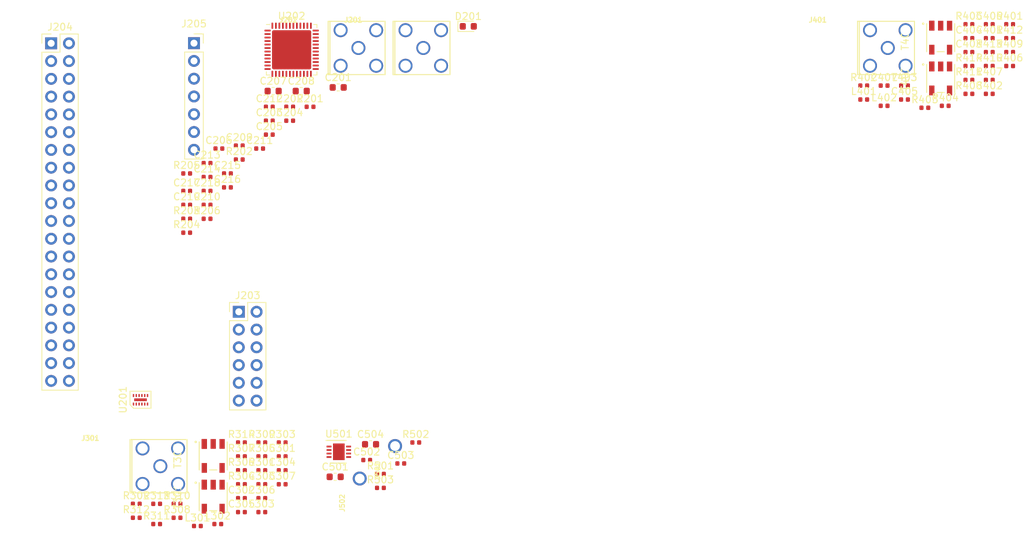
<source format=kicad_pcb>
(kicad_pcb (version 20171130) (host pcbnew "(5.1.5)-3")

  (general
    (thickness 1.6)
    (drawings 0)
    (tracks 0)
    (zones 0)
    (modules 97)
    (nets 81)
  )

  (page A4)
  (layers
    (0 F.Cu signal)
    (1 In1.Cu signal)
    (2 In2.Cu signal)
    (31 B.Cu signal)
    (32 B.Adhes user)
    (33 F.Adhes user)
    (34 B.Paste user)
    (35 F.Paste user)
    (36 B.SilkS user)
    (37 F.SilkS user)
    (38 B.Mask user)
    (39 F.Mask user)
    (40 Dwgs.User user)
    (41 Cmts.User user)
    (42 Eco1.User user)
    (43 Eco2.User user)
    (44 Edge.Cuts user)
    (45 Margin user)
    (46 B.CrtYd user)
    (47 F.CrtYd user)
    (48 B.Fab user)
    (49 F.Fab user)
  )

  (setup
    (last_trace_width 0.15)
    (trace_clearance 0.15)
    (zone_clearance 0.508)
    (zone_45_only no)
    (trace_min 0.127)
    (via_size 0.56)
    (via_drill 0.3)
    (via_min_size 0.56)
    (via_min_drill 0.3)
    (uvia_size 0.3)
    (uvia_drill 0.1)
    (uvias_allowed no)
    (uvia_min_size 0.2)
    (uvia_min_drill 0.1)
    (edge_width 0.05)
    (segment_width 0.2)
    (pcb_text_width 0.3)
    (pcb_text_size 1.5 1.5)
    (mod_edge_width 0.12)
    (mod_text_size 1 1)
    (mod_text_width 0.15)
    (pad_size 1.524 1.524)
    (pad_drill 0.762)
    (pad_to_mask_clearance 0.051)
    (solder_mask_min_width 0.25)
    (aux_axis_origin 0 0)
    (visible_elements FFFFFF7F)
    (pcbplotparams
      (layerselection 0x010fc_ffffffff)
      (usegerberextensions false)
      (usegerberattributes false)
      (usegerberadvancedattributes false)
      (creategerberjobfile false)
      (excludeedgelayer true)
      (linewidth 0.100000)
      (plotframeref false)
      (viasonmask false)
      (mode 1)
      (useauxorigin false)
      (hpglpennumber 1)
      (hpglpenspeed 20)
      (hpglpendiameter 15.000000)
      (psnegative false)
      (psa4output false)
      (plotreference true)
      (plotvalue true)
      (plotinvisibletext false)
      (padsonsilk false)
      (subtractmaskfromsilk false)
      (outputformat 1)
      (mirror false)
      (drillshape 1)
      (scaleselection 1)
      (outputdirectory ""))
  )

  (net 0 "")
  (net 1 +1V8)
  (net 2 GND)
  (net 3 /VCM)
  (net 4 "Net-(C210-Pad1)")
  (net 5 "Net-(C210-Pad2)")
  (net 6 "Net-(C211-Pad2)")
  (net 7 "Net-(C211-Pad1)")
  (net 8 /adc/CLK_ADC_P)
  (net 9 /adc/CLK_ADC_N)
  (net 10 "Net-(C301-Pad1)")
  (net 11 "Net-(C302-Pad1)")
  (net 12 "Net-(C303-Pad2)")
  (net 13 "Net-(C303-Pad1)")
  (net 14 "Net-(C304-Pad1)")
  (net 15 "Net-(C304-Pad2)")
  (net 16 "Net-(C307-Pad2)")
  (net 17 "Net-(C307-Pad1)")
  (net 18 "Net-(C401-Pad1)")
  (net 19 "Net-(C402-Pad1)")
  (net 20 "Net-(C403-Pad2)")
  (net 21 "Net-(C403-Pad1)")
  (net 22 "Net-(C404-Pad1)")
  (net 23 "Net-(C404-Pad2)")
  (net 24 "Net-(C407-Pad1)")
  (net 25 "Net-(C407-Pad2)")
  (net 26 "Net-(C501-Pad1)")
  (net 27 "Net-(C502-Pad1)")
  (net 28 "Net-(D201-Pad1)")
  (net 29 /adc/SCLK)
  (net 30 /adc/PDN)
  (net 31 /adc/SDATA)
  (net 32 /adc/RESET)
  (net 33 /adc/SEN)
  (net 34 /adc/EN)
  (net 35 /adc/SDOUT)
  (net 36 VPP)
  (net 37 +2V5)
  (net 38 /adc/DB1_P)
  (net 39 /adc/DB1_N)
  (net 40 /adc/DB0_P)
  (net 41 /adc/DB0_N)
  (net 42 /adc/FCLK_P)
  (net 43 /adc/FCLK_N)
  (net 44 /adc/DCLK_P)
  (net 45 /adc/DCLK_N)
  (net 46 /adc/DA1_P)
  (net 47 /adc/DA1_N)
  (net 48 /adc/DA0_P)
  (net 49 /adc/DA0_N)
  (net 50 /adc/SYSREF_P)
  (net 51 /adc/SYSREF_N)
  (net 52 "Net-(J301-Pad2)")
  (net 53 "Net-(J401-Pad2)")
  (net 54 "Net-(L301-Pad2)")
  (net 55 "Net-(L302-Pad2)")
  (net 56 "Net-(L401-Pad2)")
  (net 57 "Net-(L402-Pad2)")
  (net 58 /adc/CLK_FPGA_P)
  (net 59 "Net-(R301-Pad2)")
  (net 60 "Net-(R302-Pad2)")
  (net 61 "Net-(R303-Pad2)")
  (net 62 "Net-(R304-Pad2)")
  (net 63 "Net-(R309-Pad2)")
  (net 64 "Net-(R310-Pad2)")
  (net 65 /adc/IN_A_P)
  (net 66 /adc/IN_A_M)
  (net 67 "Net-(R401-Pad2)")
  (net 68 "Net-(R402-Pad2)")
  (net 69 "Net-(R403-Pad2)")
  (net 70 "Net-(R404-Pad2)")
  (net 71 "Net-(R409-Pad2)")
  (net 72 "Net-(R410-Pad2)")
  (net 73 /adc/IN_B_P)
  (net 74 /adc/IN_B_M)
  (net 75 "Net-(U201-Pad12)")
  (net 76 "Net-(U201-Pad11)")
  (net 77 "Net-(U201-Pad10)")
  (net 78 "Net-(U201-Pad9)")
  (net 79 "Net-(U201-Pad8)")
  (net 80 "Net-(U201-Pad7)")

  (net_class Default "This is the default net class."
    (clearance 0.15)
    (trace_width 0.15)
    (via_dia 0.56)
    (via_drill 0.3)
    (uvia_dia 0.3)
    (uvia_drill 0.1)
    (add_net +1V8)
    (add_net +2V5)
    (add_net /VCM)
    (add_net /adc/CLK_ADC_N)
    (add_net /adc/CLK_ADC_P)
    (add_net /adc/CLK_FPGA_P)
    (add_net /adc/DA0_N)
    (add_net /adc/DA0_P)
    (add_net /adc/DA1_N)
    (add_net /adc/DA1_P)
    (add_net /adc/DB0_N)
    (add_net /adc/DB0_P)
    (add_net /adc/DB1_N)
    (add_net /adc/DB1_P)
    (add_net /adc/DCLK_N)
    (add_net /adc/DCLK_P)
    (add_net /adc/EN)
    (add_net /adc/FCLK_N)
    (add_net /adc/FCLK_P)
    (add_net /adc/IN_A_M)
    (add_net /adc/IN_A_P)
    (add_net /adc/IN_B_M)
    (add_net /adc/IN_B_P)
    (add_net /adc/PDN)
    (add_net /adc/RESET)
    (add_net /adc/SCLK)
    (add_net /adc/SDATA)
    (add_net /adc/SDOUT)
    (add_net /adc/SEN)
    (add_net /adc/SYSREF_N)
    (add_net /adc/SYSREF_P)
    (add_net GND)
    (add_net "Net-(C210-Pad1)")
    (add_net "Net-(C210-Pad2)")
    (add_net "Net-(C211-Pad1)")
    (add_net "Net-(C211-Pad2)")
    (add_net "Net-(C301-Pad1)")
    (add_net "Net-(C302-Pad1)")
    (add_net "Net-(C303-Pad1)")
    (add_net "Net-(C303-Pad2)")
    (add_net "Net-(C304-Pad1)")
    (add_net "Net-(C304-Pad2)")
    (add_net "Net-(C307-Pad1)")
    (add_net "Net-(C307-Pad2)")
    (add_net "Net-(C401-Pad1)")
    (add_net "Net-(C402-Pad1)")
    (add_net "Net-(C403-Pad1)")
    (add_net "Net-(C403-Pad2)")
    (add_net "Net-(C404-Pad1)")
    (add_net "Net-(C404-Pad2)")
    (add_net "Net-(C407-Pad1)")
    (add_net "Net-(C407-Pad2)")
    (add_net "Net-(C501-Pad1)")
    (add_net "Net-(C502-Pad1)")
    (add_net "Net-(D201-Pad1)")
    (add_net "Net-(J301-Pad2)")
    (add_net "Net-(J401-Pad2)")
    (add_net "Net-(L301-Pad2)")
    (add_net "Net-(L302-Pad2)")
    (add_net "Net-(L401-Pad2)")
    (add_net "Net-(L402-Pad2)")
    (add_net "Net-(R301-Pad2)")
    (add_net "Net-(R302-Pad2)")
    (add_net "Net-(R303-Pad2)")
    (add_net "Net-(R304-Pad2)")
    (add_net "Net-(R309-Pad2)")
    (add_net "Net-(R310-Pad2)")
    (add_net "Net-(R401-Pad2)")
    (add_net "Net-(R402-Pad2)")
    (add_net "Net-(R403-Pad2)")
    (add_net "Net-(R404-Pad2)")
    (add_net "Net-(R409-Pad2)")
    (add_net "Net-(R410-Pad2)")
    (add_net "Net-(U201-Pad10)")
    (add_net "Net-(U201-Pad11)")
    (add_net "Net-(U201-Pad12)")
    (add_net "Net-(U201-Pad7)")
    (add_net "Net-(U201-Pad8)")
    (add_net "Net-(U201-Pad9)")
    (add_net VPP)
  )

  (module Capacitor_SMD:C_0603_1608Metric (layer F.Cu) (tedit 5B301BBE) (tstamp 5EA28852)
    (at 96.195001 71.725001)
    (descr "Capacitor SMD 0603 (1608 Metric), square (rectangular) end terminal, IPC_7351 nominal, (Body size source: http://www.tortai-tech.com/upload/download/2011102023233369053.pdf), generated with kicad-footprint-generator")
    (tags capacitor)
    (path /5E9D7371/5EA1C59C)
    (attr smd)
    (fp_text reference C201 (at 0 -1.43) (layer F.SilkS)
      (effects (font (size 1 1) (thickness 0.15)))
    )
    (fp_text value "2.2 uF" (at 0 1.43) (layer F.Fab)
      (effects (font (size 1 1) (thickness 0.15)))
    )
    (fp_line (start -0.8 0.4) (end -0.8 -0.4) (layer F.Fab) (width 0.1))
    (fp_line (start -0.8 -0.4) (end 0.8 -0.4) (layer F.Fab) (width 0.1))
    (fp_line (start 0.8 -0.4) (end 0.8 0.4) (layer F.Fab) (width 0.1))
    (fp_line (start 0.8 0.4) (end -0.8 0.4) (layer F.Fab) (width 0.1))
    (fp_line (start -0.162779 -0.51) (end 0.162779 -0.51) (layer F.SilkS) (width 0.12))
    (fp_line (start -0.162779 0.51) (end 0.162779 0.51) (layer F.SilkS) (width 0.12))
    (fp_line (start -1.48 0.73) (end -1.48 -0.73) (layer F.CrtYd) (width 0.05))
    (fp_line (start -1.48 -0.73) (end 1.48 -0.73) (layer F.CrtYd) (width 0.05))
    (fp_line (start 1.48 -0.73) (end 1.48 0.73) (layer F.CrtYd) (width 0.05))
    (fp_line (start 1.48 0.73) (end -1.48 0.73) (layer F.CrtYd) (width 0.05))
    (fp_text user %R (at 0 0) (layer F.Fab)
      (effects (font (size 0.4 0.4) (thickness 0.06)))
    )
    (pad 1 smd roundrect (at -0.7875 0) (size 0.875 0.95) (layers F.Cu F.Paste F.Mask) (roundrect_rratio 0.25)
      (net 1 +1V8))
    (pad 2 smd roundrect (at 0.7875 0) (size 0.875 0.95) (layers F.Cu F.Paste F.Mask) (roundrect_rratio 0.25)
      (net 2 GND))
    (model ${KISYS3DMOD}/Capacitor_SMD.3dshapes/C_0603_1608Metric.wrl
      (at (xyz 0 0 0))
      (scale (xyz 1 1 1))
      (rotate (xyz 0 0 0))
    )
  )

  (module Capacitor_SMD:C_0402_1005Metric (layer F.Cu) (tedit 5B301BBE) (tstamp 5EA28861)
    (at 89.265001 74.495001)
    (descr "Capacitor SMD 0402 (1005 Metric), square (rectangular) end terminal, IPC_7351 nominal, (Body size source: http://www.tortai-tech.com/upload/download/2011102023233369053.pdf), generated with kicad-footprint-generator")
    (tags capacitor)
    (path /5E9D7371/5EA09AE5)
    (attr smd)
    (fp_text reference C202 (at 0 -1.17) (layer F.SilkS)
      (effects (font (size 1 1) (thickness 0.15)))
    )
    (fp_text value "100 nF" (at 0 1.17) (layer F.Fab)
      (effects (font (size 1 1) (thickness 0.15)))
    )
    (fp_line (start -0.5 0.25) (end -0.5 -0.25) (layer F.Fab) (width 0.1))
    (fp_line (start -0.5 -0.25) (end 0.5 -0.25) (layer F.Fab) (width 0.1))
    (fp_line (start 0.5 -0.25) (end 0.5 0.25) (layer F.Fab) (width 0.1))
    (fp_line (start 0.5 0.25) (end -0.5 0.25) (layer F.Fab) (width 0.1))
    (fp_line (start -0.93 0.47) (end -0.93 -0.47) (layer F.CrtYd) (width 0.05))
    (fp_line (start -0.93 -0.47) (end 0.93 -0.47) (layer F.CrtYd) (width 0.05))
    (fp_line (start 0.93 -0.47) (end 0.93 0.47) (layer F.CrtYd) (width 0.05))
    (fp_line (start 0.93 0.47) (end -0.93 0.47) (layer F.CrtYd) (width 0.05))
    (fp_text user %R (at 0 0) (layer F.Fab)
      (effects (font (size 0.25 0.25) (thickness 0.04)))
    )
    (pad 1 smd roundrect (at -0.485 0) (size 0.59 0.64) (layers F.Cu F.Paste F.Mask) (roundrect_rratio 0.25)
      (net 1 +1V8))
    (pad 2 smd roundrect (at 0.485 0) (size 0.59 0.64) (layers F.Cu F.Paste F.Mask) (roundrect_rratio 0.25)
      (net 2 GND))
    (model ${KISYS3DMOD}/Capacitor_SMD.3dshapes/C_0402_1005Metric.wrl
      (at (xyz 0 0 0))
      (scale (xyz 1 1 1))
      (rotate (xyz 0 0 0))
    )
  )

  (module Capacitor_SMD:C_0402_1005Metric (layer F.Cu) (tedit 5B301BBE) (tstamp 5EA28870)
    (at 86.355001 76.485001)
    (descr "Capacitor SMD 0402 (1005 Metric), square (rectangular) end terminal, IPC_7351 nominal, (Body size source: http://www.tortai-tech.com/upload/download/2011102023233369053.pdf), generated with kicad-footprint-generator")
    (tags capacitor)
    (path /5E9D7371/5EA09AF3)
    (attr smd)
    (fp_text reference C203 (at 0 -1.17) (layer F.SilkS)
      (effects (font (size 1 1) (thickness 0.15)))
    )
    (fp_text value "100 nF" (at 0 1.17) (layer F.Fab)
      (effects (font (size 1 1) (thickness 0.15)))
    )
    (fp_text user %R (at 0 0) (layer F.Fab)
      (effects (font (size 0.25 0.25) (thickness 0.04)))
    )
    (fp_line (start 0.93 0.47) (end -0.93 0.47) (layer F.CrtYd) (width 0.05))
    (fp_line (start 0.93 -0.47) (end 0.93 0.47) (layer F.CrtYd) (width 0.05))
    (fp_line (start -0.93 -0.47) (end 0.93 -0.47) (layer F.CrtYd) (width 0.05))
    (fp_line (start -0.93 0.47) (end -0.93 -0.47) (layer F.CrtYd) (width 0.05))
    (fp_line (start 0.5 0.25) (end -0.5 0.25) (layer F.Fab) (width 0.1))
    (fp_line (start 0.5 -0.25) (end 0.5 0.25) (layer F.Fab) (width 0.1))
    (fp_line (start -0.5 -0.25) (end 0.5 -0.25) (layer F.Fab) (width 0.1))
    (fp_line (start -0.5 0.25) (end -0.5 -0.25) (layer F.Fab) (width 0.1))
    (pad 2 smd roundrect (at 0.485 0) (size 0.59 0.64) (layers F.Cu F.Paste F.Mask) (roundrect_rratio 0.25)
      (net 2 GND))
    (pad 1 smd roundrect (at -0.485 0) (size 0.59 0.64) (layers F.Cu F.Paste F.Mask) (roundrect_rratio 0.25)
      (net 1 +1V8))
    (model ${KISYS3DMOD}/Capacitor_SMD.3dshapes/C_0402_1005Metric.wrl
      (at (xyz 0 0 0))
      (scale (xyz 1 1 1))
      (rotate (xyz 0 0 0))
    )
  )

  (module Capacitor_SMD:C_0402_1005Metric (layer F.Cu) (tedit 5B301BBE) (tstamp 5EA2887F)
    (at 89.265001 76.485001)
    (descr "Capacitor SMD 0402 (1005 Metric), square (rectangular) end terminal, IPC_7351 nominal, (Body size source: http://www.tortai-tech.com/upload/download/2011102023233369053.pdf), generated with kicad-footprint-generator")
    (tags capacitor)
    (path /5E9D7371/5EC68670)
    (attr smd)
    (fp_text reference C204 (at 0 -1.17) (layer F.SilkS)
      (effects (font (size 1 1) (thickness 0.15)))
    )
    (fp_text value "100 nF" (at 0 1.17) (layer F.Fab)
      (effects (font (size 1 1) (thickness 0.15)))
    )
    (fp_text user %R (at 0 0) (layer F.Fab)
      (effects (font (size 0.25 0.25) (thickness 0.04)))
    )
    (fp_line (start 0.93 0.47) (end -0.93 0.47) (layer F.CrtYd) (width 0.05))
    (fp_line (start 0.93 -0.47) (end 0.93 0.47) (layer F.CrtYd) (width 0.05))
    (fp_line (start -0.93 -0.47) (end 0.93 -0.47) (layer F.CrtYd) (width 0.05))
    (fp_line (start -0.93 0.47) (end -0.93 -0.47) (layer F.CrtYd) (width 0.05))
    (fp_line (start 0.5 0.25) (end -0.5 0.25) (layer F.Fab) (width 0.1))
    (fp_line (start 0.5 -0.25) (end 0.5 0.25) (layer F.Fab) (width 0.1))
    (fp_line (start -0.5 -0.25) (end 0.5 -0.25) (layer F.Fab) (width 0.1))
    (fp_line (start -0.5 0.25) (end -0.5 -0.25) (layer F.Fab) (width 0.1))
    (pad 2 smd roundrect (at 0.485 0) (size 0.59 0.64) (layers F.Cu F.Paste F.Mask) (roundrect_rratio 0.25)
      (net 2 GND))
    (pad 1 smd roundrect (at -0.485 0) (size 0.59 0.64) (layers F.Cu F.Paste F.Mask) (roundrect_rratio 0.25)
      (net 3 /VCM))
    (model ${KISYS3DMOD}/Capacitor_SMD.3dshapes/C_0402_1005Metric.wrl
      (at (xyz 0 0 0))
      (scale (xyz 1 1 1))
      (rotate (xyz 0 0 0))
    )
  )

  (module Capacitor_SMD:C_0402_1005Metric (layer F.Cu) (tedit 5B301BBE) (tstamp 5EA2888E)
    (at 86.355001 78.475001)
    (descr "Capacitor SMD 0402 (1005 Metric), square (rectangular) end terminal, IPC_7351 nominal, (Body size source: http://www.tortai-tech.com/upload/download/2011102023233369053.pdf), generated with kicad-footprint-generator")
    (tags capacitor)
    (path /5E9D7371/5EA09B07)
    (attr smd)
    (fp_text reference C205 (at 0 -1.17) (layer F.SilkS)
      (effects (font (size 1 1) (thickness 0.15)))
    )
    (fp_text value "100 nF" (at 0 1.17) (layer F.Fab)
      (effects (font (size 1 1) (thickness 0.15)))
    )
    (fp_line (start -0.5 0.25) (end -0.5 -0.25) (layer F.Fab) (width 0.1))
    (fp_line (start -0.5 -0.25) (end 0.5 -0.25) (layer F.Fab) (width 0.1))
    (fp_line (start 0.5 -0.25) (end 0.5 0.25) (layer F.Fab) (width 0.1))
    (fp_line (start 0.5 0.25) (end -0.5 0.25) (layer F.Fab) (width 0.1))
    (fp_line (start -0.93 0.47) (end -0.93 -0.47) (layer F.CrtYd) (width 0.05))
    (fp_line (start -0.93 -0.47) (end 0.93 -0.47) (layer F.CrtYd) (width 0.05))
    (fp_line (start 0.93 -0.47) (end 0.93 0.47) (layer F.CrtYd) (width 0.05))
    (fp_line (start 0.93 0.47) (end -0.93 0.47) (layer F.CrtYd) (width 0.05))
    (fp_text user %R (at 0 0) (layer F.Fab)
      (effects (font (size 0.25 0.25) (thickness 0.04)))
    )
    (pad 1 smd roundrect (at -0.485 0) (size 0.59 0.64) (layers F.Cu F.Paste F.Mask) (roundrect_rratio 0.25)
      (net 1 +1V8))
    (pad 2 smd roundrect (at 0.485 0) (size 0.59 0.64) (layers F.Cu F.Paste F.Mask) (roundrect_rratio 0.25)
      (net 2 GND))
    (model ${KISYS3DMOD}/Capacitor_SMD.3dshapes/C_0402_1005Metric.wrl
      (at (xyz 0 0 0))
      (scale (xyz 1 1 1))
      (rotate (xyz 0 0 0))
    )
  )

  (module Capacitor_SMD:C_0402_1005Metric (layer F.Cu) (tedit 5B301BBE) (tstamp 5EA2889D)
    (at 79.155001 80.465001)
    (descr "Capacitor SMD 0402 (1005 Metric), square (rectangular) end terminal, IPC_7351 nominal, (Body size source: http://www.tortai-tech.com/upload/download/2011102023233369053.pdf), generated with kicad-footprint-generator")
    (tags capacitor)
    (path /5E9D7371/5EA09B15)
    (attr smd)
    (fp_text reference C206 (at 0 -1.17) (layer F.SilkS)
      (effects (font (size 1 1) (thickness 0.15)))
    )
    (fp_text value "100 nF" (at 0 1.17) (layer F.Fab)
      (effects (font (size 1 1) (thickness 0.15)))
    )
    (fp_text user %R (at 0 0) (layer F.Fab)
      (effects (font (size 0.25 0.25) (thickness 0.04)))
    )
    (fp_line (start 0.93 0.47) (end -0.93 0.47) (layer F.CrtYd) (width 0.05))
    (fp_line (start 0.93 -0.47) (end 0.93 0.47) (layer F.CrtYd) (width 0.05))
    (fp_line (start -0.93 -0.47) (end 0.93 -0.47) (layer F.CrtYd) (width 0.05))
    (fp_line (start -0.93 0.47) (end -0.93 -0.47) (layer F.CrtYd) (width 0.05))
    (fp_line (start 0.5 0.25) (end -0.5 0.25) (layer F.Fab) (width 0.1))
    (fp_line (start 0.5 -0.25) (end 0.5 0.25) (layer F.Fab) (width 0.1))
    (fp_line (start -0.5 -0.25) (end 0.5 -0.25) (layer F.Fab) (width 0.1))
    (fp_line (start -0.5 0.25) (end -0.5 -0.25) (layer F.Fab) (width 0.1))
    (pad 2 smd roundrect (at 0.485 0) (size 0.59 0.64) (layers F.Cu F.Paste F.Mask) (roundrect_rratio 0.25)
      (net 2 GND))
    (pad 1 smd roundrect (at -0.485 0) (size 0.59 0.64) (layers F.Cu F.Paste F.Mask) (roundrect_rratio 0.25)
      (net 1 +1V8))
    (model ${KISYS3DMOD}/Capacitor_SMD.3dshapes/C_0402_1005Metric.wrl
      (at (xyz 0 0 0))
      (scale (xyz 1 1 1))
      (rotate (xyz 0 0 0))
    )
  )

  (module Capacitor_SMD:C_0603_1608Metric (layer F.Cu) (tedit 5B301BBE) (tstamp 5EA288AE)
    (at 86.905001 72.245001)
    (descr "Capacitor SMD 0603 (1608 Metric), square (rectangular) end terminal, IPC_7351 nominal, (Body size source: http://www.tortai-tech.com/upload/download/2011102023233369053.pdf), generated with kicad-footprint-generator")
    (tags capacitor)
    (path /5E9D7371/5EC7CE6C)
    (attr smd)
    (fp_text reference C207 (at 0 -1.43) (layer F.SilkS)
      (effects (font (size 1 1) (thickness 0.15)))
    )
    (fp_text value "10 uF" (at 0 1.43) (layer F.Fab)
      (effects (font (size 1 1) (thickness 0.15)))
    )
    (fp_line (start -0.8 0.4) (end -0.8 -0.4) (layer F.Fab) (width 0.1))
    (fp_line (start -0.8 -0.4) (end 0.8 -0.4) (layer F.Fab) (width 0.1))
    (fp_line (start 0.8 -0.4) (end 0.8 0.4) (layer F.Fab) (width 0.1))
    (fp_line (start 0.8 0.4) (end -0.8 0.4) (layer F.Fab) (width 0.1))
    (fp_line (start -0.162779 -0.51) (end 0.162779 -0.51) (layer F.SilkS) (width 0.12))
    (fp_line (start -0.162779 0.51) (end 0.162779 0.51) (layer F.SilkS) (width 0.12))
    (fp_line (start -1.48 0.73) (end -1.48 -0.73) (layer F.CrtYd) (width 0.05))
    (fp_line (start -1.48 -0.73) (end 1.48 -0.73) (layer F.CrtYd) (width 0.05))
    (fp_line (start 1.48 -0.73) (end 1.48 0.73) (layer F.CrtYd) (width 0.05))
    (fp_line (start 1.48 0.73) (end -1.48 0.73) (layer F.CrtYd) (width 0.05))
    (fp_text user %R (at 0 0) (layer F.Fab)
      (effects (font (size 0.4 0.4) (thickness 0.06)))
    )
    (pad 1 smd roundrect (at -0.7875 0) (size 0.875 0.95) (layers F.Cu F.Paste F.Mask) (roundrect_rratio 0.25)
      (net 1 +1V8))
    (pad 2 smd roundrect (at 0.7875 0) (size 0.875 0.95) (layers F.Cu F.Paste F.Mask) (roundrect_rratio 0.25)
      (net 2 GND))
    (model ${KISYS3DMOD}/Capacitor_SMD.3dshapes/C_0603_1608Metric.wrl
      (at (xyz 0 0 0))
      (scale (xyz 1 1 1))
      (rotate (xyz 0 0 0))
    )
  )

  (module Capacitor_SMD:C_0603_1608Metric (layer F.Cu) (tedit 5B301BBE) (tstamp 5EA288BF)
    (at 90.915001 72.245001)
    (descr "Capacitor SMD 0603 (1608 Metric), square (rectangular) end terminal, IPC_7351 nominal, (Body size source: http://www.tortai-tech.com/upload/download/2011102023233369053.pdf), generated with kicad-footprint-generator")
    (tags capacitor)
    (path /5E9D7371/5EC9DB06)
    (attr smd)
    (fp_text reference C208 (at 0 -1.43) (layer F.SilkS)
      (effects (font (size 1 1) (thickness 0.15)))
    )
    (fp_text value "10 uF" (at 0 1.43) (layer F.Fab)
      (effects (font (size 1 1) (thickness 0.15)))
    )
    (fp_text user %R (at 0 0) (layer F.Fab)
      (effects (font (size 0.4 0.4) (thickness 0.06)))
    )
    (fp_line (start 1.48 0.73) (end -1.48 0.73) (layer F.CrtYd) (width 0.05))
    (fp_line (start 1.48 -0.73) (end 1.48 0.73) (layer F.CrtYd) (width 0.05))
    (fp_line (start -1.48 -0.73) (end 1.48 -0.73) (layer F.CrtYd) (width 0.05))
    (fp_line (start -1.48 0.73) (end -1.48 -0.73) (layer F.CrtYd) (width 0.05))
    (fp_line (start -0.162779 0.51) (end 0.162779 0.51) (layer F.SilkS) (width 0.12))
    (fp_line (start -0.162779 -0.51) (end 0.162779 -0.51) (layer F.SilkS) (width 0.12))
    (fp_line (start 0.8 0.4) (end -0.8 0.4) (layer F.Fab) (width 0.1))
    (fp_line (start 0.8 -0.4) (end 0.8 0.4) (layer F.Fab) (width 0.1))
    (fp_line (start -0.8 -0.4) (end 0.8 -0.4) (layer F.Fab) (width 0.1))
    (fp_line (start -0.8 0.4) (end -0.8 -0.4) (layer F.Fab) (width 0.1))
    (pad 2 smd roundrect (at 0.7875 0) (size 0.875 0.95) (layers F.Cu F.Paste F.Mask) (roundrect_rratio 0.25)
      (net 2 GND))
    (pad 1 smd roundrect (at -0.7875 0) (size 0.875 0.95) (layers F.Cu F.Paste F.Mask) (roundrect_rratio 0.25)
      (net 1 +1V8))
    (model ${KISYS3DMOD}/Capacitor_SMD.3dshapes/C_0603_1608Metric.wrl
      (at (xyz 0 0 0))
      (scale (xyz 1 1 1))
      (rotate (xyz 0 0 0))
    )
  )

  (module Capacitor_SMD:C_0402_1005Metric (layer F.Cu) (tedit 5B301BBE) (tstamp 5EA288CE)
    (at 82.065001 80.045001)
    (descr "Capacitor SMD 0402 (1005 Metric), square (rectangular) end terminal, IPC_7351 nominal, (Body size source: http://www.tortai-tech.com/upload/download/2011102023233369053.pdf), generated with kicad-footprint-generator")
    (tags capacitor)
    (path /5E9D7371/5E9F5588)
    (attr smd)
    (fp_text reference C209 (at 0 -1.17) (layer F.SilkS)
      (effects (font (size 1 1) (thickness 0.15)))
    )
    (fp_text value "100 nF" (at 0 1.17) (layer F.Fab)
      (effects (font (size 1 1) (thickness 0.15)))
    )
    (fp_text user %R (at 0 0) (layer F.Fab)
      (effects (font (size 0.25 0.25) (thickness 0.04)))
    )
    (fp_line (start 0.93 0.47) (end -0.93 0.47) (layer F.CrtYd) (width 0.05))
    (fp_line (start 0.93 -0.47) (end 0.93 0.47) (layer F.CrtYd) (width 0.05))
    (fp_line (start -0.93 -0.47) (end 0.93 -0.47) (layer F.CrtYd) (width 0.05))
    (fp_line (start -0.93 0.47) (end -0.93 -0.47) (layer F.CrtYd) (width 0.05))
    (fp_line (start 0.5 0.25) (end -0.5 0.25) (layer F.Fab) (width 0.1))
    (fp_line (start 0.5 -0.25) (end 0.5 0.25) (layer F.Fab) (width 0.1))
    (fp_line (start -0.5 -0.25) (end 0.5 -0.25) (layer F.Fab) (width 0.1))
    (fp_line (start -0.5 0.25) (end -0.5 -0.25) (layer F.Fab) (width 0.1))
    (pad 2 smd roundrect (at 0.485 0) (size 0.59 0.64) (layers F.Cu F.Paste F.Mask) (roundrect_rratio 0.25)
      (net 2 GND))
    (pad 1 smd roundrect (at -0.485 0) (size 0.59 0.64) (layers F.Cu F.Paste F.Mask) (roundrect_rratio 0.25)
      (net 1 +1V8))
    (model ${KISYS3DMOD}/Capacitor_SMD.3dshapes/C_0402_1005Metric.wrl
      (at (xyz 0 0 0))
      (scale (xyz 1 1 1))
      (rotate (xyz 0 0 0))
    )
  )

  (module Capacitor_SMD:C_0402_1005Metric (layer F.Cu) (tedit 5B301BBE) (tstamp 5EA288DD)
    (at 77.465001 88.515001)
    (descr "Capacitor SMD 0402 (1005 Metric), square (rectangular) end terminal, IPC_7351 nominal, (Body size source: http://www.tortai-tech.com/upload/download/2011102023233369053.pdf), generated with kicad-footprint-generator")
    (tags capacitor)
    (path /5E9D7371/5EBBB96B)
    (attr smd)
    (fp_text reference C210 (at 0 -1.17) (layer F.SilkS)
      (effects (font (size 1 1) (thickness 0.15)))
    )
    (fp_text value DNI (at 0 1.17) (layer F.Fab)
      (effects (font (size 1 1) (thickness 0.15)))
    )
    (fp_line (start -0.5 0.25) (end -0.5 -0.25) (layer F.Fab) (width 0.1))
    (fp_line (start -0.5 -0.25) (end 0.5 -0.25) (layer F.Fab) (width 0.1))
    (fp_line (start 0.5 -0.25) (end 0.5 0.25) (layer F.Fab) (width 0.1))
    (fp_line (start 0.5 0.25) (end -0.5 0.25) (layer F.Fab) (width 0.1))
    (fp_line (start -0.93 0.47) (end -0.93 -0.47) (layer F.CrtYd) (width 0.05))
    (fp_line (start -0.93 -0.47) (end 0.93 -0.47) (layer F.CrtYd) (width 0.05))
    (fp_line (start 0.93 -0.47) (end 0.93 0.47) (layer F.CrtYd) (width 0.05))
    (fp_line (start 0.93 0.47) (end -0.93 0.47) (layer F.CrtYd) (width 0.05))
    (fp_text user %R (at 0 0) (layer F.Fab)
      (effects (font (size 0.25 0.25) (thickness 0.04)))
    )
    (pad 1 smd roundrect (at -0.485 0) (size 0.59 0.64) (layers F.Cu F.Paste F.Mask) (roundrect_rratio 0.25)
      (net 4 "Net-(C210-Pad1)"))
    (pad 2 smd roundrect (at 0.485 0) (size 0.59 0.64) (layers F.Cu F.Paste F.Mask) (roundrect_rratio 0.25)
      (net 5 "Net-(C210-Pad2)"))
    (model ${KISYS3DMOD}/Capacitor_SMD.3dshapes/C_0402_1005Metric.wrl
      (at (xyz 0 0 0))
      (scale (xyz 1 1 1))
      (rotate (xyz 0 0 0))
    )
  )

  (module Capacitor_SMD:C_0402_1005Metric (layer F.Cu) (tedit 5B301BBE) (tstamp 5EA288EC)
    (at 84.975001 80.465001)
    (descr "Capacitor SMD 0402 (1005 Metric), square (rectangular) end terminal, IPC_7351 nominal, (Body size source: http://www.tortai-tech.com/upload/download/2011102023233369053.pdf), generated with kicad-footprint-generator")
    (tags capacitor)
    (path /5E9D7371/5EB20C69)
    (attr smd)
    (fp_text reference C211 (at 0 -1.17) (layer F.SilkS)
      (effects (font (size 1 1) (thickness 0.15)))
    )
    (fp_text value DNI (at 0 1.17) (layer F.Fab)
      (effects (font (size 1 1) (thickness 0.15)))
    )
    (fp_text user %R (at 0 0) (layer F.Fab)
      (effects (font (size 0.25 0.25) (thickness 0.04)))
    )
    (fp_line (start 0.93 0.47) (end -0.93 0.47) (layer F.CrtYd) (width 0.05))
    (fp_line (start 0.93 -0.47) (end 0.93 0.47) (layer F.CrtYd) (width 0.05))
    (fp_line (start -0.93 -0.47) (end 0.93 -0.47) (layer F.CrtYd) (width 0.05))
    (fp_line (start -0.93 0.47) (end -0.93 -0.47) (layer F.CrtYd) (width 0.05))
    (fp_line (start 0.5 0.25) (end -0.5 0.25) (layer F.Fab) (width 0.1))
    (fp_line (start 0.5 -0.25) (end 0.5 0.25) (layer F.Fab) (width 0.1))
    (fp_line (start -0.5 -0.25) (end 0.5 -0.25) (layer F.Fab) (width 0.1))
    (fp_line (start -0.5 0.25) (end -0.5 -0.25) (layer F.Fab) (width 0.1))
    (pad 2 smd roundrect (at 0.485 0) (size 0.59 0.64) (layers F.Cu F.Paste F.Mask) (roundrect_rratio 0.25)
      (net 6 "Net-(C211-Pad2)"))
    (pad 1 smd roundrect (at -0.485 0) (size 0.59 0.64) (layers F.Cu F.Paste F.Mask) (roundrect_rratio 0.25)
      (net 7 "Net-(C211-Pad1)"))
    (model ${KISYS3DMOD}/Capacitor_SMD.3dshapes/C_0402_1005Metric.wrl
      (at (xyz 0 0 0))
      (scale (xyz 1 1 1))
      (rotate (xyz 0 0 0))
    )
  )

  (module Capacitor_SMD:C_0402_1005Metric (layer F.Cu) (tedit 5B301BBE) (tstamp 5EA288FB)
    (at 86.355001 74.495001)
    (descr "Capacitor SMD 0402 (1005 Metric), square (rectangular) end terminal, IPC_7351 nominal, (Body size source: http://www.tortai-tech.com/upload/download/2011102023233369053.pdf), generated with kicad-footprint-generator")
    (tags capacitor)
    (path /5E9D7371/5E9F936C)
    (attr smd)
    (fp_text reference C212 (at 0 -1.17) (layer F.SilkS)
      (effects (font (size 1 1) (thickness 0.15)))
    )
    (fp_text value "100 nF" (at 0 1.17) (layer F.Fab)
      (effects (font (size 1 1) (thickness 0.15)))
    )
    (fp_line (start -0.5 0.25) (end -0.5 -0.25) (layer F.Fab) (width 0.1))
    (fp_line (start -0.5 -0.25) (end 0.5 -0.25) (layer F.Fab) (width 0.1))
    (fp_line (start 0.5 -0.25) (end 0.5 0.25) (layer F.Fab) (width 0.1))
    (fp_line (start 0.5 0.25) (end -0.5 0.25) (layer F.Fab) (width 0.1))
    (fp_line (start -0.93 0.47) (end -0.93 -0.47) (layer F.CrtYd) (width 0.05))
    (fp_line (start -0.93 -0.47) (end 0.93 -0.47) (layer F.CrtYd) (width 0.05))
    (fp_line (start 0.93 -0.47) (end 0.93 0.47) (layer F.CrtYd) (width 0.05))
    (fp_line (start 0.93 0.47) (end -0.93 0.47) (layer F.CrtYd) (width 0.05))
    (fp_text user %R (at 0 0) (layer F.Fab)
      (effects (font (size 0.25 0.25) (thickness 0.04)))
    )
    (pad 1 smd roundrect (at -0.485 0) (size 0.59 0.64) (layers F.Cu F.Paste F.Mask) (roundrect_rratio 0.25)
      (net 1 +1V8))
    (pad 2 smd roundrect (at 0.485 0) (size 0.59 0.64) (layers F.Cu F.Paste F.Mask) (roundrect_rratio 0.25)
      (net 2 GND))
    (model ${KISYS3DMOD}/Capacitor_SMD.3dshapes/C_0402_1005Metric.wrl
      (at (xyz 0 0 0))
      (scale (xyz 1 1 1))
      (rotate (xyz 0 0 0))
    )
  )

  (module Capacitor_SMD:C_0402_1005Metric (layer F.Cu) (tedit 5B301BBE) (tstamp 5EA2890A)
    (at 77.465001 82.545001)
    (descr "Capacitor SMD 0402 (1005 Metric), square (rectangular) end terminal, IPC_7351 nominal, (Body size source: http://www.tortai-tech.com/upload/download/2011102023233369053.pdf), generated with kicad-footprint-generator")
    (tags capacitor)
    (path /5E9D7371/5EA281D5)
    (attr smd)
    (fp_text reference C213 (at 0 -1.17) (layer F.SilkS)
      (effects (font (size 1 1) (thickness 0.15)))
    )
    (fp_text value DNI (at 0 1.17) (layer F.Fab)
      (effects (font (size 1 1) (thickness 0.15)))
    )
    (fp_line (start -0.5 0.25) (end -0.5 -0.25) (layer F.Fab) (width 0.1))
    (fp_line (start -0.5 -0.25) (end 0.5 -0.25) (layer F.Fab) (width 0.1))
    (fp_line (start 0.5 -0.25) (end 0.5 0.25) (layer F.Fab) (width 0.1))
    (fp_line (start 0.5 0.25) (end -0.5 0.25) (layer F.Fab) (width 0.1))
    (fp_line (start -0.93 0.47) (end -0.93 -0.47) (layer F.CrtYd) (width 0.05))
    (fp_line (start -0.93 -0.47) (end 0.93 -0.47) (layer F.CrtYd) (width 0.05))
    (fp_line (start 0.93 -0.47) (end 0.93 0.47) (layer F.CrtYd) (width 0.05))
    (fp_line (start 0.93 0.47) (end -0.93 0.47) (layer F.CrtYd) (width 0.05))
    (fp_text user %R (at 0 0) (layer F.Fab)
      (effects (font (size 0.25 0.25) (thickness 0.04)))
    )
    (pad 1 smd roundrect (at -0.485 0) (size 0.59 0.64) (layers F.Cu F.Paste F.Mask) (roundrect_rratio 0.25)
      (net 5 "Net-(C210-Pad2)"))
    (pad 2 smd roundrect (at 0.485 0) (size 0.59 0.64) (layers F.Cu F.Paste F.Mask) (roundrect_rratio 0.25)
      (net 2 GND))
    (model ${KISYS3DMOD}/Capacitor_SMD.3dshapes/C_0402_1005Metric.wrl
      (at (xyz 0 0 0))
      (scale (xyz 1 1 1))
      (rotate (xyz 0 0 0))
    )
  )

  (module Capacitor_SMD:C_0402_1005Metric (layer F.Cu) (tedit 5B301BBE) (tstamp 5EA28919)
    (at 77.465001 84.535001)
    (descr "Capacitor SMD 0402 (1005 Metric), square (rectangular) end terminal, IPC_7351 nominal, (Body size source: http://www.tortai-tech.com/upload/download/2011102023233369053.pdf), generated with kicad-footprint-generator")
    (tags capacitor)
    (path /5E9D7371/5EC5D563)
    (attr smd)
    (fp_text reference C214 (at 0 -1.17) (layer F.SilkS)
      (effects (font (size 1 1) (thickness 0.15)))
    )
    (fp_text value "100 nF" (at 0 1.17) (layer F.Fab)
      (effects (font (size 1 1) (thickness 0.15)))
    )
    (fp_line (start -0.5 0.25) (end -0.5 -0.25) (layer F.Fab) (width 0.1))
    (fp_line (start -0.5 -0.25) (end 0.5 -0.25) (layer F.Fab) (width 0.1))
    (fp_line (start 0.5 -0.25) (end 0.5 0.25) (layer F.Fab) (width 0.1))
    (fp_line (start 0.5 0.25) (end -0.5 0.25) (layer F.Fab) (width 0.1))
    (fp_line (start -0.93 0.47) (end -0.93 -0.47) (layer F.CrtYd) (width 0.05))
    (fp_line (start -0.93 -0.47) (end 0.93 -0.47) (layer F.CrtYd) (width 0.05))
    (fp_line (start 0.93 -0.47) (end 0.93 0.47) (layer F.CrtYd) (width 0.05))
    (fp_line (start 0.93 0.47) (end -0.93 0.47) (layer F.CrtYd) (width 0.05))
    (fp_text user %R (at 0 0) (layer F.Fab)
      (effects (font (size 0.25 0.25) (thickness 0.04)))
    )
    (pad 1 smd roundrect (at -0.485 0) (size 0.59 0.64) (layers F.Cu F.Paste F.Mask) (roundrect_rratio 0.25)
      (net 6 "Net-(C211-Pad2)"))
    (pad 2 smd roundrect (at 0.485 0) (size 0.59 0.64) (layers F.Cu F.Paste F.Mask) (roundrect_rratio 0.25)
      (net 8 /adc/CLK_ADC_P))
    (model ${KISYS3DMOD}/Capacitor_SMD.3dshapes/C_0402_1005Metric.wrl
      (at (xyz 0 0 0))
      (scale (xyz 1 1 1))
      (rotate (xyz 0 0 0))
    )
  )

  (module Capacitor_SMD:C_0402_1005Metric (layer F.Cu) (tedit 5B301BBE) (tstamp 5EA28928)
    (at 80.375001 84.025001)
    (descr "Capacitor SMD 0402 (1005 Metric), square (rectangular) end terminal, IPC_7351 nominal, (Body size source: http://www.tortai-tech.com/upload/download/2011102023233369053.pdf), generated with kicad-footprint-generator")
    (tags capacitor)
    (path /5E9D7371/5EC43C93)
    (attr smd)
    (fp_text reference C215 (at 0 -1.17) (layer F.SilkS)
      (effects (font (size 1 1) (thickness 0.15)))
    )
    (fp_text value "100 nF" (at 0 1.17) (layer F.Fab)
      (effects (font (size 1 1) (thickness 0.15)))
    )
    (fp_text user %R (at 0 0) (layer F.Fab)
      (effects (font (size 0.25 0.25) (thickness 0.04)))
    )
    (fp_line (start 0.93 0.47) (end -0.93 0.47) (layer F.CrtYd) (width 0.05))
    (fp_line (start 0.93 -0.47) (end 0.93 0.47) (layer F.CrtYd) (width 0.05))
    (fp_line (start -0.93 -0.47) (end 0.93 -0.47) (layer F.CrtYd) (width 0.05))
    (fp_line (start -0.93 0.47) (end -0.93 -0.47) (layer F.CrtYd) (width 0.05))
    (fp_line (start 0.5 0.25) (end -0.5 0.25) (layer F.Fab) (width 0.1))
    (fp_line (start 0.5 -0.25) (end 0.5 0.25) (layer F.Fab) (width 0.1))
    (fp_line (start -0.5 -0.25) (end 0.5 -0.25) (layer F.Fab) (width 0.1))
    (fp_line (start -0.5 0.25) (end -0.5 -0.25) (layer F.Fab) (width 0.1))
    (pad 2 smd roundrect (at 0.485 0) (size 0.59 0.64) (layers F.Cu F.Paste F.Mask) (roundrect_rratio 0.25)
      (net 9 /adc/CLK_ADC_N))
    (pad 1 smd roundrect (at -0.485 0) (size 0.59 0.64) (layers F.Cu F.Paste F.Mask) (roundrect_rratio 0.25)
      (net 5 "Net-(C210-Pad2)"))
    (model ${KISYS3DMOD}/Capacitor_SMD.3dshapes/C_0402_1005Metric.wrl
      (at (xyz 0 0 0))
      (scale (xyz 1 1 1))
      (rotate (xyz 0 0 0))
    )
  )

  (module Capacitor_SMD:C_0402_1005Metric (layer F.Cu) (tedit 5B301BBE) (tstamp 5EA28937)
    (at 80.375001 86.015001)
    (descr "Capacitor SMD 0402 (1005 Metric), square (rectangular) end terminal, IPC_7351 nominal, (Body size source: http://www.tortai-tech.com/upload/download/2011102023233369053.pdf), generated with kicad-footprint-generator")
    (tags capacitor)
    (path /5E9D7371/5E9FAAF9)
    (attr smd)
    (fp_text reference C216 (at 0 -1.17) (layer F.SilkS)
      (effects (font (size 1 1) (thickness 0.15)))
    )
    (fp_text value "100 nF" (at 0 1.17) (layer F.Fab)
      (effects (font (size 1 1) (thickness 0.15)))
    )
    (fp_text user %R (at 0 0) (layer F.Fab)
      (effects (font (size 0.25 0.25) (thickness 0.04)))
    )
    (fp_line (start 0.93 0.47) (end -0.93 0.47) (layer F.CrtYd) (width 0.05))
    (fp_line (start 0.93 -0.47) (end 0.93 0.47) (layer F.CrtYd) (width 0.05))
    (fp_line (start -0.93 -0.47) (end 0.93 -0.47) (layer F.CrtYd) (width 0.05))
    (fp_line (start -0.93 0.47) (end -0.93 -0.47) (layer F.CrtYd) (width 0.05))
    (fp_line (start 0.5 0.25) (end -0.5 0.25) (layer F.Fab) (width 0.1))
    (fp_line (start 0.5 -0.25) (end 0.5 0.25) (layer F.Fab) (width 0.1))
    (fp_line (start -0.5 -0.25) (end 0.5 -0.25) (layer F.Fab) (width 0.1))
    (fp_line (start -0.5 0.25) (end -0.5 -0.25) (layer F.Fab) (width 0.1))
    (pad 2 smd roundrect (at 0.485 0) (size 0.59 0.64) (layers F.Cu F.Paste F.Mask) (roundrect_rratio 0.25)
      (net 2 GND))
    (pad 1 smd roundrect (at -0.485 0) (size 0.59 0.64) (layers F.Cu F.Paste F.Mask) (roundrect_rratio 0.25)
      (net 1 +1V8))
    (model ${KISYS3DMOD}/Capacitor_SMD.3dshapes/C_0402_1005Metric.wrl
      (at (xyz 0 0 0))
      (scale (xyz 1 1 1))
      (rotate (xyz 0 0 0))
    )
  )

  (module Capacitor_SMD:C_0402_1005Metric (layer F.Cu) (tedit 5B301BBE) (tstamp 5EA28946)
    (at 74.555001 86.525001)
    (descr "Capacitor SMD 0402 (1005 Metric), square (rectangular) end terminal, IPC_7351 nominal, (Body size source: http://www.tortai-tech.com/upload/download/2011102023233369053.pdf), generated with kicad-footprint-generator")
    (tags capacitor)
    (path /5E9D7371/5E9FBF40)
    (attr smd)
    (fp_text reference C217 (at 0 -1.17) (layer F.SilkS)
      (effects (font (size 1 1) (thickness 0.15)))
    )
    (fp_text value "100 nF" (at 0 1.17) (layer F.Fab)
      (effects (font (size 1 1) (thickness 0.15)))
    )
    (fp_line (start -0.5 0.25) (end -0.5 -0.25) (layer F.Fab) (width 0.1))
    (fp_line (start -0.5 -0.25) (end 0.5 -0.25) (layer F.Fab) (width 0.1))
    (fp_line (start 0.5 -0.25) (end 0.5 0.25) (layer F.Fab) (width 0.1))
    (fp_line (start 0.5 0.25) (end -0.5 0.25) (layer F.Fab) (width 0.1))
    (fp_line (start -0.93 0.47) (end -0.93 -0.47) (layer F.CrtYd) (width 0.05))
    (fp_line (start -0.93 -0.47) (end 0.93 -0.47) (layer F.CrtYd) (width 0.05))
    (fp_line (start 0.93 -0.47) (end 0.93 0.47) (layer F.CrtYd) (width 0.05))
    (fp_line (start 0.93 0.47) (end -0.93 0.47) (layer F.CrtYd) (width 0.05))
    (fp_text user %R (at 0 0) (layer F.Fab)
      (effects (font (size 0.25 0.25) (thickness 0.04)))
    )
    (pad 1 smd roundrect (at -0.485 0) (size 0.59 0.64) (layers F.Cu F.Paste F.Mask) (roundrect_rratio 0.25)
      (net 1 +1V8))
    (pad 2 smd roundrect (at 0.485 0) (size 0.59 0.64) (layers F.Cu F.Paste F.Mask) (roundrect_rratio 0.25)
      (net 2 GND))
    (model ${KISYS3DMOD}/Capacitor_SMD.3dshapes/C_0402_1005Metric.wrl
      (at (xyz 0 0 0))
      (scale (xyz 1 1 1))
      (rotate (xyz 0 0 0))
    )
  )

  (module Capacitor_SMD:C_0402_1005Metric (layer F.Cu) (tedit 5B301BBE) (tstamp 5EA28955)
    (at 77.465001 86.525001)
    (descr "Capacitor SMD 0402 (1005 Metric), square (rectangular) end terminal, IPC_7351 nominal, (Body size source: http://www.tortai-tech.com/upload/download/2011102023233369053.pdf), generated with kicad-footprint-generator")
    (tags capacitor)
    (path /5E9D7371/5E9FFC4C)
    (attr smd)
    (fp_text reference C218 (at 0 -1.17) (layer F.SilkS)
      (effects (font (size 1 1) (thickness 0.15)))
    )
    (fp_text value "100 nF" (at 0 1.17) (layer F.Fab)
      (effects (font (size 1 1) (thickness 0.15)))
    )
    (fp_text user %R (at 0 0) (layer F.Fab)
      (effects (font (size 0.25 0.25) (thickness 0.04)))
    )
    (fp_line (start 0.93 0.47) (end -0.93 0.47) (layer F.CrtYd) (width 0.05))
    (fp_line (start 0.93 -0.47) (end 0.93 0.47) (layer F.CrtYd) (width 0.05))
    (fp_line (start -0.93 -0.47) (end 0.93 -0.47) (layer F.CrtYd) (width 0.05))
    (fp_line (start -0.93 0.47) (end -0.93 -0.47) (layer F.CrtYd) (width 0.05))
    (fp_line (start 0.5 0.25) (end -0.5 0.25) (layer F.Fab) (width 0.1))
    (fp_line (start 0.5 -0.25) (end 0.5 0.25) (layer F.Fab) (width 0.1))
    (fp_line (start -0.5 -0.25) (end 0.5 -0.25) (layer F.Fab) (width 0.1))
    (fp_line (start -0.5 0.25) (end -0.5 -0.25) (layer F.Fab) (width 0.1))
    (pad 2 smd roundrect (at 0.485 0) (size 0.59 0.64) (layers F.Cu F.Paste F.Mask) (roundrect_rratio 0.25)
      (net 2 GND))
    (pad 1 smd roundrect (at -0.485 0) (size 0.59 0.64) (layers F.Cu F.Paste F.Mask) (roundrect_rratio 0.25)
      (net 1 +1V8))
    (model ${KISYS3DMOD}/Capacitor_SMD.3dshapes/C_0402_1005Metric.wrl
      (at (xyz 0 0 0))
      (scale (xyz 1 1 1))
      (rotate (xyz 0 0 0))
    )
  )

  (module Capacitor_SMD:C_0402_1005Metric (layer F.Cu) (tedit 5B301BBE) (tstamp 5EA28964)
    (at 74.555001 88.515001)
    (descr "Capacitor SMD 0402 (1005 Metric), square (rectangular) end terminal, IPC_7351 nominal, (Body size source: http://www.tortai-tech.com/upload/download/2011102023233369053.pdf), generated with kicad-footprint-generator")
    (tags capacitor)
    (path /5E9D7371/5EA01052)
    (attr smd)
    (fp_text reference C219 (at 0 -1.17) (layer F.SilkS)
      (effects (font (size 1 1) (thickness 0.15)))
    )
    (fp_text value "100 nF" (at 0 1.17) (layer F.Fab)
      (effects (font (size 1 1) (thickness 0.15)))
    )
    (fp_line (start -0.5 0.25) (end -0.5 -0.25) (layer F.Fab) (width 0.1))
    (fp_line (start -0.5 -0.25) (end 0.5 -0.25) (layer F.Fab) (width 0.1))
    (fp_line (start 0.5 -0.25) (end 0.5 0.25) (layer F.Fab) (width 0.1))
    (fp_line (start 0.5 0.25) (end -0.5 0.25) (layer F.Fab) (width 0.1))
    (fp_line (start -0.93 0.47) (end -0.93 -0.47) (layer F.CrtYd) (width 0.05))
    (fp_line (start -0.93 -0.47) (end 0.93 -0.47) (layer F.CrtYd) (width 0.05))
    (fp_line (start 0.93 -0.47) (end 0.93 0.47) (layer F.CrtYd) (width 0.05))
    (fp_line (start 0.93 0.47) (end -0.93 0.47) (layer F.CrtYd) (width 0.05))
    (fp_text user %R (at 0 0) (layer F.Fab)
      (effects (font (size 0.25 0.25) (thickness 0.04)))
    )
    (pad 1 smd roundrect (at -0.485 0) (size 0.59 0.64) (layers F.Cu F.Paste F.Mask) (roundrect_rratio 0.25)
      (net 1 +1V8))
    (pad 2 smd roundrect (at 0.485 0) (size 0.59 0.64) (layers F.Cu F.Paste F.Mask) (roundrect_rratio 0.25)
      (net 2 GND))
    (model ${KISYS3DMOD}/Capacitor_SMD.3dshapes/C_0402_1005Metric.wrl
      (at (xyz 0 0 0))
      (scale (xyz 1 1 1))
      (rotate (xyz 0 0 0))
    )
  )

  (module Capacitor_SMD:C_0402_1005Metric (layer F.Cu) (tedit 5B301BBE) (tstamp 5EA28973)
    (at 88.195001 124.475001)
    (descr "Capacitor SMD 0402 (1005 Metric), square (rectangular) end terminal, IPC_7351 nominal, (Body size source: http://www.tortai-tech.com/upload/download/2011102023233369053.pdf), generated with kicad-footprint-generator")
    (tags capacitor)
    (path /5E9D5B60/5D14B53A)
    (attr smd)
    (fp_text reference C301 (at 0 -1.17) (layer F.SilkS)
      (effects (font (size 1 1) (thickness 0.15)))
    )
    (fp_text value "100 nF" (at 0 1.17) (layer F.Fab)
      (effects (font (size 1 1) (thickness 0.15)))
    )
    (fp_text user %R (at 0 0) (layer F.Fab)
      (effects (font (size 0.25 0.25) (thickness 0.04)))
    )
    (fp_line (start 0.93 0.47) (end -0.93 0.47) (layer F.CrtYd) (width 0.05))
    (fp_line (start 0.93 -0.47) (end 0.93 0.47) (layer F.CrtYd) (width 0.05))
    (fp_line (start -0.93 -0.47) (end 0.93 -0.47) (layer F.CrtYd) (width 0.05))
    (fp_line (start -0.93 0.47) (end -0.93 -0.47) (layer F.CrtYd) (width 0.05))
    (fp_line (start 0.5 0.25) (end -0.5 0.25) (layer F.Fab) (width 0.1))
    (fp_line (start 0.5 -0.25) (end 0.5 0.25) (layer F.Fab) (width 0.1))
    (fp_line (start -0.5 -0.25) (end 0.5 -0.25) (layer F.Fab) (width 0.1))
    (fp_line (start -0.5 0.25) (end -0.5 -0.25) (layer F.Fab) (width 0.1))
    (pad 2 smd roundrect (at 0.485 0) (size 0.59 0.64) (layers F.Cu F.Paste F.Mask) (roundrect_rratio 0.25)
      (net 2 GND))
    (pad 1 smd roundrect (at -0.485 0) (size 0.59 0.64) (layers F.Cu F.Paste F.Mask) (roundrect_rratio 0.25)
      (net 10 "Net-(C301-Pad1)"))
    (model ${KISYS3DMOD}/Capacitor_SMD.3dshapes/C_0402_1005Metric.wrl
      (at (xyz 0 0 0))
      (scale (xyz 1 1 1))
      (rotate (xyz 0 0 0))
    )
  )

  (module Capacitor_SMD:C_0402_1005Metric (layer F.Cu) (tedit 5B301BBE) (tstamp 5EA28982)
    (at 82.375001 130.445001)
    (descr "Capacitor SMD 0402 (1005 Metric), square (rectangular) end terminal, IPC_7351 nominal, (Body size source: http://www.tortai-tech.com/upload/download/2011102023233369053.pdf), generated with kicad-footprint-generator")
    (tags capacitor)
    (path /5E9D5B60/5D14E9F5)
    (attr smd)
    (fp_text reference C302 (at 0 -1.17) (layer F.SilkS)
      (effects (font (size 1 1) (thickness 0.15)))
    )
    (fp_text value "100 nF" (at 0 1.17) (layer F.Fab)
      (effects (font (size 1 1) (thickness 0.15)))
    )
    (fp_line (start -0.5 0.25) (end -0.5 -0.25) (layer F.Fab) (width 0.1))
    (fp_line (start -0.5 -0.25) (end 0.5 -0.25) (layer F.Fab) (width 0.1))
    (fp_line (start 0.5 -0.25) (end 0.5 0.25) (layer F.Fab) (width 0.1))
    (fp_line (start 0.5 0.25) (end -0.5 0.25) (layer F.Fab) (width 0.1))
    (fp_line (start -0.93 0.47) (end -0.93 -0.47) (layer F.CrtYd) (width 0.05))
    (fp_line (start -0.93 -0.47) (end 0.93 -0.47) (layer F.CrtYd) (width 0.05))
    (fp_line (start 0.93 -0.47) (end 0.93 0.47) (layer F.CrtYd) (width 0.05))
    (fp_line (start 0.93 0.47) (end -0.93 0.47) (layer F.CrtYd) (width 0.05))
    (fp_text user %R (at 0 0) (layer F.Fab)
      (effects (font (size 0.25 0.25) (thickness 0.04)))
    )
    (pad 1 smd roundrect (at -0.485 0) (size 0.59 0.64) (layers F.Cu F.Paste F.Mask) (roundrect_rratio 0.25)
      (net 11 "Net-(C302-Pad1)"))
    (pad 2 smd roundrect (at 0.485 0) (size 0.59 0.64) (layers F.Cu F.Paste F.Mask) (roundrect_rratio 0.25)
      (net 2 GND))
    (model ${KISYS3DMOD}/Capacitor_SMD.3dshapes/C_0402_1005Metric.wrl
      (at (xyz 0 0 0))
      (scale (xyz 1 1 1))
      (rotate (xyz 0 0 0))
    )
  )

  (module Capacitor_SMD:C_0402_1005Metric (layer F.Cu) (tedit 5B301BBE) (tstamp 5EA28991)
    (at 85.285001 128.455001)
    (descr "Capacitor SMD 0402 (1005 Metric), square (rectangular) end terminal, IPC_7351 nominal, (Body size source: http://www.tortai-tech.com/upload/download/2011102023233369053.pdf), generated with kicad-footprint-generator")
    (tags capacitor)
    (path /5E9D5B60/5D1549DC)
    (attr smd)
    (fp_text reference C303 (at 0 -1.17) (layer F.SilkS)
      (effects (font (size 1 1) (thickness 0.15)))
    )
    (fp_text value "100 nF" (at 0 1.17) (layer F.Fab)
      (effects (font (size 1 1) (thickness 0.15)))
    )
    (fp_text user %R (at 0 0) (layer F.Fab)
      (effects (font (size 0.25 0.25) (thickness 0.04)))
    )
    (fp_line (start 0.93 0.47) (end -0.93 0.47) (layer F.CrtYd) (width 0.05))
    (fp_line (start 0.93 -0.47) (end 0.93 0.47) (layer F.CrtYd) (width 0.05))
    (fp_line (start -0.93 -0.47) (end 0.93 -0.47) (layer F.CrtYd) (width 0.05))
    (fp_line (start -0.93 0.47) (end -0.93 -0.47) (layer F.CrtYd) (width 0.05))
    (fp_line (start 0.5 0.25) (end -0.5 0.25) (layer F.Fab) (width 0.1))
    (fp_line (start 0.5 -0.25) (end 0.5 0.25) (layer F.Fab) (width 0.1))
    (fp_line (start -0.5 -0.25) (end 0.5 -0.25) (layer F.Fab) (width 0.1))
    (fp_line (start -0.5 0.25) (end -0.5 -0.25) (layer F.Fab) (width 0.1))
    (pad 2 smd roundrect (at 0.485 0) (size 0.59 0.64) (layers F.Cu F.Paste F.Mask) (roundrect_rratio 0.25)
      (net 12 "Net-(C303-Pad2)"))
    (pad 1 smd roundrect (at -0.485 0) (size 0.59 0.64) (layers F.Cu F.Paste F.Mask) (roundrect_rratio 0.25)
      (net 13 "Net-(C303-Pad1)"))
    (model ${KISYS3DMOD}/Capacitor_SMD.3dshapes/C_0402_1005Metric.wrl
      (at (xyz 0 0 0))
      (scale (xyz 1 1 1))
      (rotate (xyz 0 0 0))
    )
  )

  (module Capacitor_SMD:C_0402_1005Metric (layer F.Cu) (tedit 5B301BBE) (tstamp 5EA289A0)
    (at 88.195001 126.465001)
    (descr "Capacitor SMD 0402 (1005 Metric), square (rectangular) end terminal, IPC_7351 nominal, (Body size source: http://www.tortai-tech.com/upload/download/2011102023233369053.pdf), generated with kicad-footprint-generator")
    (tags capacitor)
    (path /5E9D5B60/5D154D50)
    (attr smd)
    (fp_text reference C304 (at 0 -1.17) (layer F.SilkS)
      (effects (font (size 1 1) (thickness 0.15)))
    )
    (fp_text value "100 nF" (at 0 1.17) (layer F.Fab)
      (effects (font (size 1 1) (thickness 0.15)))
    )
    (fp_line (start -0.5 0.25) (end -0.5 -0.25) (layer F.Fab) (width 0.1))
    (fp_line (start -0.5 -0.25) (end 0.5 -0.25) (layer F.Fab) (width 0.1))
    (fp_line (start 0.5 -0.25) (end 0.5 0.25) (layer F.Fab) (width 0.1))
    (fp_line (start 0.5 0.25) (end -0.5 0.25) (layer F.Fab) (width 0.1))
    (fp_line (start -0.93 0.47) (end -0.93 -0.47) (layer F.CrtYd) (width 0.05))
    (fp_line (start -0.93 -0.47) (end 0.93 -0.47) (layer F.CrtYd) (width 0.05))
    (fp_line (start 0.93 -0.47) (end 0.93 0.47) (layer F.CrtYd) (width 0.05))
    (fp_line (start 0.93 0.47) (end -0.93 0.47) (layer F.CrtYd) (width 0.05))
    (fp_text user %R (at 0 0) (layer F.Fab)
      (effects (font (size 0.25 0.25) (thickness 0.04)))
    )
    (pad 1 smd roundrect (at -0.485 0) (size 0.59 0.64) (layers F.Cu F.Paste F.Mask) (roundrect_rratio 0.25)
      (net 14 "Net-(C304-Pad1)"))
    (pad 2 smd roundrect (at 0.485 0) (size 0.59 0.64) (layers F.Cu F.Paste F.Mask) (roundrect_rratio 0.25)
      (net 15 "Net-(C304-Pad2)"))
    (model ${KISYS3DMOD}/Capacitor_SMD.3dshapes/C_0402_1005Metric.wrl
      (at (xyz 0 0 0))
      (scale (xyz 1 1 1))
      (rotate (xyz 0 0 0))
    )
  )

  (module Capacitor_SMD:C_0402_1005Metric (layer F.Cu) (tedit 5B301BBE) (tstamp 5EA289AF)
    (at 82.375001 132.435001)
    (descr "Capacitor SMD 0402 (1005 Metric), square (rectangular) end terminal, IPC_7351 nominal, (Body size source: http://www.tortai-tech.com/upload/download/2011102023233369053.pdf), generated with kicad-footprint-generator")
    (tags capacitor)
    (path /5E9D5B60/5D15A649)
    (attr smd)
    (fp_text reference C305 (at 0 -1.17) (layer F.SilkS)
      (effects (font (size 1 1) (thickness 0.15)))
    )
    (fp_text value "100 nF" (at 0 1.17) (layer F.Fab)
      (effects (font (size 1 1) (thickness 0.15)))
    )
    (fp_text user %R (at 0 0) (layer F.Fab)
      (effects (font (size 0.25 0.25) (thickness 0.04)))
    )
    (fp_line (start 0.93 0.47) (end -0.93 0.47) (layer F.CrtYd) (width 0.05))
    (fp_line (start 0.93 -0.47) (end 0.93 0.47) (layer F.CrtYd) (width 0.05))
    (fp_line (start -0.93 -0.47) (end 0.93 -0.47) (layer F.CrtYd) (width 0.05))
    (fp_line (start -0.93 0.47) (end -0.93 -0.47) (layer F.CrtYd) (width 0.05))
    (fp_line (start 0.5 0.25) (end -0.5 0.25) (layer F.Fab) (width 0.1))
    (fp_line (start 0.5 -0.25) (end 0.5 0.25) (layer F.Fab) (width 0.1))
    (fp_line (start -0.5 -0.25) (end 0.5 -0.25) (layer F.Fab) (width 0.1))
    (fp_line (start -0.5 0.25) (end -0.5 -0.25) (layer F.Fab) (width 0.1))
    (pad 2 smd roundrect (at 0.485 0) (size 0.59 0.64) (layers F.Cu F.Paste F.Mask) (roundrect_rratio 0.25)
      (net 3 /VCM))
    (pad 1 smd roundrect (at -0.485 0) (size 0.59 0.64) (layers F.Cu F.Paste F.Mask) (roundrect_rratio 0.25)
      (net 2 GND))
    (model ${KISYS3DMOD}/Capacitor_SMD.3dshapes/C_0402_1005Metric.wrl
      (at (xyz 0 0 0))
      (scale (xyz 1 1 1))
      (rotate (xyz 0 0 0))
    )
  )

  (module Capacitor_SMD:C_0402_1005Metric (layer F.Cu) (tedit 5B301BBE) (tstamp 5EA289BE)
    (at 85.285001 130.445001)
    (descr "Capacitor SMD 0402 (1005 Metric), square (rectangular) end terminal, IPC_7351 nominal, (Body size source: http://www.tortai-tech.com/upload/download/2011102023233369053.pdf), generated with kicad-footprint-generator")
    (tags capacitor)
    (path /5E9D5B60/5D15B56D)
    (attr smd)
    (fp_text reference C306 (at 0 -1.17) (layer F.SilkS)
      (effects (font (size 1 1) (thickness 0.15)))
    )
    (fp_text value "100 nF" (at 0 1.17) (layer F.Fab)
      (effects (font (size 1 1) (thickness 0.15)))
    )
    (fp_line (start -0.5 0.25) (end -0.5 -0.25) (layer F.Fab) (width 0.1))
    (fp_line (start -0.5 -0.25) (end 0.5 -0.25) (layer F.Fab) (width 0.1))
    (fp_line (start 0.5 -0.25) (end 0.5 0.25) (layer F.Fab) (width 0.1))
    (fp_line (start 0.5 0.25) (end -0.5 0.25) (layer F.Fab) (width 0.1))
    (fp_line (start -0.93 0.47) (end -0.93 -0.47) (layer F.CrtYd) (width 0.05))
    (fp_line (start -0.93 -0.47) (end 0.93 -0.47) (layer F.CrtYd) (width 0.05))
    (fp_line (start 0.93 -0.47) (end 0.93 0.47) (layer F.CrtYd) (width 0.05))
    (fp_line (start 0.93 0.47) (end -0.93 0.47) (layer F.CrtYd) (width 0.05))
    (fp_text user %R (at 0 0) (layer F.Fab)
      (effects (font (size 0.25 0.25) (thickness 0.04)))
    )
    (pad 1 smd roundrect (at -0.485 0) (size 0.59 0.64) (layers F.Cu F.Paste F.Mask) (roundrect_rratio 0.25)
      (net 2 GND))
    (pad 2 smd roundrect (at 0.485 0) (size 0.59 0.64) (layers F.Cu F.Paste F.Mask) (roundrect_rratio 0.25)
      (net 3 /VCM))
    (model ${KISYS3DMOD}/Capacitor_SMD.3dshapes/C_0402_1005Metric.wrl
      (at (xyz 0 0 0))
      (scale (xyz 1 1 1))
      (rotate (xyz 0 0 0))
    )
  )

  (module Capacitor_SMD:C_0402_1005Metric (layer F.Cu) (tedit 5B301BBE) (tstamp 5EA289CD)
    (at 88.195001 128.455001)
    (descr "Capacitor SMD 0402 (1005 Metric), square (rectangular) end terminal, IPC_7351 nominal, (Body size source: http://www.tortai-tech.com/upload/download/2011102023233369053.pdf), generated with kicad-footprint-generator")
    (tags capacitor)
    (path /5E9D5B60/5D166DF8)
    (attr smd)
    (fp_text reference C307 (at 0 -1.17) (layer F.SilkS)
      (effects (font (size 1 1) (thickness 0.15)))
    )
    (fp_text value "10 pF" (at 0 1.17) (layer F.Fab)
      (effects (font (size 1 1) (thickness 0.15)))
    )
    (fp_text user %R (at 0 0) (layer F.Fab)
      (effects (font (size 0.25 0.25) (thickness 0.04)))
    )
    (fp_line (start 0.93 0.47) (end -0.93 0.47) (layer F.CrtYd) (width 0.05))
    (fp_line (start 0.93 -0.47) (end 0.93 0.47) (layer F.CrtYd) (width 0.05))
    (fp_line (start -0.93 -0.47) (end 0.93 -0.47) (layer F.CrtYd) (width 0.05))
    (fp_line (start -0.93 0.47) (end -0.93 -0.47) (layer F.CrtYd) (width 0.05))
    (fp_line (start 0.5 0.25) (end -0.5 0.25) (layer F.Fab) (width 0.1))
    (fp_line (start 0.5 -0.25) (end 0.5 0.25) (layer F.Fab) (width 0.1))
    (fp_line (start -0.5 -0.25) (end 0.5 -0.25) (layer F.Fab) (width 0.1))
    (fp_line (start -0.5 0.25) (end -0.5 -0.25) (layer F.Fab) (width 0.1))
    (pad 2 smd roundrect (at 0.485 0) (size 0.59 0.64) (layers F.Cu F.Paste F.Mask) (roundrect_rratio 0.25)
      (net 16 "Net-(C307-Pad2)"))
    (pad 1 smd roundrect (at -0.485 0) (size 0.59 0.64) (layers F.Cu F.Paste F.Mask) (roundrect_rratio 0.25)
      (net 17 "Net-(C307-Pad1)"))
    (model ${KISYS3DMOD}/Capacitor_SMD.3dshapes/C_0402_1005Metric.wrl
      (at (xyz 0 0 0))
      (scale (xyz 1 1 1))
      (rotate (xyz 0 0 0))
    )
  )

  (module Capacitor_SMD:C_0402_1005Metric (layer F.Cu) (tedit 5B301BBE) (tstamp 5EA289DC)
    (at 189.185001 64.685001)
    (descr "Capacitor SMD 0402 (1005 Metric), square (rectangular) end terminal, IPC_7351 nominal, (Body size source: http://www.tortai-tech.com/upload/download/2011102023233369053.pdf), generated with kicad-footprint-generator")
    (tags capacitor)
    (path /5E9E6BF0/5D14B53A)
    (attr smd)
    (fp_text reference C401 (at 0 -1.17) (layer F.SilkS)
      (effects (font (size 1 1) (thickness 0.15)))
    )
    (fp_text value "100 nF" (at 0 1.17) (layer F.Fab)
      (effects (font (size 1 1) (thickness 0.15)))
    )
    (fp_text user %R (at 0 0) (layer F.Fab)
      (effects (font (size 0.25 0.25) (thickness 0.04)))
    )
    (fp_line (start 0.93 0.47) (end -0.93 0.47) (layer F.CrtYd) (width 0.05))
    (fp_line (start 0.93 -0.47) (end 0.93 0.47) (layer F.CrtYd) (width 0.05))
    (fp_line (start -0.93 -0.47) (end 0.93 -0.47) (layer F.CrtYd) (width 0.05))
    (fp_line (start -0.93 0.47) (end -0.93 -0.47) (layer F.CrtYd) (width 0.05))
    (fp_line (start 0.5 0.25) (end -0.5 0.25) (layer F.Fab) (width 0.1))
    (fp_line (start 0.5 -0.25) (end 0.5 0.25) (layer F.Fab) (width 0.1))
    (fp_line (start -0.5 -0.25) (end 0.5 -0.25) (layer F.Fab) (width 0.1))
    (fp_line (start -0.5 0.25) (end -0.5 -0.25) (layer F.Fab) (width 0.1))
    (pad 2 smd roundrect (at 0.485 0) (size 0.59 0.64) (layers F.Cu F.Paste F.Mask) (roundrect_rratio 0.25)
      (net 2 GND))
    (pad 1 smd roundrect (at -0.485 0) (size 0.59 0.64) (layers F.Cu F.Paste F.Mask) (roundrect_rratio 0.25)
      (net 18 "Net-(C401-Pad1)"))
    (model ${KISYS3DMOD}/Capacitor_SMD.3dshapes/C_0402_1005Metric.wrl
      (at (xyz 0 0 0))
      (scale (xyz 1 1 1))
      (rotate (xyz 0 0 0))
    )
  )

  (module Capacitor_SMD:C_0402_1005Metric (layer F.Cu) (tedit 5B301BBE) (tstamp 5EA289EB)
    (at 189.185001 72.645001)
    (descr "Capacitor SMD 0402 (1005 Metric), square (rectangular) end terminal, IPC_7351 nominal, (Body size source: http://www.tortai-tech.com/upload/download/2011102023233369053.pdf), generated with kicad-footprint-generator")
    (tags capacitor)
    (path /5E9E6BF0/5D14E9F5)
    (attr smd)
    (fp_text reference C402 (at 0 -1.17) (layer F.SilkS)
      (effects (font (size 1 1) (thickness 0.15)))
    )
    (fp_text value "100 nF" (at 0 1.17) (layer F.Fab)
      (effects (font (size 1 1) (thickness 0.15)))
    )
    (fp_line (start -0.5 0.25) (end -0.5 -0.25) (layer F.Fab) (width 0.1))
    (fp_line (start -0.5 -0.25) (end 0.5 -0.25) (layer F.Fab) (width 0.1))
    (fp_line (start 0.5 -0.25) (end 0.5 0.25) (layer F.Fab) (width 0.1))
    (fp_line (start 0.5 0.25) (end -0.5 0.25) (layer F.Fab) (width 0.1))
    (fp_line (start -0.93 0.47) (end -0.93 -0.47) (layer F.CrtYd) (width 0.05))
    (fp_line (start -0.93 -0.47) (end 0.93 -0.47) (layer F.CrtYd) (width 0.05))
    (fp_line (start 0.93 -0.47) (end 0.93 0.47) (layer F.CrtYd) (width 0.05))
    (fp_line (start 0.93 0.47) (end -0.93 0.47) (layer F.CrtYd) (width 0.05))
    (fp_text user %R (at 0 0) (layer F.Fab)
      (effects (font (size 0.25 0.25) (thickness 0.04)))
    )
    (pad 1 smd roundrect (at -0.485 0) (size 0.59 0.64) (layers F.Cu F.Paste F.Mask) (roundrect_rratio 0.25)
      (net 19 "Net-(C402-Pad1)"))
    (pad 2 smd roundrect (at 0.485 0) (size 0.59 0.64) (layers F.Cu F.Paste F.Mask) (roundrect_rratio 0.25)
      (net 2 GND))
    (model ${KISYS3DMOD}/Capacitor_SMD.3dshapes/C_0402_1005Metric.wrl
      (at (xyz 0 0 0))
      (scale (xyz 1 1 1))
      (rotate (xyz 0 0 0))
    )
  )

  (module Capacitor_SMD:C_0402_1005Metric (layer F.Cu) (tedit 5B301BBE) (tstamp 5EA289FA)
    (at 186.275001 66.675001)
    (descr "Capacitor SMD 0402 (1005 Metric), square (rectangular) end terminal, IPC_7351 nominal, (Body size source: http://www.tortai-tech.com/upload/download/2011102023233369053.pdf), generated with kicad-footprint-generator")
    (tags capacitor)
    (path /5E9E6BF0/5D1549DC)
    (attr smd)
    (fp_text reference C403 (at 0 -1.17) (layer F.SilkS)
      (effects (font (size 1 1) (thickness 0.15)))
    )
    (fp_text value "100 nF" (at 0 1.17) (layer F.Fab)
      (effects (font (size 1 1) (thickness 0.15)))
    )
    (fp_text user %R (at 0 0) (layer F.Fab)
      (effects (font (size 0.25 0.25) (thickness 0.04)))
    )
    (fp_line (start 0.93 0.47) (end -0.93 0.47) (layer F.CrtYd) (width 0.05))
    (fp_line (start 0.93 -0.47) (end 0.93 0.47) (layer F.CrtYd) (width 0.05))
    (fp_line (start -0.93 -0.47) (end 0.93 -0.47) (layer F.CrtYd) (width 0.05))
    (fp_line (start -0.93 0.47) (end -0.93 -0.47) (layer F.CrtYd) (width 0.05))
    (fp_line (start 0.5 0.25) (end -0.5 0.25) (layer F.Fab) (width 0.1))
    (fp_line (start 0.5 -0.25) (end 0.5 0.25) (layer F.Fab) (width 0.1))
    (fp_line (start -0.5 -0.25) (end 0.5 -0.25) (layer F.Fab) (width 0.1))
    (fp_line (start -0.5 0.25) (end -0.5 -0.25) (layer F.Fab) (width 0.1))
    (pad 2 smd roundrect (at 0.485 0) (size 0.59 0.64) (layers F.Cu F.Paste F.Mask) (roundrect_rratio 0.25)
      (net 20 "Net-(C403-Pad2)"))
    (pad 1 smd roundrect (at -0.485 0) (size 0.59 0.64) (layers F.Cu F.Paste F.Mask) (roundrect_rratio 0.25)
      (net 21 "Net-(C403-Pad1)"))
    (model ${KISYS3DMOD}/Capacitor_SMD.3dshapes/C_0402_1005Metric.wrl
      (at (xyz 0 0 0))
      (scale (xyz 1 1 1))
      (rotate (xyz 0 0 0))
    )
  )

  (module Capacitor_SMD:C_0402_1005Metric (layer F.Cu) (tedit 5B301BBE) (tstamp 5EA28A09)
    (at 186.275001 64.685001)
    (descr "Capacitor SMD 0402 (1005 Metric), square (rectangular) end terminal, IPC_7351 nominal, (Body size source: http://www.tortai-tech.com/upload/download/2011102023233369053.pdf), generated with kicad-footprint-generator")
    (tags capacitor)
    (path /5E9E6BF0/5D154D50)
    (attr smd)
    (fp_text reference C404 (at 0 -1.17) (layer F.SilkS)
      (effects (font (size 1 1) (thickness 0.15)))
    )
    (fp_text value "100 nF" (at 0 1.17) (layer F.Fab)
      (effects (font (size 1 1) (thickness 0.15)))
    )
    (fp_line (start -0.5 0.25) (end -0.5 -0.25) (layer F.Fab) (width 0.1))
    (fp_line (start -0.5 -0.25) (end 0.5 -0.25) (layer F.Fab) (width 0.1))
    (fp_line (start 0.5 -0.25) (end 0.5 0.25) (layer F.Fab) (width 0.1))
    (fp_line (start 0.5 0.25) (end -0.5 0.25) (layer F.Fab) (width 0.1))
    (fp_line (start -0.93 0.47) (end -0.93 -0.47) (layer F.CrtYd) (width 0.05))
    (fp_line (start -0.93 -0.47) (end 0.93 -0.47) (layer F.CrtYd) (width 0.05))
    (fp_line (start 0.93 -0.47) (end 0.93 0.47) (layer F.CrtYd) (width 0.05))
    (fp_line (start 0.93 0.47) (end -0.93 0.47) (layer F.CrtYd) (width 0.05))
    (fp_text user %R (at 0 0) (layer F.Fab)
      (effects (font (size 0.25 0.25) (thickness 0.04)))
    )
    (pad 1 smd roundrect (at -0.485 0) (size 0.59 0.64) (layers F.Cu F.Paste F.Mask) (roundrect_rratio 0.25)
      (net 22 "Net-(C404-Pad1)"))
    (pad 2 smd roundrect (at 0.485 0) (size 0.59 0.64) (layers F.Cu F.Paste F.Mask) (roundrect_rratio 0.25)
      (net 23 "Net-(C404-Pad2)"))
    (model ${KISYS3DMOD}/Capacitor_SMD.3dshapes/C_0402_1005Metric.wrl
      (at (xyz 0 0 0))
      (scale (xyz 1 1 1))
      (rotate (xyz 0 0 0))
    )
  )

  (module Capacitor_SMD:C_0402_1005Metric (layer F.Cu) (tedit 5B301BBE) (tstamp 5EA28A18)
    (at 177.075001 73.455001)
    (descr "Capacitor SMD 0402 (1005 Metric), square (rectangular) end terminal, IPC_7351 nominal, (Body size source: http://www.tortai-tech.com/upload/download/2011102023233369053.pdf), generated with kicad-footprint-generator")
    (tags capacitor)
    (path /5E9E6BF0/5D15A649)
    (attr smd)
    (fp_text reference C405 (at 0 -1.17) (layer F.SilkS)
      (effects (font (size 1 1) (thickness 0.15)))
    )
    (fp_text value "100 nF" (at 0 1.17) (layer F.Fab)
      (effects (font (size 1 1) (thickness 0.15)))
    )
    (fp_line (start -0.5 0.25) (end -0.5 -0.25) (layer F.Fab) (width 0.1))
    (fp_line (start -0.5 -0.25) (end 0.5 -0.25) (layer F.Fab) (width 0.1))
    (fp_line (start 0.5 -0.25) (end 0.5 0.25) (layer F.Fab) (width 0.1))
    (fp_line (start 0.5 0.25) (end -0.5 0.25) (layer F.Fab) (width 0.1))
    (fp_line (start -0.93 0.47) (end -0.93 -0.47) (layer F.CrtYd) (width 0.05))
    (fp_line (start -0.93 -0.47) (end 0.93 -0.47) (layer F.CrtYd) (width 0.05))
    (fp_line (start 0.93 -0.47) (end 0.93 0.47) (layer F.CrtYd) (width 0.05))
    (fp_line (start 0.93 0.47) (end -0.93 0.47) (layer F.CrtYd) (width 0.05))
    (fp_text user %R (at 0 0) (layer F.Fab)
      (effects (font (size 0.25 0.25) (thickness 0.04)))
    )
    (pad 1 smd roundrect (at -0.485 0) (size 0.59 0.64) (layers F.Cu F.Paste F.Mask) (roundrect_rratio 0.25)
      (net 2 GND))
    (pad 2 smd roundrect (at 0.485 0) (size 0.59 0.64) (layers F.Cu F.Paste F.Mask) (roundrect_rratio 0.25)
      (net 3 /VCM))
    (model ${KISYS3DMOD}/Capacitor_SMD.3dshapes/C_0402_1005Metric.wrl
      (at (xyz 0 0 0))
      (scale (xyz 1 1 1))
      (rotate (xyz 0 0 0))
    )
  )

  (module Capacitor_SMD:C_0402_1005Metric (layer F.Cu) (tedit 5B301BBE) (tstamp 5EA28A27)
    (at 189.185001 62.695001)
    (descr "Capacitor SMD 0402 (1005 Metric), square (rectangular) end terminal, IPC_7351 nominal, (Body size source: http://www.tortai-tech.com/upload/download/2011102023233369053.pdf), generated with kicad-footprint-generator")
    (tags capacitor)
    (path /5E9E6BF0/5D15B56D)
    (attr smd)
    (fp_text reference C406 (at 0 -1.17) (layer F.SilkS)
      (effects (font (size 1 1) (thickness 0.15)))
    )
    (fp_text value "100 nF" (at 0 1.17) (layer F.Fab)
      (effects (font (size 1 1) (thickness 0.15)))
    )
    (fp_text user %R (at 0 0) (layer F.Fab)
      (effects (font (size 0.25 0.25) (thickness 0.04)))
    )
    (fp_line (start 0.93 0.47) (end -0.93 0.47) (layer F.CrtYd) (width 0.05))
    (fp_line (start 0.93 -0.47) (end 0.93 0.47) (layer F.CrtYd) (width 0.05))
    (fp_line (start -0.93 -0.47) (end 0.93 -0.47) (layer F.CrtYd) (width 0.05))
    (fp_line (start -0.93 0.47) (end -0.93 -0.47) (layer F.CrtYd) (width 0.05))
    (fp_line (start 0.5 0.25) (end -0.5 0.25) (layer F.Fab) (width 0.1))
    (fp_line (start 0.5 -0.25) (end 0.5 0.25) (layer F.Fab) (width 0.1))
    (fp_line (start -0.5 -0.25) (end 0.5 -0.25) (layer F.Fab) (width 0.1))
    (fp_line (start -0.5 0.25) (end -0.5 -0.25) (layer F.Fab) (width 0.1))
    (pad 2 smd roundrect (at 0.485 0) (size 0.59 0.64) (layers F.Cu F.Paste F.Mask) (roundrect_rratio 0.25)
      (net 3 /VCM))
    (pad 1 smd roundrect (at -0.485 0) (size 0.59 0.64) (layers F.Cu F.Paste F.Mask) (roundrect_rratio 0.25)
      (net 2 GND))
    (model ${KISYS3DMOD}/Capacitor_SMD.3dshapes/C_0402_1005Metric.wrl
      (at (xyz 0 0 0))
      (scale (xyz 1 1 1))
      (rotate (xyz 0 0 0))
    )
  )

  (module Capacitor_SMD:C_0402_1005Metric (layer F.Cu) (tedit 5B301BBE) (tstamp 5EA28A36)
    (at 174.165001 71.465001)
    (descr "Capacitor SMD 0402 (1005 Metric), square (rectangular) end terminal, IPC_7351 nominal, (Body size source: http://www.tortai-tech.com/upload/download/2011102023233369053.pdf), generated with kicad-footprint-generator")
    (tags capacitor)
    (path /5E9E6BF0/5D166DF8)
    (attr smd)
    (fp_text reference C407 (at 0 -1.17) (layer F.SilkS)
      (effects (font (size 1 1) (thickness 0.15)))
    )
    (fp_text value "10 pF" (at 0 1.17) (layer F.Fab)
      (effects (font (size 1 1) (thickness 0.15)))
    )
    (fp_line (start -0.5 0.25) (end -0.5 -0.25) (layer F.Fab) (width 0.1))
    (fp_line (start -0.5 -0.25) (end 0.5 -0.25) (layer F.Fab) (width 0.1))
    (fp_line (start 0.5 -0.25) (end 0.5 0.25) (layer F.Fab) (width 0.1))
    (fp_line (start 0.5 0.25) (end -0.5 0.25) (layer F.Fab) (width 0.1))
    (fp_line (start -0.93 0.47) (end -0.93 -0.47) (layer F.CrtYd) (width 0.05))
    (fp_line (start -0.93 -0.47) (end 0.93 -0.47) (layer F.CrtYd) (width 0.05))
    (fp_line (start 0.93 -0.47) (end 0.93 0.47) (layer F.CrtYd) (width 0.05))
    (fp_line (start 0.93 0.47) (end -0.93 0.47) (layer F.CrtYd) (width 0.05))
    (fp_text user %R (at 0 0) (layer F.Fab)
      (effects (font (size 0.25 0.25) (thickness 0.04)))
    )
    (pad 1 smd roundrect (at -0.485 0) (size 0.59 0.64) (layers F.Cu F.Paste F.Mask) (roundrect_rratio 0.25)
      (net 24 "Net-(C407-Pad1)"))
    (pad 2 smd roundrect (at 0.485 0) (size 0.59 0.64) (layers F.Cu F.Paste F.Mask) (roundrect_rratio 0.25)
      (net 25 "Net-(C407-Pad2)"))
    (model ${KISYS3DMOD}/Capacitor_SMD.3dshapes/C_0402_1005Metric.wrl
      (at (xyz 0 0 0))
      (scale (xyz 1 1 1))
      (rotate (xyz 0 0 0))
    )
  )

  (module Capacitor_SMD:C_0603_1608Metric (layer F.Cu) (tedit 5B301BBE) (tstamp 5EA28A47)
    (at 95.765001 127.395001)
    (descr "Capacitor SMD 0603 (1608 Metric), square (rectangular) end terminal, IPC_7351 nominal, (Body size source: http://www.tortai-tech.com/upload/download/2011102023233369053.pdf), generated with kicad-footprint-generator")
    (tags capacitor)
    (path /5ED11961/5ED253C0)
    (attr smd)
    (fp_text reference C501 (at 0 -1.43) (layer F.SilkS)
      (effects (font (size 1 1) (thickness 0.15)))
    )
    (fp_text value "10 uF" (at 0 1.43) (layer F.Fab)
      (effects (font (size 1 1) (thickness 0.15)))
    )
    (fp_line (start -0.8 0.4) (end -0.8 -0.4) (layer F.Fab) (width 0.1))
    (fp_line (start -0.8 -0.4) (end 0.8 -0.4) (layer F.Fab) (width 0.1))
    (fp_line (start 0.8 -0.4) (end 0.8 0.4) (layer F.Fab) (width 0.1))
    (fp_line (start 0.8 0.4) (end -0.8 0.4) (layer F.Fab) (width 0.1))
    (fp_line (start -0.162779 -0.51) (end 0.162779 -0.51) (layer F.SilkS) (width 0.12))
    (fp_line (start -0.162779 0.51) (end 0.162779 0.51) (layer F.SilkS) (width 0.12))
    (fp_line (start -1.48 0.73) (end -1.48 -0.73) (layer F.CrtYd) (width 0.05))
    (fp_line (start -1.48 -0.73) (end 1.48 -0.73) (layer F.CrtYd) (width 0.05))
    (fp_line (start 1.48 -0.73) (end 1.48 0.73) (layer F.CrtYd) (width 0.05))
    (fp_line (start 1.48 0.73) (end -1.48 0.73) (layer F.CrtYd) (width 0.05))
    (fp_text user %R (at 0 0) (layer F.Fab)
      (effects (font (size 0.4 0.4) (thickness 0.06)))
    )
    (pad 1 smd roundrect (at -0.7875 0) (size 0.875 0.95) (layers F.Cu F.Paste F.Mask) (roundrect_rratio 0.25)
      (net 26 "Net-(C501-Pad1)"))
    (pad 2 smd roundrect (at 0.7875 0) (size 0.875 0.95) (layers F.Cu F.Paste F.Mask) (roundrect_rratio 0.25)
      (net 2 GND))
    (model ${KISYS3DMOD}/Capacitor_SMD.3dshapes/C_0603_1608Metric.wrl
      (at (xyz 0 0 0))
      (scale (xyz 1 1 1))
      (rotate (xyz 0 0 0))
    )
  )

  (module Capacitor_SMD:C_0402_1005Metric (layer F.Cu) (tedit 5B301BBE) (tstamp 5EA28A56)
    (at 100.265001 124.995001)
    (descr "Capacitor SMD 0402 (1005 Metric), square (rectangular) end terminal, IPC_7351 nominal, (Body size source: http://www.tortai-tech.com/upload/download/2011102023233369053.pdf), generated with kicad-footprint-generator")
    (tags capacitor)
    (path /5ED11961/5ED18E4C)
    (attr smd)
    (fp_text reference C502 (at 0 -1.17) (layer F.SilkS)
      (effects (font (size 1 1) (thickness 0.15)))
    )
    (fp_text value DNI (at 0 1.17) (layer F.Fab)
      (effects (font (size 1 1) (thickness 0.15)))
    )
    (fp_line (start -0.5 0.25) (end -0.5 -0.25) (layer F.Fab) (width 0.1))
    (fp_line (start -0.5 -0.25) (end 0.5 -0.25) (layer F.Fab) (width 0.1))
    (fp_line (start 0.5 -0.25) (end 0.5 0.25) (layer F.Fab) (width 0.1))
    (fp_line (start 0.5 0.25) (end -0.5 0.25) (layer F.Fab) (width 0.1))
    (fp_line (start -0.93 0.47) (end -0.93 -0.47) (layer F.CrtYd) (width 0.05))
    (fp_line (start -0.93 -0.47) (end 0.93 -0.47) (layer F.CrtYd) (width 0.05))
    (fp_line (start 0.93 -0.47) (end 0.93 0.47) (layer F.CrtYd) (width 0.05))
    (fp_line (start 0.93 0.47) (end -0.93 0.47) (layer F.CrtYd) (width 0.05))
    (fp_text user %R (at 0 0) (layer F.Fab)
      (effects (font (size 0.25 0.25) (thickness 0.04)))
    )
    (pad 1 smd roundrect (at -0.485 0) (size 0.59 0.64) (layers F.Cu F.Paste F.Mask) (roundrect_rratio 0.25)
      (net 27 "Net-(C502-Pad1)"))
    (pad 2 smd roundrect (at 0.485 0) (size 0.59 0.64) (layers F.Cu F.Paste F.Mask) (roundrect_rratio 0.25)
      (net 2 GND))
    (model ${KISYS3DMOD}/Capacitor_SMD.3dshapes/C_0402_1005Metric.wrl
      (at (xyz 0 0 0))
      (scale (xyz 1 1 1))
      (rotate (xyz 0 0 0))
    )
  )

  (module Capacitor_SMD:C_0402_1005Metric (layer F.Cu) (tedit 5B301BBE) (tstamp 5EA28A65)
    (at 105.135001 125.485001)
    (descr "Capacitor SMD 0402 (1005 Metric), square (rectangular) end terminal, IPC_7351 nominal, (Body size source: http://www.tortai-tech.com/upload/download/2011102023233369053.pdf), generated with kicad-footprint-generator")
    (tags capacitor)
    (path /5ED11961/5ED1A5DC)
    (attr smd)
    (fp_text reference C503 (at 0 -1.17) (layer F.SilkS)
      (effects (font (size 1 1) (thickness 0.15)))
    )
    (fp_text value "10 nF" (at 0 1.17) (layer F.Fab)
      (effects (font (size 1 1) (thickness 0.15)))
    )
    (fp_text user %R (at 0 0) (layer F.Fab)
      (effects (font (size 0.25 0.25) (thickness 0.04)))
    )
    (fp_line (start 0.93 0.47) (end -0.93 0.47) (layer F.CrtYd) (width 0.05))
    (fp_line (start 0.93 -0.47) (end 0.93 0.47) (layer F.CrtYd) (width 0.05))
    (fp_line (start -0.93 -0.47) (end 0.93 -0.47) (layer F.CrtYd) (width 0.05))
    (fp_line (start -0.93 0.47) (end -0.93 -0.47) (layer F.CrtYd) (width 0.05))
    (fp_line (start 0.5 0.25) (end -0.5 0.25) (layer F.Fab) (width 0.1))
    (fp_line (start 0.5 -0.25) (end 0.5 0.25) (layer F.Fab) (width 0.1))
    (fp_line (start -0.5 -0.25) (end 0.5 -0.25) (layer F.Fab) (width 0.1))
    (fp_line (start -0.5 0.25) (end -0.5 -0.25) (layer F.Fab) (width 0.1))
    (pad 2 smd roundrect (at 0.485 0) (size 0.59 0.64) (layers F.Cu F.Paste F.Mask) (roundrect_rratio 0.25)
      (net 2 GND))
    (pad 1 smd roundrect (at -0.485 0) (size 0.59 0.64) (layers F.Cu F.Paste F.Mask) (roundrect_rratio 0.25)
      (net 1 +1V8))
    (model ${KISYS3DMOD}/Capacitor_SMD.3dshapes/C_0402_1005Metric.wrl
      (at (xyz 0 0 0))
      (scale (xyz 1 1 1))
      (rotate (xyz 0 0 0))
    )
  )

  (module Capacitor_SMD:C_0603_1608Metric (layer F.Cu) (tedit 5B301BBE) (tstamp 5EA28A76)
    (at 100.815001 122.745001)
    (descr "Capacitor SMD 0603 (1608 Metric), square (rectangular) end terminal, IPC_7351 nominal, (Body size source: http://www.tortai-tech.com/upload/download/2011102023233369053.pdf), generated with kicad-footprint-generator")
    (tags capacitor)
    (path /5ED11961/5ED1A81F)
    (attr smd)
    (fp_text reference C504 (at 0 -1.43) (layer F.SilkS)
      (effects (font (size 1 1) (thickness 0.15)))
    )
    (fp_text value "10 uF" (at 0 1.43) (layer F.Fab)
      (effects (font (size 1 1) (thickness 0.15)))
    )
    (fp_text user %R (at 0 0) (layer F.Fab)
      (effects (font (size 0.4 0.4) (thickness 0.06)))
    )
    (fp_line (start 1.48 0.73) (end -1.48 0.73) (layer F.CrtYd) (width 0.05))
    (fp_line (start 1.48 -0.73) (end 1.48 0.73) (layer F.CrtYd) (width 0.05))
    (fp_line (start -1.48 -0.73) (end 1.48 -0.73) (layer F.CrtYd) (width 0.05))
    (fp_line (start -1.48 0.73) (end -1.48 -0.73) (layer F.CrtYd) (width 0.05))
    (fp_line (start -0.162779 0.51) (end 0.162779 0.51) (layer F.SilkS) (width 0.12))
    (fp_line (start -0.162779 -0.51) (end 0.162779 -0.51) (layer F.SilkS) (width 0.12))
    (fp_line (start 0.8 0.4) (end -0.8 0.4) (layer F.Fab) (width 0.1))
    (fp_line (start 0.8 -0.4) (end 0.8 0.4) (layer F.Fab) (width 0.1))
    (fp_line (start -0.8 -0.4) (end 0.8 -0.4) (layer F.Fab) (width 0.1))
    (fp_line (start -0.8 0.4) (end -0.8 -0.4) (layer F.Fab) (width 0.1))
    (pad 2 smd roundrect (at 0.7875 0) (size 0.875 0.95) (layers F.Cu F.Paste F.Mask) (roundrect_rratio 0.25)
      (net 2 GND))
    (pad 1 smd roundrect (at -0.7875 0) (size 0.875 0.95) (layers F.Cu F.Paste F.Mask) (roundrect_rratio 0.25)
      (net 1 +1V8))
    (model ${KISYS3DMOD}/Capacitor_SMD.3dshapes/C_0603_1608Metric.wrl
      (at (xyz 0 0 0))
      (scale (xyz 1 1 1))
      (rotate (xyz 0 0 0))
    )
  )

  (module LED_SMD:LED_0603_1608Metric (layer F.Cu) (tedit 5B301BBE) (tstamp 5EA28A89)
    (at 114.775001 62.995001)
    (descr "LED SMD 0603 (1608 Metric), square (rectangular) end terminal, IPC_7351 nominal, (Body size source: http://www.tortai-tech.com/upload/download/2011102023233369053.pdf), generated with kicad-footprint-generator")
    (tags diode)
    (path /5E9D7371/5EC37D2B)
    (attr smd)
    (fp_text reference D201 (at 0 -1.43) (layer F.SilkS)
      (effects (font (size 1 1) (thickness 0.15)))
    )
    (fp_text value LED_Small (at 0 1.43) (layer F.Fab)
      (effects (font (size 1 1) (thickness 0.15)))
    )
    (fp_line (start 0.8 -0.4) (end -0.5 -0.4) (layer F.Fab) (width 0.1))
    (fp_line (start -0.5 -0.4) (end -0.8 -0.1) (layer F.Fab) (width 0.1))
    (fp_line (start -0.8 -0.1) (end -0.8 0.4) (layer F.Fab) (width 0.1))
    (fp_line (start -0.8 0.4) (end 0.8 0.4) (layer F.Fab) (width 0.1))
    (fp_line (start 0.8 0.4) (end 0.8 -0.4) (layer F.Fab) (width 0.1))
    (fp_line (start 0.8 -0.735) (end -1.485 -0.735) (layer F.SilkS) (width 0.12))
    (fp_line (start -1.485 -0.735) (end -1.485 0.735) (layer F.SilkS) (width 0.12))
    (fp_line (start -1.485 0.735) (end 0.8 0.735) (layer F.SilkS) (width 0.12))
    (fp_line (start -1.48 0.73) (end -1.48 -0.73) (layer F.CrtYd) (width 0.05))
    (fp_line (start -1.48 -0.73) (end 1.48 -0.73) (layer F.CrtYd) (width 0.05))
    (fp_line (start 1.48 -0.73) (end 1.48 0.73) (layer F.CrtYd) (width 0.05))
    (fp_line (start 1.48 0.73) (end -1.48 0.73) (layer F.CrtYd) (width 0.05))
    (fp_text user %R (at 0 0) (layer F.Fab)
      (effects (font (size 0.4 0.4) (thickness 0.06)))
    )
    (pad 1 smd roundrect (at -0.7875 0) (size 0.875 0.95) (layers F.Cu F.Paste F.Mask) (roundrect_rratio 0.25)
      (net 28 "Net-(D201-Pad1)"))
    (pad 2 smd roundrect (at 0.7875 0) (size 0.875 0.95) (layers F.Cu F.Paste F.Mask) (roundrect_rratio 0.25)
      (net 1 +1V8))
    (model ${KISYS3DMOD}/LED_SMD.3dshapes/LED_0603_1608Metric.wrl
      (at (xyz 0 0 0))
      (scale (xyz 1 1 1))
      (rotate (xyz 0 0 0))
    )
  )

  (module vna_footprints:732512200_SMA (layer F.Cu) (tedit 5D181B8F) (tstamp 5EA28A99)
    (at 108.353001 66.085001)
    (path /5E9D7371/5EBBB95E)
    (fp_text reference J201 (at -10 -4) (layer F.SilkS)
      (effects (font (size 0.7 0.7) (thickness 0.2)))
    )
    (fp_text value Conn_Coaxial (at -6 -6) (layer F.Fab)
      (effects (font (size 0.7 0.7) (thickness 0.2)))
    )
    (fp_line (start -4.064 3.81) (end -4.064 -3.81) (layer F.SilkS) (width 0.15))
    (fp_line (start -4.318 3.81) (end -3.81 3.81) (layer F.SilkS) (width 0.15))
    (fp_line (start -4.318 -3.81) (end -4.318 3.81) (layer F.SilkS) (width 0.15))
    (fp_line (start -4.318 -3.81) (end -3.81 -3.81) (layer F.SilkS) (width 0.15))
    (fp_line (start 3.81 3.81) (end -3.81 3.81) (layer F.SilkS) (width 0.15))
    (fp_line (start 3.81 -3.81) (end 3.81 3.81) (layer F.SilkS) (width 0.15))
    (fp_line (start -3.81 -3.81) (end 3.81 -3.81) (layer F.SilkS) (width 0.15))
    (pad 1 thru_hole circle (at 0 0) (size 2 2) (drill 1.5) (layers *.Cu *.Mask)
      (net 2 GND))
    (pad 2 thru_hole circle (at -2.54 2.54) (size 2 2) (drill 1.5) (layers *.Cu *.Mask)
      (net 4 "Net-(C210-Pad1)"))
    (pad 2 thru_hole circle (at -2.54 -2.54) (size 2 2) (drill 1.5) (layers *.Cu *.Mask)
      (net 4 "Net-(C210-Pad1)"))
    (pad 2 thru_hole circle (at 2.54 -2.54) (size 2 2) (drill 1.5) (layers *.Cu *.Mask)
      (net 4 "Net-(C210-Pad1)"))
    (pad 2 thru_hole circle (at 2.54 2.54) (size 2 2) (drill 1.5) (layers *.Cu *.Mask)
      (net 4 "Net-(C210-Pad1)"))
  )

  (module vna_footprints:732512200_SMA (layer F.Cu) (tedit 5D181B8F) (tstamp 5EA28AA9)
    (at 99.083001 66.085001)
    (path /5E9D7371/5EA9CDDC)
    (fp_text reference J202 (at -10 -4) (layer F.SilkS)
      (effects (font (size 0.7 0.7) (thickness 0.2)))
    )
    (fp_text value Conn_Coaxial (at -6 -6) (layer F.Fab)
      (effects (font (size 0.7 0.7) (thickness 0.2)))
    )
    (fp_line (start -3.81 -3.81) (end 3.81 -3.81) (layer F.SilkS) (width 0.15))
    (fp_line (start 3.81 -3.81) (end 3.81 3.81) (layer F.SilkS) (width 0.15))
    (fp_line (start 3.81 3.81) (end -3.81 3.81) (layer F.SilkS) (width 0.15))
    (fp_line (start -4.318 -3.81) (end -3.81 -3.81) (layer F.SilkS) (width 0.15))
    (fp_line (start -4.318 -3.81) (end -4.318 3.81) (layer F.SilkS) (width 0.15))
    (fp_line (start -4.318 3.81) (end -3.81 3.81) (layer F.SilkS) (width 0.15))
    (fp_line (start -4.064 3.81) (end -4.064 -3.81) (layer F.SilkS) (width 0.15))
    (pad 2 thru_hole circle (at 2.54 2.54) (size 2 2) (drill 1.5) (layers *.Cu *.Mask)
      (net 7 "Net-(C211-Pad1)"))
    (pad 2 thru_hole circle (at 2.54 -2.54) (size 2 2) (drill 1.5) (layers *.Cu *.Mask)
      (net 7 "Net-(C211-Pad1)"))
    (pad 2 thru_hole circle (at -2.54 -2.54) (size 2 2) (drill 1.5) (layers *.Cu *.Mask)
      (net 7 "Net-(C211-Pad1)"))
    (pad 2 thru_hole circle (at -2.54 2.54) (size 2 2) (drill 1.5) (layers *.Cu *.Mask)
      (net 7 "Net-(C211-Pad1)"))
    (pad 1 thru_hole circle (at 0 0) (size 2 2) (drill 1.5) (layers *.Cu *.Mask)
      (net 2 GND))
  )

  (module Connector_PinHeader_2.54mm:PinHeader_2x06_P2.54mm_Vertical (layer F.Cu) (tedit 59FED5CC) (tstamp 5EA28ACB)
    (at 82 103.8)
    (descr "Through hole straight pin header, 2x06, 2.54mm pitch, double rows")
    (tags "Through hole pin header THT 2x06 2.54mm double row")
    (path /5E9D7371/5EBE5CA4)
    (fp_text reference J203 (at 1.27 -2.33) (layer F.SilkS)
      (effects (font (size 1 1) (thickness 0.15)))
    )
    (fp_text value Conn_02x06_Odd_Even (at 1.27 15.03) (layer F.Fab)
      (effects (font (size 1 1) (thickness 0.15)))
    )
    (fp_line (start 0 -1.27) (end 3.81 -1.27) (layer F.Fab) (width 0.1))
    (fp_line (start 3.81 -1.27) (end 3.81 13.97) (layer F.Fab) (width 0.1))
    (fp_line (start 3.81 13.97) (end -1.27 13.97) (layer F.Fab) (width 0.1))
    (fp_line (start -1.27 13.97) (end -1.27 0) (layer F.Fab) (width 0.1))
    (fp_line (start -1.27 0) (end 0 -1.27) (layer F.Fab) (width 0.1))
    (fp_line (start -1.33 14.03) (end 3.87 14.03) (layer F.SilkS) (width 0.12))
    (fp_line (start -1.33 1.27) (end -1.33 14.03) (layer F.SilkS) (width 0.12))
    (fp_line (start 3.87 -1.33) (end 3.87 14.03) (layer F.SilkS) (width 0.12))
    (fp_line (start -1.33 1.27) (end 1.27 1.27) (layer F.SilkS) (width 0.12))
    (fp_line (start 1.27 1.27) (end 1.27 -1.33) (layer F.SilkS) (width 0.12))
    (fp_line (start 1.27 -1.33) (end 3.87 -1.33) (layer F.SilkS) (width 0.12))
    (fp_line (start -1.33 0) (end -1.33 -1.33) (layer F.SilkS) (width 0.12))
    (fp_line (start -1.33 -1.33) (end 0 -1.33) (layer F.SilkS) (width 0.12))
    (fp_line (start -1.8 -1.8) (end -1.8 14.5) (layer F.CrtYd) (width 0.05))
    (fp_line (start -1.8 14.5) (end 4.35 14.5) (layer F.CrtYd) (width 0.05))
    (fp_line (start 4.35 14.5) (end 4.35 -1.8) (layer F.CrtYd) (width 0.05))
    (fp_line (start 4.35 -1.8) (end -1.8 -1.8) (layer F.CrtYd) (width 0.05))
    (fp_text user %R (at 1.27 6.35 90) (layer F.Fab)
      (effects (font (size 1 1) (thickness 0.15)))
    )
    (pad 1 thru_hole rect (at 0 0) (size 1.7 1.7) (drill 1) (layers *.Cu *.Mask)
      (net 29 /adc/SCLK))
    (pad 2 thru_hole oval (at 2.54 0) (size 1.7 1.7) (drill 1) (layers *.Cu *.Mask)
      (net 30 /adc/PDN))
    (pad 3 thru_hole oval (at 0 2.54) (size 1.7 1.7) (drill 1) (layers *.Cu *.Mask)
      (net 31 /adc/SDATA))
    (pad 4 thru_hole oval (at 2.54 2.54) (size 1.7 1.7) (drill 1) (layers *.Cu *.Mask)
      (net 32 /adc/RESET))
    (pad 5 thru_hole oval (at 0 5.08) (size 1.7 1.7) (drill 1) (layers *.Cu *.Mask)
      (net 33 /adc/SEN))
    (pad 6 thru_hole oval (at 2.54 5.08) (size 1.7 1.7) (drill 1) (layers *.Cu *.Mask)
      (net 34 /adc/EN))
    (pad 7 thru_hole oval (at 0 7.62) (size 1.7 1.7) (drill 1) (layers *.Cu *.Mask)
      (net 35 /adc/SDOUT))
    (pad 8 thru_hole oval (at 2.54 7.62) (size 1.7 1.7) (drill 1) (layers *.Cu *.Mask))
    (pad 9 thru_hole oval (at 0 10.16) (size 1.7 1.7) (drill 1) (layers *.Cu *.Mask)
      (net 2 GND))
    (pad 10 thru_hole oval (at 2.54 10.16) (size 1.7 1.7) (drill 1) (layers *.Cu *.Mask)
      (net 2 GND))
    (pad 11 thru_hole oval (at 0 12.7) (size 1.7 1.7) (drill 1) (layers *.Cu *.Mask)
      (net 36 VPP))
    (pad 12 thru_hole oval (at 2.54 12.7) (size 1.7 1.7) (drill 1) (layers *.Cu *.Mask)
      (net 36 VPP))
    (model ${KISYS3DMOD}/Connector_PinHeader_2.54mm.3dshapes/PinHeader_2x06_P2.54mm_Vertical.wrl
      (at (xyz 0 0 0))
      (scale (xyz 1 1 1))
      (rotate (xyz 0 0 0))
    )
  )

  (module Connector_PinHeader_2.54mm:PinHeader_2x20_P2.54mm_Vertical (layer F.Cu) (tedit 59FED5CC) (tstamp 5EA28B09)
    (at 55.2 65.42)
    (descr "Through hole straight pin header, 2x20, 2.54mm pitch, double rows")
    (tags "Through hole pin header THT 2x20 2.54mm double row")
    (path /5E9D7371/5E9D7215)
    (fp_text reference J204 (at 1.27 -2.33) (layer F.SilkS)
      (effects (font (size 1 1) (thickness 0.15)))
    )
    (fp_text value Conn_02x20_Odd_Even (at 1.27 50.59) (layer F.Fab)
      (effects (font (size 1 1) (thickness 0.15)))
    )
    (fp_line (start 0 -1.27) (end 3.81 -1.27) (layer F.Fab) (width 0.1))
    (fp_line (start 3.81 -1.27) (end 3.81 49.53) (layer F.Fab) (width 0.1))
    (fp_line (start 3.81 49.53) (end -1.27 49.53) (layer F.Fab) (width 0.1))
    (fp_line (start -1.27 49.53) (end -1.27 0) (layer F.Fab) (width 0.1))
    (fp_line (start -1.27 0) (end 0 -1.27) (layer F.Fab) (width 0.1))
    (fp_line (start -1.33 49.59) (end 3.87 49.59) (layer F.SilkS) (width 0.12))
    (fp_line (start -1.33 1.27) (end -1.33 49.59) (layer F.SilkS) (width 0.12))
    (fp_line (start 3.87 -1.33) (end 3.87 49.59) (layer F.SilkS) (width 0.12))
    (fp_line (start -1.33 1.27) (end 1.27 1.27) (layer F.SilkS) (width 0.12))
    (fp_line (start 1.27 1.27) (end 1.27 -1.33) (layer F.SilkS) (width 0.12))
    (fp_line (start 1.27 -1.33) (end 3.87 -1.33) (layer F.SilkS) (width 0.12))
    (fp_line (start -1.33 0) (end -1.33 -1.33) (layer F.SilkS) (width 0.12))
    (fp_line (start -1.33 -1.33) (end 0 -1.33) (layer F.SilkS) (width 0.12))
    (fp_line (start -1.8 -1.8) (end -1.8 50.05) (layer F.CrtYd) (width 0.05))
    (fp_line (start -1.8 50.05) (end 4.35 50.05) (layer F.CrtYd) (width 0.05))
    (fp_line (start 4.35 50.05) (end 4.35 -1.8) (layer F.CrtYd) (width 0.05))
    (fp_line (start 4.35 -1.8) (end -1.8 -1.8) (layer F.CrtYd) (width 0.05))
    (fp_text user %R (at 1.27 24.13 90) (layer F.Fab)
      (effects (font (size 1 1) (thickness 0.15)))
    )
    (pad 1 thru_hole rect (at 0 0) (size 1.7 1.7) (drill 1) (layers *.Cu *.Mask))
    (pad 2 thru_hole oval (at 2.54 0) (size 1.7 1.7) (drill 1) (layers *.Cu *.Mask)
      (net 37 +2V5))
    (pad 3 thru_hole oval (at 0 2.54) (size 1.7 1.7) (drill 1) (layers *.Cu *.Mask)
      (net 2 GND))
    (pad 4 thru_hole oval (at 2.54 2.54) (size 1.7 1.7) (drill 1) (layers *.Cu *.Mask)
      (net 2 GND))
    (pad 5 thru_hole oval (at 0 5.08) (size 1.7 1.7) (drill 1) (layers *.Cu *.Mask)
      (net 38 /adc/DB1_P))
    (pad 6 thru_hole oval (at 2.54 5.08) (size 1.7 1.7) (drill 1) (layers *.Cu *.Mask)
      (net 39 /adc/DB1_N))
    (pad 7 thru_hole oval (at 0 7.62) (size 1.7 1.7) (drill 1) (layers *.Cu *.Mask)
      (net 2 GND))
    (pad 8 thru_hole oval (at 2.54 7.62) (size 1.7 1.7) (drill 1) (layers *.Cu *.Mask)
      (net 2 GND))
    (pad 9 thru_hole oval (at 0 10.16) (size 1.7 1.7) (drill 1) (layers *.Cu *.Mask)
      (net 40 /adc/DB0_P))
    (pad 10 thru_hole oval (at 2.54 10.16) (size 1.7 1.7) (drill 1) (layers *.Cu *.Mask)
      (net 41 /adc/DB0_N))
    (pad 11 thru_hole oval (at 0 12.7) (size 1.7 1.7) (drill 1) (layers *.Cu *.Mask)
      (net 2 GND))
    (pad 12 thru_hole oval (at 2.54 12.7) (size 1.7 1.7) (drill 1) (layers *.Cu *.Mask)
      (net 2 GND))
    (pad 13 thru_hole oval (at 0 15.24) (size 1.7 1.7) (drill 1) (layers *.Cu *.Mask)
      (net 42 /adc/FCLK_P))
    (pad 14 thru_hole oval (at 2.54 15.24) (size 1.7 1.7) (drill 1) (layers *.Cu *.Mask)
      (net 43 /adc/FCLK_N))
    (pad 15 thru_hole oval (at 0 17.78) (size 1.7 1.7) (drill 1) (layers *.Cu *.Mask)
      (net 2 GND))
    (pad 16 thru_hole oval (at 2.54 17.78) (size 1.7 1.7) (drill 1) (layers *.Cu *.Mask)
      (net 2 GND))
    (pad 17 thru_hole oval (at 0 20.32) (size 1.7 1.7) (drill 1) (layers *.Cu *.Mask)
      (net 44 /adc/DCLK_P))
    (pad 18 thru_hole oval (at 2.54 20.32) (size 1.7 1.7) (drill 1) (layers *.Cu *.Mask)
      (net 45 /adc/DCLK_N))
    (pad 19 thru_hole oval (at 0 22.86) (size 1.7 1.7) (drill 1) (layers *.Cu *.Mask)
      (net 2 GND))
    (pad 20 thru_hole oval (at 2.54 22.86) (size 1.7 1.7) (drill 1) (layers *.Cu *.Mask)
      (net 2 GND))
    (pad 21 thru_hole oval (at 0 25.4) (size 1.7 1.7) (drill 1) (layers *.Cu *.Mask)
      (net 46 /adc/DA1_P))
    (pad 22 thru_hole oval (at 2.54 25.4) (size 1.7 1.7) (drill 1) (layers *.Cu *.Mask)
      (net 47 /adc/DA1_N))
    (pad 23 thru_hole oval (at 0 27.94) (size 1.7 1.7) (drill 1) (layers *.Cu *.Mask)
      (net 2 GND))
    (pad 24 thru_hole oval (at 2.54 27.94) (size 1.7 1.7) (drill 1) (layers *.Cu *.Mask)
      (net 2 GND))
    (pad 25 thru_hole oval (at 0 30.48) (size 1.7 1.7) (drill 1) (layers *.Cu *.Mask)
      (net 48 /adc/DA0_P))
    (pad 26 thru_hole oval (at 2.54 30.48) (size 1.7 1.7) (drill 1) (layers *.Cu *.Mask)
      (net 49 /adc/DA0_N))
    (pad 27 thru_hole oval (at 0 33.02) (size 1.7 1.7) (drill 1) (layers *.Cu *.Mask)
      (net 2 GND))
    (pad 28 thru_hole oval (at 2.54 33.02) (size 1.7 1.7) (drill 1) (layers *.Cu *.Mask)
      (net 2 GND))
    (pad 29 thru_hole oval (at 0 35.56) (size 1.7 1.7) (drill 1) (layers *.Cu *.Mask))
    (pad 30 thru_hole oval (at 2.54 35.56) (size 1.7 1.7) (drill 1) (layers *.Cu *.Mask))
    (pad 31 thru_hole oval (at 0 38.1) (size 1.7 1.7) (drill 1) (layers *.Cu *.Mask)
      (net 2 GND))
    (pad 32 thru_hole oval (at 2.54 38.1) (size 1.7 1.7) (drill 1) (layers *.Cu *.Mask)
      (net 2 GND))
    (pad 33 thru_hole oval (at 0 40.64) (size 1.7 1.7) (drill 1) (layers *.Cu *.Mask)
      (net 50 /adc/SYSREF_P))
    (pad 34 thru_hole oval (at 2.54 40.64) (size 1.7 1.7) (drill 1) (layers *.Cu *.Mask)
      (net 51 /adc/SYSREF_N))
    (pad 35 thru_hole oval (at 0 43.18) (size 1.7 1.7) (drill 1) (layers *.Cu *.Mask)
      (net 2 GND))
    (pad 36 thru_hole oval (at 2.54 43.18) (size 1.7 1.7) (drill 1) (layers *.Cu *.Mask)
      (net 2 GND))
    (pad 37 thru_hole oval (at 0 45.72) (size 1.7 1.7) (drill 1) (layers *.Cu *.Mask))
    (pad 38 thru_hole oval (at 2.54 45.72) (size 1.7 1.7) (drill 1) (layers *.Cu *.Mask))
    (pad 39 thru_hole oval (at 0 48.26) (size 1.7 1.7) (drill 1) (layers *.Cu *.Mask)
      (net 2 GND))
    (pad 40 thru_hole oval (at 2.54 48.26) (size 1.7 1.7) (drill 1) (layers *.Cu *.Mask)
      (net 2 GND))
    (model ${KISYS3DMOD}/Connector_PinHeader_2.54mm.3dshapes/PinHeader_2x20_P2.54mm_Vertical.wrl
      (at (xyz 0 0 0))
      (scale (xyz 1 1 1))
      (rotate (xyz 0 0 0))
    )
  )

  (module Connector_PinSocket_2.54mm:PinSocket_1x07_P2.54mm_Vertical (layer F.Cu) (tedit 5A19A433) (tstamp 5EA28B24)
    (at 75.6 65.4)
    (descr "Through hole straight socket strip, 1x07, 2.54mm pitch, single row (from Kicad 4.0.7), script generated")
    (tags "Through hole socket strip THT 1x07 2.54mm single row")
    (path /5E9D7371/5EA2816F)
    (fp_text reference J205 (at 0 -2.77) (layer F.SilkS)
      (effects (font (size 1 1) (thickness 0.15)))
    )
    (fp_text value Conn_01x07 (at 0 18.01) (layer F.Fab)
      (effects (font (size 1 1) (thickness 0.15)))
    )
    (fp_line (start -1.27 -1.27) (end 0.635 -1.27) (layer F.Fab) (width 0.1))
    (fp_line (start 0.635 -1.27) (end 1.27 -0.635) (layer F.Fab) (width 0.1))
    (fp_line (start 1.27 -0.635) (end 1.27 16.51) (layer F.Fab) (width 0.1))
    (fp_line (start 1.27 16.51) (end -1.27 16.51) (layer F.Fab) (width 0.1))
    (fp_line (start -1.27 16.51) (end -1.27 -1.27) (layer F.Fab) (width 0.1))
    (fp_line (start -1.33 1.27) (end 1.33 1.27) (layer F.SilkS) (width 0.12))
    (fp_line (start -1.33 1.27) (end -1.33 16.57) (layer F.SilkS) (width 0.12))
    (fp_line (start -1.33 16.57) (end 1.33 16.57) (layer F.SilkS) (width 0.12))
    (fp_line (start 1.33 1.27) (end 1.33 16.57) (layer F.SilkS) (width 0.12))
    (fp_line (start 1.33 -1.33) (end 1.33 0) (layer F.SilkS) (width 0.12))
    (fp_line (start 0 -1.33) (end 1.33 -1.33) (layer F.SilkS) (width 0.12))
    (fp_line (start -1.8 -1.8) (end 1.75 -1.8) (layer F.CrtYd) (width 0.05))
    (fp_line (start 1.75 -1.8) (end 1.75 17) (layer F.CrtYd) (width 0.05))
    (fp_line (start 1.75 17) (end -1.8 17) (layer F.CrtYd) (width 0.05))
    (fp_line (start -1.8 17) (end -1.8 -1.8) (layer F.CrtYd) (width 0.05))
    (fp_text user %R (at 0 7.62 90) (layer F.Fab)
      (effects (font (size 1 1) (thickness 0.15)))
    )
    (pad 1 thru_hole rect (at 0 0) (size 1.7 1.7) (drill 1) (layers *.Cu *.Mask)
      (net 29 /adc/SCLK))
    (pad 2 thru_hole oval (at 0 2.54) (size 1.7 1.7) (drill 1) (layers *.Cu *.Mask)
      (net 31 /adc/SDATA))
    (pad 3 thru_hole oval (at 0 5.08) (size 1.7 1.7) (drill 1) (layers *.Cu *.Mask)
      (net 33 /adc/SEN))
    (pad 4 thru_hole oval (at 0 7.62) (size 1.7 1.7) (drill 1) (layers *.Cu *.Mask)
      (net 35 /adc/SDOUT))
    (pad 5 thru_hole oval (at 0 10.16) (size 1.7 1.7) (drill 1) (layers *.Cu *.Mask)
      (net 30 /adc/PDN))
    (pad 6 thru_hole oval (at 0 12.7) (size 1.7 1.7) (drill 1) (layers *.Cu *.Mask)
      (net 32 /adc/RESET))
    (pad 7 thru_hole oval (at 0 15.24) (size 1.7 1.7) (drill 1) (layers *.Cu *.Mask)
      (net 2 GND))
    (model ${KISYS3DMOD}/Connector_PinSocket_2.54mm.3dshapes/PinSocket_1x07_P2.54mm_Vertical.wrl
      (at (xyz 0 0 0))
      (scale (xyz 1 1 1))
      (rotate (xyz 0 0 0))
    )
  )

  (module vna_footprints:732512200_SMA (layer F.Cu) (tedit 5D181B8F) (tstamp 5EA28B34)
    (at 70.793001 125.875001)
    (path /5E9D5B60/5EA1A0C8)
    (fp_text reference J301 (at -10 -4) (layer F.SilkS)
      (effects (font (size 0.7 0.7) (thickness 0.2)))
    )
    (fp_text value Conn_Coaxial (at -6 -6) (layer F.Fab)
      (effects (font (size 0.7 0.7) (thickness 0.2)))
    )
    (fp_line (start -4.064 3.81) (end -4.064 -3.81) (layer F.SilkS) (width 0.15))
    (fp_line (start -4.318 3.81) (end -3.81 3.81) (layer F.SilkS) (width 0.15))
    (fp_line (start -4.318 -3.81) (end -4.318 3.81) (layer F.SilkS) (width 0.15))
    (fp_line (start -4.318 -3.81) (end -3.81 -3.81) (layer F.SilkS) (width 0.15))
    (fp_line (start 3.81 3.81) (end -3.81 3.81) (layer F.SilkS) (width 0.15))
    (fp_line (start 3.81 -3.81) (end 3.81 3.81) (layer F.SilkS) (width 0.15))
    (fp_line (start -3.81 -3.81) (end 3.81 -3.81) (layer F.SilkS) (width 0.15))
    (pad 1 thru_hole circle (at 0 0) (size 2 2) (drill 1.5) (layers *.Cu *.Mask)
      (net 2 GND))
    (pad 2 thru_hole circle (at -2.54 2.54) (size 2 2) (drill 1.5) (layers *.Cu *.Mask)
      (net 52 "Net-(J301-Pad2)"))
    (pad 2 thru_hole circle (at -2.54 -2.54) (size 2 2) (drill 1.5) (layers *.Cu *.Mask)
      (net 52 "Net-(J301-Pad2)"))
    (pad 2 thru_hole circle (at 2.54 -2.54) (size 2 2) (drill 1.5) (layers *.Cu *.Mask)
      (net 52 "Net-(J301-Pad2)"))
    (pad 2 thru_hole circle (at 2.54 2.54) (size 2 2) (drill 1.5) (layers *.Cu *.Mask)
      (net 52 "Net-(J301-Pad2)"))
  )

  (module vna_footprints:732512200_SMA (layer F.Cu) (tedit 5D181B8F) (tstamp 5EA28B44)
    (at 174.693001 66.085001)
    (path /5E9E6BF0/5EA1A0C8)
    (fp_text reference J401 (at -10 -4) (layer F.SilkS)
      (effects (font (size 0.7 0.7) (thickness 0.2)))
    )
    (fp_text value Conn_Coaxial (at -6 -6) (layer F.Fab)
      (effects (font (size 0.7 0.7) (thickness 0.2)))
    )
    (fp_line (start -3.81 -3.81) (end 3.81 -3.81) (layer F.SilkS) (width 0.15))
    (fp_line (start 3.81 -3.81) (end 3.81 3.81) (layer F.SilkS) (width 0.15))
    (fp_line (start 3.81 3.81) (end -3.81 3.81) (layer F.SilkS) (width 0.15))
    (fp_line (start -4.318 -3.81) (end -3.81 -3.81) (layer F.SilkS) (width 0.15))
    (fp_line (start -4.318 -3.81) (end -4.318 3.81) (layer F.SilkS) (width 0.15))
    (fp_line (start -4.318 3.81) (end -3.81 3.81) (layer F.SilkS) (width 0.15))
    (fp_line (start -4.064 3.81) (end -4.064 -3.81) (layer F.SilkS) (width 0.15))
    (pad 2 thru_hole circle (at 2.54 2.54) (size 2 2) (drill 1.5) (layers *.Cu *.Mask)
      (net 53 "Net-(J401-Pad2)"))
    (pad 2 thru_hole circle (at 2.54 -2.54) (size 2 2) (drill 1.5) (layers *.Cu *.Mask)
      (net 53 "Net-(J401-Pad2)"))
    (pad 2 thru_hole circle (at -2.54 -2.54) (size 2 2) (drill 1.5) (layers *.Cu *.Mask)
      (net 53 "Net-(J401-Pad2)"))
    (pad 2 thru_hole circle (at -2.54 2.54) (size 2 2) (drill 1.5) (layers *.Cu *.Mask)
      (net 53 "Net-(J401-Pad2)"))
    (pad 1 thru_hole circle (at 0 0) (size 2 2) (drill 1.5) (layers *.Cu *.Mask)
      (net 2 GND))
  )

  (module vna_footprints:TURRET_MILLMAX_2101 (layer F.Cu) (tedit 5D75DD65) (tstamp 5EA28B49)
    (at 104.32 122.99)
    (path /5ED11961/5ED2BB07)
    (fp_text reference J501 (at -2.5 3.5 90) (layer F.SilkS)
      (effects (font (size 0.7 0.7) (thickness 0.15)))
    )
    (fp_text value Conn_01x01 (at 0 -3.3) (layer F.Fab)
      (effects (font (size 1 1) (thickness 0.15)))
    )
    (pad 1 thru_hole circle (at 0 0) (size 2 2) (drill 1.4) (layers *.Cu *.Mask)
      (net 1 +1V8))
  )

  (module vna_footprints:TURRET_MILLMAX_2101 (layer F.Cu) (tedit 5D75DD65) (tstamp 5EA28B4E)
    (at 99.27 127.64)
    (path /5ED11961/5ED2C0F2)
    (fp_text reference J502 (at -2.5 3.5 90) (layer F.SilkS)
      (effects (font (size 0.7 0.7) (thickness 0.15)))
    )
    (fp_text value Conn_01x01 (at 0 -3.3) (layer F.Fab)
      (effects (font (size 1 1) (thickness 0.15)))
    )
    (pad 1 thru_hole circle (at 0 0) (size 2 2) (drill 1.4) (layers *.Cu *.Mask)
      (net 2 GND))
  )

  (module Resistor_SMD:R_0402_1005Metric (layer F.Cu) (tedit 5B301BBD) (tstamp 5EA28B5D)
    (at 76.085001 134.425001)
    (descr "Resistor SMD 0402 (1005 Metric), square (rectangular) end terminal, IPC_7351 nominal, (Body size source: http://www.tortai-tech.com/upload/download/2011102023233369053.pdf), generated with kicad-footprint-generator")
    (tags resistor)
    (path /5E9D5B60/5D1570AC)
    (attr smd)
    (fp_text reference L301 (at 0 -1.17) (layer F.SilkS)
      (effects (font (size 1 1) (thickness 0.15)))
    )
    (fp_text value "39 nH" (at 0 1.17) (layer F.Fab)
      (effects (font (size 1 1) (thickness 0.15)))
    )
    (fp_line (start -0.5 0.25) (end -0.5 -0.25) (layer F.Fab) (width 0.1))
    (fp_line (start -0.5 -0.25) (end 0.5 -0.25) (layer F.Fab) (width 0.1))
    (fp_line (start 0.5 -0.25) (end 0.5 0.25) (layer F.Fab) (width 0.1))
    (fp_line (start 0.5 0.25) (end -0.5 0.25) (layer F.Fab) (width 0.1))
    (fp_line (start -0.93 0.47) (end -0.93 -0.47) (layer F.CrtYd) (width 0.05))
    (fp_line (start -0.93 -0.47) (end 0.93 -0.47) (layer F.CrtYd) (width 0.05))
    (fp_line (start 0.93 -0.47) (end 0.93 0.47) (layer F.CrtYd) (width 0.05))
    (fp_line (start 0.93 0.47) (end -0.93 0.47) (layer F.CrtYd) (width 0.05))
    (fp_text user %R (at 0 0) (layer F.Fab)
      (effects (font (size 0.25 0.25) (thickness 0.04)))
    )
    (pad 1 smd roundrect (at -0.485 0) (size 0.59 0.64) (layers F.Cu F.Paste F.Mask) (roundrect_rratio 0.25)
      (net 13 "Net-(C303-Pad1)"))
    (pad 2 smd roundrect (at 0.485 0) (size 0.59 0.64) (layers F.Cu F.Paste F.Mask) (roundrect_rratio 0.25)
      (net 54 "Net-(L301-Pad2)"))
    (model ${KISYS3DMOD}/Resistor_SMD.3dshapes/R_0402_1005Metric.wrl
      (at (xyz 0 0 0))
      (scale (xyz 1 1 1))
      (rotate (xyz 0 0 0))
    )
  )

  (module Resistor_SMD:R_0402_1005Metric (layer F.Cu) (tedit 5B301BBD) (tstamp 5EA28B6C)
    (at 78.995001 134.145001)
    (descr "Resistor SMD 0402 (1005 Metric), square (rectangular) end terminal, IPC_7351 nominal, (Body size source: http://www.tortai-tech.com/upload/download/2011102023233369053.pdf), generated with kicad-footprint-generator")
    (tags resistor)
    (path /5E9D5B60/5D1580B6)
    (attr smd)
    (fp_text reference L302 (at 0 -1.17) (layer F.SilkS)
      (effects (font (size 1 1) (thickness 0.15)))
    )
    (fp_text value "39 nH" (at 0 1.17) (layer F.Fab)
      (effects (font (size 1 1) (thickness 0.15)))
    )
    (fp_text user %R (at 0 0) (layer F.Fab)
      (effects (font (size 0.25 0.25) (thickness 0.04)))
    )
    (fp_line (start 0.93 0.47) (end -0.93 0.47) (layer F.CrtYd) (width 0.05))
    (fp_line (start 0.93 -0.47) (end 0.93 0.47) (layer F.CrtYd) (width 0.05))
    (fp_line (start -0.93 -0.47) (end 0.93 -0.47) (layer F.CrtYd) (width 0.05))
    (fp_line (start -0.93 0.47) (end -0.93 -0.47) (layer F.CrtYd) (width 0.05))
    (fp_line (start 0.5 0.25) (end -0.5 0.25) (layer F.Fab) (width 0.1))
    (fp_line (start 0.5 -0.25) (end 0.5 0.25) (layer F.Fab) (width 0.1))
    (fp_line (start -0.5 -0.25) (end 0.5 -0.25) (layer F.Fab) (width 0.1))
    (fp_line (start -0.5 0.25) (end -0.5 -0.25) (layer F.Fab) (width 0.1))
    (pad 2 smd roundrect (at 0.485 0) (size 0.59 0.64) (layers F.Cu F.Paste F.Mask) (roundrect_rratio 0.25)
      (net 55 "Net-(L302-Pad2)"))
    (pad 1 smd roundrect (at -0.485 0) (size 0.59 0.64) (layers F.Cu F.Paste F.Mask) (roundrect_rratio 0.25)
      (net 14 "Net-(C304-Pad1)"))
    (model ${KISYS3DMOD}/Resistor_SMD.3dshapes/R_0402_1005Metric.wrl
      (at (xyz 0 0 0))
      (scale (xyz 1 1 1))
      (rotate (xyz 0 0 0))
    )
  )

  (module Resistor_SMD:R_0402_1005Metric (layer F.Cu) (tedit 5B301BBD) (tstamp 5EA28B7B)
    (at 85.285001 132.435001)
    (descr "Resistor SMD 0402 (1005 Metric), square (rectangular) end terminal, IPC_7351 nominal, (Body size source: http://www.tortai-tech.com/upload/download/2011102023233369053.pdf), generated with kicad-footprint-generator")
    (tags resistor)
    (path /5E9D5B60/5D167101)
    (attr smd)
    (fp_text reference L303 (at 0 -1.17) (layer F.SilkS)
      (effects (font (size 1 1) (thickness 0.15)))
    )
    (fp_text value "10 pF" (at 0 1.17) (layer F.Fab)
      (effects (font (size 1 1) (thickness 0.15)))
    )
    (fp_line (start -0.5 0.25) (end -0.5 -0.25) (layer F.Fab) (width 0.1))
    (fp_line (start -0.5 -0.25) (end 0.5 -0.25) (layer F.Fab) (width 0.1))
    (fp_line (start 0.5 -0.25) (end 0.5 0.25) (layer F.Fab) (width 0.1))
    (fp_line (start 0.5 0.25) (end -0.5 0.25) (layer F.Fab) (width 0.1))
    (fp_line (start -0.93 0.47) (end -0.93 -0.47) (layer F.CrtYd) (width 0.05))
    (fp_line (start -0.93 -0.47) (end 0.93 -0.47) (layer F.CrtYd) (width 0.05))
    (fp_line (start 0.93 -0.47) (end 0.93 0.47) (layer F.CrtYd) (width 0.05))
    (fp_line (start 0.93 0.47) (end -0.93 0.47) (layer F.CrtYd) (width 0.05))
    (fp_text user %R (at 0 0) (layer F.Fab)
      (effects (font (size 0.25 0.25) (thickness 0.04)))
    )
    (pad 1 smd roundrect (at -0.485 0) (size 0.59 0.64) (layers F.Cu F.Paste F.Mask) (roundrect_rratio 0.25)
      (net 16 "Net-(C307-Pad2)"))
    (pad 2 smd roundrect (at 0.485 0) (size 0.59 0.64) (layers F.Cu F.Paste F.Mask) (roundrect_rratio 0.25)
      (net 17 "Net-(C307-Pad1)"))
    (model ${KISYS3DMOD}/Resistor_SMD.3dshapes/R_0402_1005Metric.wrl
      (at (xyz 0 0 0))
      (scale (xyz 1 1 1))
      (rotate (xyz 0 0 0))
    )
  )

  (module Resistor_SMD:R_0402_1005Metric (layer F.Cu) (tedit 5B301BBD) (tstamp 5EA28B8A)
    (at 171.255001 73.455001)
    (descr "Resistor SMD 0402 (1005 Metric), square (rectangular) end terminal, IPC_7351 nominal, (Body size source: http://www.tortai-tech.com/upload/download/2011102023233369053.pdf), generated with kicad-footprint-generator")
    (tags resistor)
    (path /5E9E6BF0/5D1570AC)
    (attr smd)
    (fp_text reference L401 (at 0 -1.17) (layer F.SilkS)
      (effects (font (size 1 1) (thickness 0.15)))
    )
    (fp_text value "39 nH" (at 0 1.17) (layer F.Fab)
      (effects (font (size 1 1) (thickness 0.15)))
    )
    (fp_line (start -0.5 0.25) (end -0.5 -0.25) (layer F.Fab) (width 0.1))
    (fp_line (start -0.5 -0.25) (end 0.5 -0.25) (layer F.Fab) (width 0.1))
    (fp_line (start 0.5 -0.25) (end 0.5 0.25) (layer F.Fab) (width 0.1))
    (fp_line (start 0.5 0.25) (end -0.5 0.25) (layer F.Fab) (width 0.1))
    (fp_line (start -0.93 0.47) (end -0.93 -0.47) (layer F.CrtYd) (width 0.05))
    (fp_line (start -0.93 -0.47) (end 0.93 -0.47) (layer F.CrtYd) (width 0.05))
    (fp_line (start 0.93 -0.47) (end 0.93 0.47) (layer F.CrtYd) (width 0.05))
    (fp_line (start 0.93 0.47) (end -0.93 0.47) (layer F.CrtYd) (width 0.05))
    (fp_text user %R (at 0 0) (layer F.Fab)
      (effects (font (size 0.25 0.25) (thickness 0.04)))
    )
    (pad 1 smd roundrect (at -0.485 0) (size 0.59 0.64) (layers F.Cu F.Paste F.Mask) (roundrect_rratio 0.25)
      (net 21 "Net-(C403-Pad1)"))
    (pad 2 smd roundrect (at 0.485 0) (size 0.59 0.64) (layers F.Cu F.Paste F.Mask) (roundrect_rratio 0.25)
      (net 56 "Net-(L401-Pad2)"))
    (model ${KISYS3DMOD}/Resistor_SMD.3dshapes/R_0402_1005Metric.wrl
      (at (xyz 0 0 0))
      (scale (xyz 1 1 1))
      (rotate (xyz 0 0 0))
    )
  )

  (module Resistor_SMD:R_0402_1005Metric (layer F.Cu) (tedit 5B301BBD) (tstamp 5EA28B99)
    (at 174.165001 74.355001)
    (descr "Resistor SMD 0402 (1005 Metric), square (rectangular) end terminal, IPC_7351 nominal, (Body size source: http://www.tortai-tech.com/upload/download/2011102023233369053.pdf), generated with kicad-footprint-generator")
    (tags resistor)
    (path /5E9E6BF0/5D1580B6)
    (attr smd)
    (fp_text reference L402 (at 0 -1.17) (layer F.SilkS)
      (effects (font (size 1 1) (thickness 0.15)))
    )
    (fp_text value "39 nH" (at 0 1.17) (layer F.Fab)
      (effects (font (size 1 1) (thickness 0.15)))
    )
    (fp_text user %R (at 0 0) (layer F.Fab)
      (effects (font (size 0.25 0.25) (thickness 0.04)))
    )
    (fp_line (start 0.93 0.47) (end -0.93 0.47) (layer F.CrtYd) (width 0.05))
    (fp_line (start 0.93 -0.47) (end 0.93 0.47) (layer F.CrtYd) (width 0.05))
    (fp_line (start -0.93 -0.47) (end 0.93 -0.47) (layer F.CrtYd) (width 0.05))
    (fp_line (start -0.93 0.47) (end -0.93 -0.47) (layer F.CrtYd) (width 0.05))
    (fp_line (start 0.5 0.25) (end -0.5 0.25) (layer F.Fab) (width 0.1))
    (fp_line (start 0.5 -0.25) (end 0.5 0.25) (layer F.Fab) (width 0.1))
    (fp_line (start -0.5 -0.25) (end 0.5 -0.25) (layer F.Fab) (width 0.1))
    (fp_line (start -0.5 0.25) (end -0.5 -0.25) (layer F.Fab) (width 0.1))
    (pad 2 smd roundrect (at 0.485 0) (size 0.59 0.64) (layers F.Cu F.Paste F.Mask) (roundrect_rratio 0.25)
      (net 57 "Net-(L402-Pad2)"))
    (pad 1 smd roundrect (at -0.485 0) (size 0.59 0.64) (layers F.Cu F.Paste F.Mask) (roundrect_rratio 0.25)
      (net 22 "Net-(C404-Pad1)"))
    (model ${KISYS3DMOD}/Resistor_SMD.3dshapes/R_0402_1005Metric.wrl
      (at (xyz 0 0 0))
      (scale (xyz 1 1 1))
      (rotate (xyz 0 0 0))
    )
  )

  (module Resistor_SMD:R_0402_1005Metric (layer F.Cu) (tedit 5B301BBD) (tstamp 5EA28BA8)
    (at 177.075001 71.465001)
    (descr "Resistor SMD 0402 (1005 Metric), square (rectangular) end terminal, IPC_7351 nominal, (Body size source: http://www.tortai-tech.com/upload/download/2011102023233369053.pdf), generated with kicad-footprint-generator")
    (tags resistor)
    (path /5E9E6BF0/5D167101)
    (attr smd)
    (fp_text reference L403 (at 0 -1.17) (layer F.SilkS)
      (effects (font (size 1 1) (thickness 0.15)))
    )
    (fp_text value "10 pF" (at 0 1.17) (layer F.Fab)
      (effects (font (size 1 1) (thickness 0.15)))
    )
    (fp_line (start -0.5 0.25) (end -0.5 -0.25) (layer F.Fab) (width 0.1))
    (fp_line (start -0.5 -0.25) (end 0.5 -0.25) (layer F.Fab) (width 0.1))
    (fp_line (start 0.5 -0.25) (end 0.5 0.25) (layer F.Fab) (width 0.1))
    (fp_line (start 0.5 0.25) (end -0.5 0.25) (layer F.Fab) (width 0.1))
    (fp_line (start -0.93 0.47) (end -0.93 -0.47) (layer F.CrtYd) (width 0.05))
    (fp_line (start -0.93 -0.47) (end 0.93 -0.47) (layer F.CrtYd) (width 0.05))
    (fp_line (start 0.93 -0.47) (end 0.93 0.47) (layer F.CrtYd) (width 0.05))
    (fp_line (start 0.93 0.47) (end -0.93 0.47) (layer F.CrtYd) (width 0.05))
    (fp_text user %R (at 0 0) (layer F.Fab)
      (effects (font (size 0.25 0.25) (thickness 0.04)))
    )
    (pad 1 smd roundrect (at -0.485 0) (size 0.59 0.64) (layers F.Cu F.Paste F.Mask) (roundrect_rratio 0.25)
      (net 25 "Net-(C407-Pad2)"))
    (pad 2 smd roundrect (at 0.485 0) (size 0.59 0.64) (layers F.Cu F.Paste F.Mask) (roundrect_rratio 0.25)
      (net 24 "Net-(C407-Pad1)"))
    (model ${KISYS3DMOD}/Resistor_SMD.3dshapes/R_0402_1005Metric.wrl
      (at (xyz 0 0 0))
      (scale (xyz 1 1 1))
      (rotate (xyz 0 0 0))
    )
  )

  (module Resistor_SMD:R_0402_1005Metric (layer F.Cu) (tedit 5B301BBD) (tstamp 5EA28BB7)
    (at 92.175001 74.495001)
    (descr "Resistor SMD 0402 (1005 Metric), square (rectangular) end terminal, IPC_7351 nominal, (Body size source: http://www.tortai-tech.com/upload/download/2011102023233369053.pdf), generated with kicad-footprint-generator")
    (tags resistor)
    (path /5E9D7371/5EC9EEA5)
    (attr smd)
    (fp_text reference R201 (at 0 -1.17) (layer F.SilkS)
      (effects (font (size 1 1) (thickness 0.15)))
    )
    (fp_text value DNI (at 0 1.17) (layer F.Fab)
      (effects (font (size 1 1) (thickness 0.15)))
    )
    (fp_text user %R (at 0 0) (layer F.Fab)
      (effects (font (size 0.25 0.25) (thickness 0.04)))
    )
    (fp_line (start 0.93 0.47) (end -0.93 0.47) (layer F.CrtYd) (width 0.05))
    (fp_line (start 0.93 -0.47) (end 0.93 0.47) (layer F.CrtYd) (width 0.05))
    (fp_line (start -0.93 -0.47) (end 0.93 -0.47) (layer F.CrtYd) (width 0.05))
    (fp_line (start -0.93 0.47) (end -0.93 -0.47) (layer F.CrtYd) (width 0.05))
    (fp_line (start 0.5 0.25) (end -0.5 0.25) (layer F.Fab) (width 0.1))
    (fp_line (start 0.5 -0.25) (end 0.5 0.25) (layer F.Fab) (width 0.1))
    (fp_line (start -0.5 -0.25) (end 0.5 -0.25) (layer F.Fab) (width 0.1))
    (fp_line (start -0.5 0.25) (end -0.5 -0.25) (layer F.Fab) (width 0.1))
    (pad 2 smd roundrect (at 0.485 0) (size 0.59 0.64) (layers F.Cu F.Paste F.Mask) (roundrect_rratio 0.25)
      (net 4 "Net-(C210-Pad1)"))
    (pad 1 smd roundrect (at -0.485 0) (size 0.59 0.64) (layers F.Cu F.Paste F.Mask) (roundrect_rratio 0.25)
      (net 2 GND))
    (model ${KISYS3DMOD}/Resistor_SMD.3dshapes/R_0402_1005Metric.wrl
      (at (xyz 0 0 0))
      (scale (xyz 1 1 1))
      (rotate (xyz 0 0 0))
    )
  )

  (module Resistor_SMD:R_0402_1005Metric (layer F.Cu) (tedit 5B301BBD) (tstamp 5EA28BC6)
    (at 82.065001 82.035001)
    (descr "Resistor SMD 0402 (1005 Metric), square (rectangular) end terminal, IPC_7351 nominal, (Body size source: http://www.tortai-tech.com/upload/download/2011102023233369053.pdf), generated with kicad-footprint-generator")
    (tags resistor)
    (path /5E9D7371/5ECB9904)
    (attr smd)
    (fp_text reference R202 (at 0 -1.17) (layer F.SilkS)
      (effects (font (size 1 1) (thickness 0.15)))
    )
    (fp_text value DNI (at 0 1.17) (layer F.Fab)
      (effects (font (size 1 1) (thickness 0.15)))
    )
    (fp_text user %R (at 0 0) (layer F.Fab)
      (effects (font (size 0.25 0.25) (thickness 0.04)))
    )
    (fp_line (start 0.93 0.47) (end -0.93 0.47) (layer F.CrtYd) (width 0.05))
    (fp_line (start 0.93 -0.47) (end 0.93 0.47) (layer F.CrtYd) (width 0.05))
    (fp_line (start -0.93 -0.47) (end 0.93 -0.47) (layer F.CrtYd) (width 0.05))
    (fp_line (start -0.93 0.47) (end -0.93 -0.47) (layer F.CrtYd) (width 0.05))
    (fp_line (start 0.5 0.25) (end -0.5 0.25) (layer F.Fab) (width 0.1))
    (fp_line (start 0.5 -0.25) (end 0.5 0.25) (layer F.Fab) (width 0.1))
    (fp_line (start -0.5 -0.25) (end 0.5 -0.25) (layer F.Fab) (width 0.1))
    (fp_line (start -0.5 0.25) (end -0.5 -0.25) (layer F.Fab) (width 0.1))
    (pad 2 smd roundrect (at 0.485 0) (size 0.59 0.64) (layers F.Cu F.Paste F.Mask) (roundrect_rratio 0.25)
      (net 7 "Net-(C211-Pad1)"))
    (pad 1 smd roundrect (at -0.485 0) (size 0.59 0.64) (layers F.Cu F.Paste F.Mask) (roundrect_rratio 0.25)
      (net 2 GND))
    (model ${KISYS3DMOD}/Resistor_SMD.3dshapes/R_0402_1005Metric.wrl
      (at (xyz 0 0 0))
      (scale (xyz 1 1 1))
      (rotate (xyz 0 0 0))
    )
  )

  (module Resistor_SMD:R_0402_1005Metric (layer F.Cu) (tedit 5B301BBD) (tstamp 5EA28BD5)
    (at 74.555001 90.505001)
    (descr "Resistor SMD 0402 (1005 Metric), square (rectangular) end terminal, IPC_7351 nominal, (Body size source: http://www.tortai-tech.com/upload/download/2011102023233369053.pdf), generated with kicad-footprint-generator")
    (tags resistor)
    (path /5E9D7371/5EB430F8)
    (attr smd)
    (fp_text reference R203 (at 0 -1.17) (layer F.SilkS)
      (effects (font (size 1 1) (thickness 0.15)))
    )
    (fp_text value 0 (at 0 1.17) (layer F.Fab)
      (effects (font (size 1 1) (thickness 0.15)))
    )
    (fp_text user %R (at 0 0) (layer F.Fab)
      (effects (font (size 0.25 0.25) (thickness 0.04)))
    )
    (fp_line (start 0.93 0.47) (end -0.93 0.47) (layer F.CrtYd) (width 0.05))
    (fp_line (start 0.93 -0.47) (end 0.93 0.47) (layer F.CrtYd) (width 0.05))
    (fp_line (start -0.93 -0.47) (end 0.93 -0.47) (layer F.CrtYd) (width 0.05))
    (fp_line (start -0.93 0.47) (end -0.93 -0.47) (layer F.CrtYd) (width 0.05))
    (fp_line (start 0.5 0.25) (end -0.5 0.25) (layer F.Fab) (width 0.1))
    (fp_line (start 0.5 -0.25) (end 0.5 0.25) (layer F.Fab) (width 0.1))
    (fp_line (start -0.5 -0.25) (end 0.5 -0.25) (layer F.Fab) (width 0.1))
    (fp_line (start -0.5 0.25) (end -0.5 -0.25) (layer F.Fab) (width 0.1))
    (pad 2 smd roundrect (at 0.485 0) (size 0.59 0.64) (layers F.Cu F.Paste F.Mask) (roundrect_rratio 0.25)
      (net 58 /adc/CLK_FPGA_P))
    (pad 1 smd roundrect (at -0.485 0) (size 0.59 0.64) (layers F.Cu F.Paste F.Mask) (roundrect_rratio 0.25)
      (net 6 "Net-(C211-Pad2)"))
    (model ${KISYS3DMOD}/Resistor_SMD.3dshapes/R_0402_1005Metric.wrl
      (at (xyz 0 0 0))
      (scale (xyz 1 1 1))
      (rotate (xyz 0 0 0))
    )
  )

  (module Resistor_SMD:R_0402_1005Metric (layer F.Cu) (tedit 5B301BBD) (tstamp 5EA28BE4)
    (at 74.555001 92.495001)
    (descr "Resistor SMD 0402 (1005 Metric), square (rectangular) end terminal, IPC_7351 nominal, (Body size source: http://www.tortai-tech.com/upload/download/2011102023233369053.pdf), generated with kicad-footprint-generator")
    (tags resistor)
    (path /5E9D7371/5EA27E70)
    (attr smd)
    (fp_text reference R204 (at 0 -1.17) (layer F.SilkS)
      (effects (font (size 1 1) (thickness 0.15)))
    )
    (fp_text value 0 (at 0 1.17) (layer F.Fab)
      (effects (font (size 1 1) (thickness 0.15)))
    )
    (fp_line (start -0.5 0.25) (end -0.5 -0.25) (layer F.Fab) (width 0.1))
    (fp_line (start -0.5 -0.25) (end 0.5 -0.25) (layer F.Fab) (width 0.1))
    (fp_line (start 0.5 -0.25) (end 0.5 0.25) (layer F.Fab) (width 0.1))
    (fp_line (start 0.5 0.25) (end -0.5 0.25) (layer F.Fab) (width 0.1))
    (fp_line (start -0.93 0.47) (end -0.93 -0.47) (layer F.CrtYd) (width 0.05))
    (fp_line (start -0.93 -0.47) (end 0.93 -0.47) (layer F.CrtYd) (width 0.05))
    (fp_line (start 0.93 -0.47) (end 0.93 0.47) (layer F.CrtYd) (width 0.05))
    (fp_line (start 0.93 0.47) (end -0.93 0.47) (layer F.CrtYd) (width 0.05))
    (fp_text user %R (at 0 0) (layer F.Fab)
      (effects (font (size 0.25 0.25) (thickness 0.04)))
    )
    (pad 1 smd roundrect (at -0.485 0) (size 0.59 0.64) (layers F.Cu F.Paste F.Mask) (roundrect_rratio 0.25)
      (net 5 "Net-(C210-Pad2)"))
    (pad 2 smd roundrect (at 0.485 0) (size 0.59 0.64) (layers F.Cu F.Paste F.Mask) (roundrect_rratio 0.25)
      (net 58 /adc/CLK_FPGA_P))
    (model ${KISYS3DMOD}/Resistor_SMD.3dshapes/R_0402_1005Metric.wrl
      (at (xyz 0 0 0))
      (scale (xyz 1 1 1))
      (rotate (xyz 0 0 0))
    )
  )

  (module Resistor_SMD:R_0402_1005Metric (layer F.Cu) (tedit 5B301BBD) (tstamp 5EA28BF3)
    (at 74.555001 84.025001)
    (descr "Resistor SMD 0402 (1005 Metric), square (rectangular) end terminal, IPC_7351 nominal, (Body size source: http://www.tortai-tech.com/upload/download/2011102023233369053.pdf), generated with kicad-footprint-generator")
    (tags resistor)
    (path /5E9D7371/5EB951A1)
    (attr smd)
    (fp_text reference R205 (at 0 -1.17) (layer F.SilkS)
      (effects (font (size 1 1) (thickness 0.15)))
    )
    (fp_text value 100 (at 0 1.17) (layer F.Fab)
      (effects (font (size 1 1) (thickness 0.15)))
    )
    (fp_line (start -0.5 0.25) (end -0.5 -0.25) (layer F.Fab) (width 0.1))
    (fp_line (start -0.5 -0.25) (end 0.5 -0.25) (layer F.Fab) (width 0.1))
    (fp_line (start 0.5 -0.25) (end 0.5 0.25) (layer F.Fab) (width 0.1))
    (fp_line (start 0.5 0.25) (end -0.5 0.25) (layer F.Fab) (width 0.1))
    (fp_line (start -0.93 0.47) (end -0.93 -0.47) (layer F.CrtYd) (width 0.05))
    (fp_line (start -0.93 -0.47) (end 0.93 -0.47) (layer F.CrtYd) (width 0.05))
    (fp_line (start 0.93 -0.47) (end 0.93 0.47) (layer F.CrtYd) (width 0.05))
    (fp_line (start 0.93 0.47) (end -0.93 0.47) (layer F.CrtYd) (width 0.05))
    (fp_text user %R (at 0 0) (layer F.Fab)
      (effects (font (size 0.25 0.25) (thickness 0.04)))
    )
    (pad 1 smd roundrect (at -0.485 0) (size 0.59 0.64) (layers F.Cu F.Paste F.Mask) (roundrect_rratio 0.25)
      (net 5 "Net-(C210-Pad2)"))
    (pad 2 smd roundrect (at 0.485 0) (size 0.59 0.64) (layers F.Cu F.Paste F.Mask) (roundrect_rratio 0.25)
      (net 6 "Net-(C211-Pad2)"))
    (model ${KISYS3DMOD}/Resistor_SMD.3dshapes/R_0402_1005Metric.wrl
      (at (xyz 0 0 0))
      (scale (xyz 1 1 1))
      (rotate (xyz 0 0 0))
    )
  )

  (module Resistor_SMD:R_0402_1005Metric (layer F.Cu) (tedit 5B301BBD) (tstamp 5EA28C02)
    (at 77.465001 90.505001)
    (descr "Resistor SMD 0402 (1005 Metric), square (rectangular) end terminal, IPC_7351 nominal, (Body size source: http://www.tortai-tech.com/upload/download/2011102023233369053.pdf), generated with kicad-footprint-generator")
    (tags resistor)
    (path /5E9D7371/5EC4ABC1)
    (attr smd)
    (fp_text reference R206 (at 0 -1.17) (layer F.SilkS)
      (effects (font (size 1 1) (thickness 0.15)))
    )
    (fp_text value 1k (at 0 1.17) (layer F.Fab)
      (effects (font (size 1 1) (thickness 0.15)))
    )
    (fp_line (start -0.5 0.25) (end -0.5 -0.25) (layer F.Fab) (width 0.1))
    (fp_line (start -0.5 -0.25) (end 0.5 -0.25) (layer F.Fab) (width 0.1))
    (fp_line (start 0.5 -0.25) (end 0.5 0.25) (layer F.Fab) (width 0.1))
    (fp_line (start 0.5 0.25) (end -0.5 0.25) (layer F.Fab) (width 0.1))
    (fp_line (start -0.93 0.47) (end -0.93 -0.47) (layer F.CrtYd) (width 0.05))
    (fp_line (start -0.93 -0.47) (end 0.93 -0.47) (layer F.CrtYd) (width 0.05))
    (fp_line (start 0.93 -0.47) (end 0.93 0.47) (layer F.CrtYd) (width 0.05))
    (fp_line (start 0.93 0.47) (end -0.93 0.47) (layer F.CrtYd) (width 0.05))
    (fp_text user %R (at 0 0) (layer F.Fab)
      (effects (font (size 0.25 0.25) (thickness 0.04)))
    )
    (pad 1 smd roundrect (at -0.485 0) (size 0.59 0.64) (layers F.Cu F.Paste F.Mask) (roundrect_rratio 0.25)
      (net 28 "Net-(D201-Pad1)"))
    (pad 2 smd roundrect (at 0.485 0) (size 0.59 0.64) (layers F.Cu F.Paste F.Mask) (roundrect_rratio 0.25)
      (net 2 GND))
    (model ${KISYS3DMOD}/Resistor_SMD.3dshapes/R_0402_1005Metric.wrl
      (at (xyz 0 0 0))
      (scale (xyz 1 1 1))
      (rotate (xyz 0 0 0))
    )
  )

  (module Resistor_SMD:R_0402_1005Metric (layer F.Cu) (tedit 5B301BBD) (tstamp 5EA28C11)
    (at 85.285001 126.465001)
    (descr "Resistor SMD 0402 (1005 Metric), square (rectangular) end terminal, IPC_7351 nominal, (Body size source: http://www.tortai-tech.com/upload/download/2011102023233369053.pdf), generated with kicad-footprint-generator")
    (tags resistor)
    (path /5E9D5B60/5D1770D6)
    (attr smd)
    (fp_text reference R301 (at 0 -1.17) (layer F.SilkS)
      (effects (font (size 1 1) (thickness 0.15)))
    )
    (fp_text value 0 (at 0 1.17) (layer F.Fab)
      (effects (font (size 1 1) (thickness 0.15)))
    )
    (fp_line (start -0.5 0.25) (end -0.5 -0.25) (layer F.Fab) (width 0.1))
    (fp_line (start -0.5 -0.25) (end 0.5 -0.25) (layer F.Fab) (width 0.1))
    (fp_line (start 0.5 -0.25) (end 0.5 0.25) (layer F.Fab) (width 0.1))
    (fp_line (start 0.5 0.25) (end -0.5 0.25) (layer F.Fab) (width 0.1))
    (fp_line (start -0.93 0.47) (end -0.93 -0.47) (layer F.CrtYd) (width 0.05))
    (fp_line (start -0.93 -0.47) (end 0.93 -0.47) (layer F.CrtYd) (width 0.05))
    (fp_line (start 0.93 -0.47) (end 0.93 0.47) (layer F.CrtYd) (width 0.05))
    (fp_line (start 0.93 0.47) (end -0.93 0.47) (layer F.CrtYd) (width 0.05))
    (fp_text user %R (at 0 0) (layer F.Fab)
      (effects (font (size 0.25 0.25) (thickness 0.04)))
    )
    (pad 1 smd roundrect (at -0.485 0) (size 0.59 0.64) (layers F.Cu F.Paste F.Mask) (roundrect_rratio 0.25)
      (net 52 "Net-(J301-Pad2)"))
    (pad 2 smd roundrect (at 0.485 0) (size 0.59 0.64) (layers F.Cu F.Paste F.Mask) (roundrect_rratio 0.25)
      (net 59 "Net-(R301-Pad2)"))
    (model ${KISYS3DMOD}/Resistor_SMD.3dshapes/R_0402_1005Metric.wrl
      (at (xyz 0 0 0))
      (scale (xyz 1 1 1))
      (rotate (xyz 0 0 0))
    )
  )

  (module Resistor_SMD:R_0402_1005Metric (layer F.Cu) (tedit 5B301BBD) (tstamp 5EA28C20)
    (at 67.355001 131.255001)
    (descr "Resistor SMD 0402 (1005 Metric), square (rectangular) end terminal, IPC_7351 nominal, (Body size source: http://www.tortai-tech.com/upload/download/2011102023233369053.pdf), generated with kicad-footprint-generator")
    (tags resistor)
    (path /5E9D5B60/5D1749B4)
    (attr smd)
    (fp_text reference R302 (at 0 -1.17) (layer F.SilkS)
      (effects (font (size 1 1) (thickness 0.15)))
    )
    (fp_text value 0 (at 0 1.17) (layer F.Fab)
      (effects (font (size 1 1) (thickness 0.15)))
    )
    (fp_text user %R (at 0 0) (layer F.Fab)
      (effects (font (size 0.25 0.25) (thickness 0.04)))
    )
    (fp_line (start 0.93 0.47) (end -0.93 0.47) (layer F.CrtYd) (width 0.05))
    (fp_line (start 0.93 -0.47) (end 0.93 0.47) (layer F.CrtYd) (width 0.05))
    (fp_line (start -0.93 -0.47) (end 0.93 -0.47) (layer F.CrtYd) (width 0.05))
    (fp_line (start -0.93 0.47) (end -0.93 -0.47) (layer F.CrtYd) (width 0.05))
    (fp_line (start 0.5 0.25) (end -0.5 0.25) (layer F.Fab) (width 0.1))
    (fp_line (start 0.5 -0.25) (end 0.5 0.25) (layer F.Fab) (width 0.1))
    (fp_line (start -0.5 -0.25) (end 0.5 -0.25) (layer F.Fab) (width 0.1))
    (fp_line (start -0.5 0.25) (end -0.5 -0.25) (layer F.Fab) (width 0.1))
    (pad 2 smd roundrect (at 0.485 0) (size 0.59 0.64) (layers F.Cu F.Paste F.Mask) (roundrect_rratio 0.25)
      (net 60 "Net-(R302-Pad2)"))
    (pad 1 smd roundrect (at -0.485 0) (size 0.59 0.64) (layers F.Cu F.Paste F.Mask) (roundrect_rratio 0.25)
      (net 2 GND))
    (model ${KISYS3DMOD}/Resistor_SMD.3dshapes/R_0402_1005Metric.wrl
      (at (xyz 0 0 0))
      (scale (xyz 1 1 1))
      (rotate (xyz 0 0 0))
    )
  )

  (module Resistor_SMD:R_0402_1005Metric (layer F.Cu) (tedit 5B301BBD) (tstamp 5EA28C2F)
    (at 88.195001 122.485001)
    (descr "Resistor SMD 0402 (1005 Metric), square (rectangular) end terminal, IPC_7351 nominal, (Body size source: http://www.tortai-tech.com/upload/download/2011102023233369053.pdf), generated with kicad-footprint-generator")
    (tags resistor)
    (path /5E9D5B60/5E9DAD73)
    (attr smd)
    (fp_text reference R303 (at 0 -1.17) (layer F.SilkS)
      (effects (font (size 1 1) (thickness 0.15)))
    )
    (fp_text value DNI (at 0 1.17) (layer F.Fab)
      (effects (font (size 1 1) (thickness 0.15)))
    )
    (fp_line (start -0.5 0.25) (end -0.5 -0.25) (layer F.Fab) (width 0.1))
    (fp_line (start -0.5 -0.25) (end 0.5 -0.25) (layer F.Fab) (width 0.1))
    (fp_line (start 0.5 -0.25) (end 0.5 0.25) (layer F.Fab) (width 0.1))
    (fp_line (start 0.5 0.25) (end -0.5 0.25) (layer F.Fab) (width 0.1))
    (fp_line (start -0.93 0.47) (end -0.93 -0.47) (layer F.CrtYd) (width 0.05))
    (fp_line (start -0.93 -0.47) (end 0.93 -0.47) (layer F.CrtYd) (width 0.05))
    (fp_line (start 0.93 -0.47) (end 0.93 0.47) (layer F.CrtYd) (width 0.05))
    (fp_line (start 0.93 0.47) (end -0.93 0.47) (layer F.CrtYd) (width 0.05))
    (fp_text user %R (at 0 0) (layer F.Fab)
      (effects (font (size 0.25 0.25) (thickness 0.04)))
    )
    (pad 1 smd roundrect (at -0.485 0) (size 0.59 0.64) (layers F.Cu F.Paste F.Mask) (roundrect_rratio 0.25)
      (net 2 GND))
    (pad 2 smd roundrect (at 0.485 0) (size 0.59 0.64) (layers F.Cu F.Paste F.Mask) (roundrect_rratio 0.25)
      (net 61 "Net-(R303-Pad2)"))
    (model ${KISYS3DMOD}/Resistor_SMD.3dshapes/R_0402_1005Metric.wrl
      (at (xyz 0 0 0))
      (scale (xyz 1 1 1))
      (rotate (xyz 0 0 0))
    )
  )

  (module Resistor_SMD:R_0402_1005Metric (layer F.Cu) (tedit 5B301BBD) (tstamp 5EA28C3E)
    (at 82.375001 128.455001)
    (descr "Resistor SMD 0402 (1005 Metric), square (rectangular) end terminal, IPC_7351 nominal, (Body size source: http://www.tortai-tech.com/upload/download/2011102023233369053.pdf), generated with kicad-footprint-generator")
    (tags resistor)
    (path /5E9D5B60/5E9DA88D)
    (attr smd)
    (fp_text reference R304 (at 0 -1.17) (layer F.SilkS)
      (effects (font (size 1 1) (thickness 0.15)))
    )
    (fp_text value DNI (at 0 1.17) (layer F.Fab)
      (effects (font (size 1 1) (thickness 0.15)))
    )
    (fp_text user %R (at 0 0) (layer F.Fab)
      (effects (font (size 0.25 0.25) (thickness 0.04)))
    )
    (fp_line (start 0.93 0.47) (end -0.93 0.47) (layer F.CrtYd) (width 0.05))
    (fp_line (start 0.93 -0.47) (end 0.93 0.47) (layer F.CrtYd) (width 0.05))
    (fp_line (start -0.93 -0.47) (end 0.93 -0.47) (layer F.CrtYd) (width 0.05))
    (fp_line (start -0.93 0.47) (end -0.93 -0.47) (layer F.CrtYd) (width 0.05))
    (fp_line (start 0.5 0.25) (end -0.5 0.25) (layer F.Fab) (width 0.1))
    (fp_line (start 0.5 -0.25) (end 0.5 0.25) (layer F.Fab) (width 0.1))
    (fp_line (start -0.5 -0.25) (end 0.5 -0.25) (layer F.Fab) (width 0.1))
    (fp_line (start -0.5 0.25) (end -0.5 -0.25) (layer F.Fab) (width 0.1))
    (pad 2 smd roundrect (at 0.485 0) (size 0.59 0.64) (layers F.Cu F.Paste F.Mask) (roundrect_rratio 0.25)
      (net 62 "Net-(R304-Pad2)"))
    (pad 1 smd roundrect (at -0.485 0) (size 0.59 0.64) (layers F.Cu F.Paste F.Mask) (roundrect_rratio 0.25)
      (net 2 GND))
    (model ${KISYS3DMOD}/Resistor_SMD.3dshapes/R_0402_1005Metric.wrl
      (at (xyz 0 0 0))
      (scale (xyz 1 1 1))
      (rotate (xyz 0 0 0))
    )
  )

  (module Resistor_SMD:R_0402_1005Metric (layer F.Cu) (tedit 5B301BBD) (tstamp 5EA28C4D)
    (at 85.285001 124.475001)
    (descr "Resistor SMD 0402 (1005 Metric), square (rectangular) end terminal, IPC_7351 nominal, (Body size source: http://www.tortai-tech.com/upload/download/2011102023233369053.pdf), generated with kicad-footprint-generator")
    (tags resistor)
    (path /5E9D5B60/5D155666)
    (attr smd)
    (fp_text reference R305 (at 0 -1.17) (layer F.SilkS)
      (effects (font (size 1 1) (thickness 0.15)))
    )
    (fp_text value 50 (at 0 1.17) (layer F.Fab)
      (effects (font (size 1 1) (thickness 0.15)))
    )
    (fp_line (start -0.5 0.25) (end -0.5 -0.25) (layer F.Fab) (width 0.1))
    (fp_line (start -0.5 -0.25) (end 0.5 -0.25) (layer F.Fab) (width 0.1))
    (fp_line (start 0.5 -0.25) (end 0.5 0.25) (layer F.Fab) (width 0.1))
    (fp_line (start 0.5 0.25) (end -0.5 0.25) (layer F.Fab) (width 0.1))
    (fp_line (start -0.93 0.47) (end -0.93 -0.47) (layer F.CrtYd) (width 0.05))
    (fp_line (start -0.93 -0.47) (end 0.93 -0.47) (layer F.CrtYd) (width 0.05))
    (fp_line (start 0.93 -0.47) (end 0.93 0.47) (layer F.CrtYd) (width 0.05))
    (fp_line (start 0.93 0.47) (end -0.93 0.47) (layer F.CrtYd) (width 0.05))
    (fp_text user %R (at 0 0) (layer F.Fab)
      (effects (font (size 0.25 0.25) (thickness 0.04)))
    )
    (pad 1 smd roundrect (at -0.485 0) (size 0.59 0.64) (layers F.Cu F.Paste F.Mask) (roundrect_rratio 0.25)
      (net 54 "Net-(L301-Pad2)"))
    (pad 2 smd roundrect (at 0.485 0) (size 0.59 0.64) (layers F.Cu F.Paste F.Mask) (roundrect_rratio 0.25)
      (net 13 "Net-(C303-Pad1)"))
    (model ${KISYS3DMOD}/Resistor_SMD.3dshapes/R_0402_1005Metric.wrl
      (at (xyz 0 0 0))
      (scale (xyz 1 1 1))
      (rotate (xyz 0 0 0))
    )
  )

  (module Resistor_SMD:R_0402_1005Metric (layer F.Cu) (tedit 5B301BBD) (tstamp 5EA28C5C)
    (at 82.375001 126.465001)
    (descr "Resistor SMD 0402 (1005 Metric), square (rectangular) end terminal, IPC_7351 nominal, (Body size source: http://www.tortai-tech.com/upload/download/2011102023233369053.pdf), generated with kicad-footprint-generator")
    (tags resistor)
    (path /5E9D5B60/5D155DBC)
    (attr smd)
    (fp_text reference R306 (at 0 -1.17) (layer F.SilkS)
      (effects (font (size 1 1) (thickness 0.15)))
    )
    (fp_text value 50 (at 0 1.17) (layer F.Fab)
      (effects (font (size 1 1) (thickness 0.15)))
    )
    (fp_line (start -0.5 0.25) (end -0.5 -0.25) (layer F.Fab) (width 0.1))
    (fp_line (start -0.5 -0.25) (end 0.5 -0.25) (layer F.Fab) (width 0.1))
    (fp_line (start 0.5 -0.25) (end 0.5 0.25) (layer F.Fab) (width 0.1))
    (fp_line (start 0.5 0.25) (end -0.5 0.25) (layer F.Fab) (width 0.1))
    (fp_line (start -0.93 0.47) (end -0.93 -0.47) (layer F.CrtYd) (width 0.05))
    (fp_line (start -0.93 -0.47) (end 0.93 -0.47) (layer F.CrtYd) (width 0.05))
    (fp_line (start 0.93 -0.47) (end 0.93 0.47) (layer F.CrtYd) (width 0.05))
    (fp_line (start 0.93 0.47) (end -0.93 0.47) (layer F.CrtYd) (width 0.05))
    (fp_text user %R (at 0 0) (layer F.Fab)
      (effects (font (size 0.25 0.25) (thickness 0.04)))
    )
    (pad 1 smd roundrect (at -0.485 0) (size 0.59 0.64) (layers F.Cu F.Paste F.Mask) (roundrect_rratio 0.25)
      (net 55 "Net-(L302-Pad2)"))
    (pad 2 smd roundrect (at 0.485 0) (size 0.59 0.64) (layers F.Cu F.Paste F.Mask) (roundrect_rratio 0.25)
      (net 14 "Net-(C304-Pad1)"))
    (model ${KISYS3DMOD}/Resistor_SMD.3dshapes/R_0402_1005Metric.wrl
      (at (xyz 0 0 0))
      (scale (xyz 1 1 1))
      (rotate (xyz 0 0 0))
    )
  )

  (module Resistor_SMD:R_0402_1005Metric (layer F.Cu) (tedit 5B301BBD) (tstamp 5EA28C6B)
    (at 82.375001 124.475001)
    (descr "Resistor SMD 0402 (1005 Metric), square (rectangular) end terminal, IPC_7351 nominal, (Body size source: http://www.tortai-tech.com/upload/download/2011102023233369053.pdf), generated with kicad-footprint-generator")
    (tags resistor)
    (path /5E9D5B60/5D156324)
    (attr smd)
    (fp_text reference R307 (at 0 -1.17) (layer F.SilkS)
      (effects (font (size 1 1) (thickness 0.15)))
    )
    (fp_text value 25 (at 0 1.17) (layer F.Fab)
      (effects (font (size 1 1) (thickness 0.15)))
    )
    (fp_text user %R (at 0 0) (layer F.Fab)
      (effects (font (size 0.25 0.25) (thickness 0.04)))
    )
    (fp_line (start 0.93 0.47) (end -0.93 0.47) (layer F.CrtYd) (width 0.05))
    (fp_line (start 0.93 -0.47) (end 0.93 0.47) (layer F.CrtYd) (width 0.05))
    (fp_line (start -0.93 -0.47) (end 0.93 -0.47) (layer F.CrtYd) (width 0.05))
    (fp_line (start -0.93 0.47) (end -0.93 -0.47) (layer F.CrtYd) (width 0.05))
    (fp_line (start 0.5 0.25) (end -0.5 0.25) (layer F.Fab) (width 0.1))
    (fp_line (start 0.5 -0.25) (end 0.5 0.25) (layer F.Fab) (width 0.1))
    (fp_line (start -0.5 -0.25) (end 0.5 -0.25) (layer F.Fab) (width 0.1))
    (fp_line (start -0.5 0.25) (end -0.5 -0.25) (layer F.Fab) (width 0.1))
    (pad 2 smd roundrect (at 0.485 0) (size 0.59 0.64) (layers F.Cu F.Paste F.Mask) (roundrect_rratio 0.25)
      (net 54 "Net-(L301-Pad2)"))
    (pad 1 smd roundrect (at -0.485 0) (size 0.59 0.64) (layers F.Cu F.Paste F.Mask) (roundrect_rratio 0.25)
      (net 3 /VCM))
    (model ${KISYS3DMOD}/Resistor_SMD.3dshapes/R_0402_1005Metric.wrl
      (at (xyz 0 0 0))
      (scale (xyz 1 1 1))
      (rotate (xyz 0 0 0))
    )
  )

  (module Resistor_SMD:R_0402_1005Metric (layer F.Cu) (tedit 5B301BBD) (tstamp 5EA28C7A)
    (at 73.175001 133.245001)
    (descr "Resistor SMD 0402 (1005 Metric), square (rectangular) end terminal, IPC_7351 nominal, (Body size source: http://www.tortai-tech.com/upload/download/2011102023233369053.pdf), generated with kicad-footprint-generator")
    (tags resistor)
    (path /5E9D5B60/5D156A75)
    (attr smd)
    (fp_text reference R308 (at 0 -1.17) (layer F.SilkS)
      (effects (font (size 1 1) (thickness 0.15)))
    )
    (fp_text value 25 (at 0 1.17) (layer F.Fab)
      (effects (font (size 1 1) (thickness 0.15)))
    )
    (fp_line (start -0.5 0.25) (end -0.5 -0.25) (layer F.Fab) (width 0.1))
    (fp_line (start -0.5 -0.25) (end 0.5 -0.25) (layer F.Fab) (width 0.1))
    (fp_line (start 0.5 -0.25) (end 0.5 0.25) (layer F.Fab) (width 0.1))
    (fp_line (start 0.5 0.25) (end -0.5 0.25) (layer F.Fab) (width 0.1))
    (fp_line (start -0.93 0.47) (end -0.93 -0.47) (layer F.CrtYd) (width 0.05))
    (fp_line (start -0.93 -0.47) (end 0.93 -0.47) (layer F.CrtYd) (width 0.05))
    (fp_line (start 0.93 -0.47) (end 0.93 0.47) (layer F.CrtYd) (width 0.05))
    (fp_line (start 0.93 0.47) (end -0.93 0.47) (layer F.CrtYd) (width 0.05))
    (fp_text user %R (at 0 0) (layer F.Fab)
      (effects (font (size 0.25 0.25) (thickness 0.04)))
    )
    (pad 1 smd roundrect (at -0.485 0) (size 0.59 0.64) (layers F.Cu F.Paste F.Mask) (roundrect_rratio 0.25)
      (net 55 "Net-(L302-Pad2)"))
    (pad 2 smd roundrect (at 0.485 0) (size 0.59 0.64) (layers F.Cu F.Paste F.Mask) (roundrect_rratio 0.25)
      (net 3 /VCM))
    (model ${KISYS3DMOD}/Resistor_SMD.3dshapes/R_0402_1005Metric.wrl
      (at (xyz 0 0 0))
      (scale (xyz 1 1 1))
      (rotate (xyz 0 0 0))
    )
  )

  (module Resistor_SMD:R_0402_1005Metric (layer F.Cu) (tedit 5B301BBD) (tstamp 5EA28C89)
    (at 85.285001 122.485001)
    (descr "Resistor SMD 0402 (1005 Metric), square (rectangular) end terminal, IPC_7351 nominal, (Body size source: http://www.tortai-tech.com/upload/download/2011102023233369053.pdf), generated with kicad-footprint-generator")
    (tags resistor)
    (path /5E9D5B60/5D16026F)
    (attr smd)
    (fp_text reference R309 (at 0 -1.17) (layer F.SilkS)
      (effects (font (size 1 1) (thickness 0.15)))
    )
    (fp_text value 0 (at 0 1.17) (layer F.Fab)
      (effects (font (size 1 1) (thickness 0.15)))
    )
    (fp_line (start -0.5 0.25) (end -0.5 -0.25) (layer F.Fab) (width 0.1))
    (fp_line (start -0.5 -0.25) (end 0.5 -0.25) (layer F.Fab) (width 0.1))
    (fp_line (start 0.5 -0.25) (end 0.5 0.25) (layer F.Fab) (width 0.1))
    (fp_line (start 0.5 0.25) (end -0.5 0.25) (layer F.Fab) (width 0.1))
    (fp_line (start -0.93 0.47) (end -0.93 -0.47) (layer F.CrtYd) (width 0.05))
    (fp_line (start -0.93 -0.47) (end 0.93 -0.47) (layer F.CrtYd) (width 0.05))
    (fp_line (start 0.93 -0.47) (end 0.93 0.47) (layer F.CrtYd) (width 0.05))
    (fp_line (start 0.93 0.47) (end -0.93 0.47) (layer F.CrtYd) (width 0.05))
    (fp_text user %R (at 0 0) (layer F.Fab)
      (effects (font (size 0.25 0.25) (thickness 0.04)))
    )
    (pad 1 smd roundrect (at -0.485 0) (size 0.59 0.64) (layers F.Cu F.Paste F.Mask) (roundrect_rratio 0.25)
      (net 54 "Net-(L301-Pad2)"))
    (pad 2 smd roundrect (at 0.485 0) (size 0.59 0.64) (layers F.Cu F.Paste F.Mask) (roundrect_rratio 0.25)
      (net 63 "Net-(R309-Pad2)"))
    (model ${KISYS3DMOD}/Resistor_SMD.3dshapes/R_0402_1005Metric.wrl
      (at (xyz 0 0 0))
      (scale (xyz 1 1 1))
      (rotate (xyz 0 0 0))
    )
  )

  (module Resistor_SMD:R_0402_1005Metric (layer F.Cu) (tedit 5B301BBD) (tstamp 5EA28C98)
    (at 73.175001 131.255001)
    (descr "Resistor SMD 0402 (1005 Metric), square (rectangular) end terminal, IPC_7351 nominal, (Body size source: http://www.tortai-tech.com/upload/download/2011102023233369053.pdf), generated with kicad-footprint-generator")
    (tags resistor)
    (path /5E9D5B60/5D16056A)
    (attr smd)
    (fp_text reference R310 (at 0 -1.17) (layer F.SilkS)
      (effects (font (size 1 1) (thickness 0.15)))
    )
    (fp_text value 0 (at 0 1.17) (layer F.Fab)
      (effects (font (size 1 1) (thickness 0.15)))
    )
    (fp_text user %R (at 0 0) (layer F.Fab)
      (effects (font (size 0.25 0.25) (thickness 0.04)))
    )
    (fp_line (start 0.93 0.47) (end -0.93 0.47) (layer F.CrtYd) (width 0.05))
    (fp_line (start 0.93 -0.47) (end 0.93 0.47) (layer F.CrtYd) (width 0.05))
    (fp_line (start -0.93 -0.47) (end 0.93 -0.47) (layer F.CrtYd) (width 0.05))
    (fp_line (start -0.93 0.47) (end -0.93 -0.47) (layer F.CrtYd) (width 0.05))
    (fp_line (start 0.5 0.25) (end -0.5 0.25) (layer F.Fab) (width 0.1))
    (fp_line (start 0.5 -0.25) (end 0.5 0.25) (layer F.Fab) (width 0.1))
    (fp_line (start -0.5 -0.25) (end 0.5 -0.25) (layer F.Fab) (width 0.1))
    (fp_line (start -0.5 0.25) (end -0.5 -0.25) (layer F.Fab) (width 0.1))
    (pad 2 smd roundrect (at 0.485 0) (size 0.59 0.64) (layers F.Cu F.Paste F.Mask) (roundrect_rratio 0.25)
      (net 64 "Net-(R310-Pad2)"))
    (pad 1 smd roundrect (at -0.485 0) (size 0.59 0.64) (layers F.Cu F.Paste F.Mask) (roundrect_rratio 0.25)
      (net 55 "Net-(L302-Pad2)"))
    (model ${KISYS3DMOD}/Resistor_SMD.3dshapes/R_0402_1005Metric.wrl
      (at (xyz 0 0 0))
      (scale (xyz 1 1 1))
      (rotate (xyz 0 0 0))
    )
  )

  (module Resistor_SMD:R_0402_1005Metric (layer F.Cu) (tedit 5B301BBD) (tstamp 5EA28CA7)
    (at 70.265001 134.145001)
    (descr "Resistor SMD 0402 (1005 Metric), square (rectangular) end terminal, IPC_7351 nominal, (Body size source: http://www.tortai-tech.com/upload/download/2011102023233369053.pdf), generated with kicad-footprint-generator")
    (tags resistor)
    (path /5E9D5B60/5D166300)
    (attr smd)
    (fp_text reference R311 (at 0 -1.17) (layer F.SilkS)
      (effects (font (size 1 1) (thickness 0.15)))
    )
    (fp_text value 25 (at 0 1.17) (layer F.Fab)
      (effects (font (size 1 1) (thickness 0.15)))
    )
    (fp_line (start -0.5 0.25) (end -0.5 -0.25) (layer F.Fab) (width 0.1))
    (fp_line (start -0.5 -0.25) (end 0.5 -0.25) (layer F.Fab) (width 0.1))
    (fp_line (start 0.5 -0.25) (end 0.5 0.25) (layer F.Fab) (width 0.1))
    (fp_line (start 0.5 0.25) (end -0.5 0.25) (layer F.Fab) (width 0.1))
    (fp_line (start -0.93 0.47) (end -0.93 -0.47) (layer F.CrtYd) (width 0.05))
    (fp_line (start -0.93 -0.47) (end 0.93 -0.47) (layer F.CrtYd) (width 0.05))
    (fp_line (start 0.93 -0.47) (end 0.93 0.47) (layer F.CrtYd) (width 0.05))
    (fp_line (start 0.93 0.47) (end -0.93 0.47) (layer F.CrtYd) (width 0.05))
    (fp_text user %R (at 0 0) (layer F.Fab)
      (effects (font (size 0.25 0.25) (thickness 0.04)))
    )
    (pad 1 smd roundrect (at -0.485 0) (size 0.59 0.64) (layers F.Cu F.Paste F.Mask) (roundrect_rratio 0.25)
      (net 16 "Net-(C307-Pad2)"))
    (pad 2 smd roundrect (at 0.485 0) (size 0.59 0.64) (layers F.Cu F.Paste F.Mask) (roundrect_rratio 0.25)
      (net 63 "Net-(R309-Pad2)"))
    (model ${KISYS3DMOD}/Resistor_SMD.3dshapes/R_0402_1005Metric.wrl
      (at (xyz 0 0 0))
      (scale (xyz 1 1 1))
      (rotate (xyz 0 0 0))
    )
  )

  (module Resistor_SMD:R_0402_1005Metric (layer F.Cu) (tedit 5B301BBD) (tstamp 5EA28CB6)
    (at 67.355001 133.245001)
    (descr "Resistor SMD 0402 (1005 Metric), square (rectangular) end terminal, IPC_7351 nominal, (Body size source: http://www.tortai-tech.com/upload/download/2011102023233369053.pdf), generated with kicad-footprint-generator")
    (tags resistor)
    (path /5E9D5B60/5D1666F8)
    (attr smd)
    (fp_text reference R312 (at 0 -1.17) (layer F.SilkS)
      (effects (font (size 1 1) (thickness 0.15)))
    )
    (fp_text value 25 (at 0 1.17) (layer F.Fab)
      (effects (font (size 1 1) (thickness 0.15)))
    )
    (fp_text user %R (at 0 0) (layer F.Fab)
      (effects (font (size 0.25 0.25) (thickness 0.04)))
    )
    (fp_line (start 0.93 0.47) (end -0.93 0.47) (layer F.CrtYd) (width 0.05))
    (fp_line (start 0.93 -0.47) (end 0.93 0.47) (layer F.CrtYd) (width 0.05))
    (fp_line (start -0.93 -0.47) (end 0.93 -0.47) (layer F.CrtYd) (width 0.05))
    (fp_line (start -0.93 0.47) (end -0.93 -0.47) (layer F.CrtYd) (width 0.05))
    (fp_line (start 0.5 0.25) (end -0.5 0.25) (layer F.Fab) (width 0.1))
    (fp_line (start 0.5 -0.25) (end 0.5 0.25) (layer F.Fab) (width 0.1))
    (fp_line (start -0.5 -0.25) (end 0.5 -0.25) (layer F.Fab) (width 0.1))
    (fp_line (start -0.5 0.25) (end -0.5 -0.25) (layer F.Fab) (width 0.1))
    (pad 2 smd roundrect (at 0.485 0) (size 0.59 0.64) (layers F.Cu F.Paste F.Mask) (roundrect_rratio 0.25)
      (net 17 "Net-(C307-Pad1)"))
    (pad 1 smd roundrect (at -0.485 0) (size 0.59 0.64) (layers F.Cu F.Paste F.Mask) (roundrect_rratio 0.25)
      (net 64 "Net-(R310-Pad2)"))
    (model ${KISYS3DMOD}/Resistor_SMD.3dshapes/R_0402_1005Metric.wrl
      (at (xyz 0 0 0))
      (scale (xyz 1 1 1))
      (rotate (xyz 0 0 0))
    )
  )

  (module Resistor_SMD:R_0402_1005Metric (layer F.Cu) (tedit 5B301BBD) (tstamp 5EA28CC5)
    (at 70.265001 131.255001)
    (descr "Resistor SMD 0402 (1005 Metric), square (rectangular) end terminal, IPC_7351 nominal, (Body size source: http://www.tortai-tech.com/upload/download/2011102023233369053.pdf), generated with kicad-footprint-generator")
    (tags resistor)
    (path /5E9D5B60/5D16CFF7)
    (attr smd)
    (fp_text reference R313 (at 0 -1.17) (layer F.SilkS)
      (effects (font (size 1 1) (thickness 0.15)))
    )
    (fp_text value 15 (at 0 1.17) (layer F.Fab)
      (effects (font (size 1 1) (thickness 0.15)))
    )
    (fp_text user %R (at 0 0) (layer F.Fab)
      (effects (font (size 0.25 0.25) (thickness 0.04)))
    )
    (fp_line (start 0.93 0.47) (end -0.93 0.47) (layer F.CrtYd) (width 0.05))
    (fp_line (start 0.93 -0.47) (end 0.93 0.47) (layer F.CrtYd) (width 0.05))
    (fp_line (start -0.93 -0.47) (end 0.93 -0.47) (layer F.CrtYd) (width 0.05))
    (fp_line (start -0.93 0.47) (end -0.93 -0.47) (layer F.CrtYd) (width 0.05))
    (fp_line (start 0.5 0.25) (end -0.5 0.25) (layer F.Fab) (width 0.1))
    (fp_line (start 0.5 -0.25) (end 0.5 0.25) (layer F.Fab) (width 0.1))
    (fp_line (start -0.5 -0.25) (end 0.5 -0.25) (layer F.Fab) (width 0.1))
    (fp_line (start -0.5 0.25) (end -0.5 -0.25) (layer F.Fab) (width 0.1))
    (pad 2 smd roundrect (at 0.485 0) (size 0.59 0.64) (layers F.Cu F.Paste F.Mask) (roundrect_rratio 0.25)
      (net 65 /adc/IN_A_P))
    (pad 1 smd roundrect (at -0.485 0) (size 0.59 0.64) (layers F.Cu F.Paste F.Mask) (roundrect_rratio 0.25)
      (net 63 "Net-(R309-Pad2)"))
    (model ${KISYS3DMOD}/Resistor_SMD.3dshapes/R_0402_1005Metric.wrl
      (at (xyz 0 0 0))
      (scale (xyz 1 1 1))
      (rotate (xyz 0 0 0))
    )
  )

  (module Resistor_SMD:R_0402_1005Metric (layer F.Cu) (tedit 5B301BBD) (tstamp 5EA28CD4)
    (at 82.375001 122.485001)
    (descr "Resistor SMD 0402 (1005 Metric), square (rectangular) end terminal, IPC_7351 nominal, (Body size source: http://www.tortai-tech.com/upload/download/2011102023233369053.pdf), generated with kicad-footprint-generator")
    (tags resistor)
    (path /5E9D5B60/5D16D51A)
    (attr smd)
    (fp_text reference R314 (at 0 -1.17) (layer F.SilkS)
      (effects (font (size 1 1) (thickness 0.15)))
    )
    (fp_text value 15 (at 0 1.17) (layer F.Fab)
      (effects (font (size 1 1) (thickness 0.15)))
    )
    (fp_line (start -0.5 0.25) (end -0.5 -0.25) (layer F.Fab) (width 0.1))
    (fp_line (start -0.5 -0.25) (end 0.5 -0.25) (layer F.Fab) (width 0.1))
    (fp_line (start 0.5 -0.25) (end 0.5 0.25) (layer F.Fab) (width 0.1))
    (fp_line (start 0.5 0.25) (end -0.5 0.25) (layer F.Fab) (width 0.1))
    (fp_line (start -0.93 0.47) (end -0.93 -0.47) (layer F.CrtYd) (width 0.05))
    (fp_line (start -0.93 -0.47) (end 0.93 -0.47) (layer F.CrtYd) (width 0.05))
    (fp_line (start 0.93 -0.47) (end 0.93 0.47) (layer F.CrtYd) (width 0.05))
    (fp_line (start 0.93 0.47) (end -0.93 0.47) (layer F.CrtYd) (width 0.05))
    (fp_text user %R (at 0 0) (layer F.Fab)
      (effects (font (size 0.25 0.25) (thickness 0.04)))
    )
    (pad 1 smd roundrect (at -0.485 0) (size 0.59 0.64) (layers F.Cu F.Paste F.Mask) (roundrect_rratio 0.25)
      (net 64 "Net-(R310-Pad2)"))
    (pad 2 smd roundrect (at 0.485 0) (size 0.59 0.64) (layers F.Cu F.Paste F.Mask) (roundrect_rratio 0.25)
      (net 66 /adc/IN_A_M))
    (model ${KISYS3DMOD}/Resistor_SMD.3dshapes/R_0402_1005Metric.wrl
      (at (xyz 0 0 0))
      (scale (xyz 1 1 1))
      (rotate (xyz 0 0 0))
    )
  )

  (module Resistor_SMD:R_0402_1005Metric (layer F.Cu) (tedit 5B301BBD) (tstamp 5EA28CE3)
    (at 192.095001 62.695001)
    (descr "Resistor SMD 0402 (1005 Metric), square (rectangular) end terminal, IPC_7351 nominal, (Body size source: http://www.tortai-tech.com/upload/download/2011102023233369053.pdf), generated with kicad-footprint-generator")
    (tags resistor)
    (path /5E9E6BF0/5D1770D6)
    (attr smd)
    (fp_text reference R401 (at 0 -1.17) (layer F.SilkS)
      (effects (font (size 1 1) (thickness 0.15)))
    )
    (fp_text value 0 (at 0 1.17) (layer F.Fab)
      (effects (font (size 1 1) (thickness 0.15)))
    )
    (fp_text user %R (at 0 0) (layer F.Fab)
      (effects (font (size 0.25 0.25) (thickness 0.04)))
    )
    (fp_line (start 0.93 0.47) (end -0.93 0.47) (layer F.CrtYd) (width 0.05))
    (fp_line (start 0.93 -0.47) (end 0.93 0.47) (layer F.CrtYd) (width 0.05))
    (fp_line (start -0.93 -0.47) (end 0.93 -0.47) (layer F.CrtYd) (width 0.05))
    (fp_line (start -0.93 0.47) (end -0.93 -0.47) (layer F.CrtYd) (width 0.05))
    (fp_line (start 0.5 0.25) (end -0.5 0.25) (layer F.Fab) (width 0.1))
    (fp_line (start 0.5 -0.25) (end 0.5 0.25) (layer F.Fab) (width 0.1))
    (fp_line (start -0.5 -0.25) (end 0.5 -0.25) (layer F.Fab) (width 0.1))
    (fp_line (start -0.5 0.25) (end -0.5 -0.25) (layer F.Fab) (width 0.1))
    (pad 2 smd roundrect (at 0.485 0) (size 0.59 0.64) (layers F.Cu F.Paste F.Mask) (roundrect_rratio 0.25)
      (net 67 "Net-(R401-Pad2)"))
    (pad 1 smd roundrect (at -0.485 0) (size 0.59 0.64) (layers F.Cu F.Paste F.Mask) (roundrect_rratio 0.25)
      (net 53 "Net-(J401-Pad2)"))
    (model ${KISYS3DMOD}/Resistor_SMD.3dshapes/R_0402_1005Metric.wrl
      (at (xyz 0 0 0))
      (scale (xyz 1 1 1))
      (rotate (xyz 0 0 0))
    )
  )

  (module Resistor_SMD:R_0402_1005Metric (layer F.Cu) (tedit 5B301BBD) (tstamp 5EA28CF2)
    (at 171.255001 71.465001)
    (descr "Resistor SMD 0402 (1005 Metric), square (rectangular) end terminal, IPC_7351 nominal, (Body size source: http://www.tortai-tech.com/upload/download/2011102023233369053.pdf), generated with kicad-footprint-generator")
    (tags resistor)
    (path /5E9E6BF0/5D1749B4)
    (attr smd)
    (fp_text reference R402 (at 0 -1.17) (layer F.SilkS)
      (effects (font (size 1 1) (thickness 0.15)))
    )
    (fp_text value 0 (at 0 1.17) (layer F.Fab)
      (effects (font (size 1 1) (thickness 0.15)))
    )
    (fp_line (start -0.5 0.25) (end -0.5 -0.25) (layer F.Fab) (width 0.1))
    (fp_line (start -0.5 -0.25) (end 0.5 -0.25) (layer F.Fab) (width 0.1))
    (fp_line (start 0.5 -0.25) (end 0.5 0.25) (layer F.Fab) (width 0.1))
    (fp_line (start 0.5 0.25) (end -0.5 0.25) (layer F.Fab) (width 0.1))
    (fp_line (start -0.93 0.47) (end -0.93 -0.47) (layer F.CrtYd) (width 0.05))
    (fp_line (start -0.93 -0.47) (end 0.93 -0.47) (layer F.CrtYd) (width 0.05))
    (fp_line (start 0.93 -0.47) (end 0.93 0.47) (layer F.CrtYd) (width 0.05))
    (fp_line (start 0.93 0.47) (end -0.93 0.47) (layer F.CrtYd) (width 0.05))
    (fp_text user %R (at 0 0) (layer F.Fab)
      (effects (font (size 0.25 0.25) (thickness 0.04)))
    )
    (pad 1 smd roundrect (at -0.485 0) (size 0.59 0.64) (layers F.Cu F.Paste F.Mask) (roundrect_rratio 0.25)
      (net 2 GND))
    (pad 2 smd roundrect (at 0.485 0) (size 0.59 0.64) (layers F.Cu F.Paste F.Mask) (roundrect_rratio 0.25)
      (net 68 "Net-(R402-Pad2)"))
    (model ${KISYS3DMOD}/Resistor_SMD.3dshapes/R_0402_1005Metric.wrl
      (at (xyz 0 0 0))
      (scale (xyz 1 1 1))
      (rotate (xyz 0 0 0))
    )
  )

  (module Resistor_SMD:R_0402_1005Metric (layer F.Cu) (tedit 5B301BBD) (tstamp 5EA28D01)
    (at 186.275001 62.695001)
    (descr "Resistor SMD 0402 (1005 Metric), square (rectangular) end terminal, IPC_7351 nominal, (Body size source: http://www.tortai-tech.com/upload/download/2011102023233369053.pdf), generated with kicad-footprint-generator")
    (tags resistor)
    (path /5E9E6BF0/5E9DAD73)
    (attr smd)
    (fp_text reference R403 (at 0 -1.17) (layer F.SilkS)
      (effects (font (size 1 1) (thickness 0.15)))
    )
    (fp_text value DNI (at 0 1.17) (layer F.Fab)
      (effects (font (size 1 1) (thickness 0.15)))
    )
    (fp_text user %R (at 0 0) (layer F.Fab)
      (effects (font (size 0.25 0.25) (thickness 0.04)))
    )
    (fp_line (start 0.93 0.47) (end -0.93 0.47) (layer F.CrtYd) (width 0.05))
    (fp_line (start 0.93 -0.47) (end 0.93 0.47) (layer F.CrtYd) (width 0.05))
    (fp_line (start -0.93 -0.47) (end 0.93 -0.47) (layer F.CrtYd) (width 0.05))
    (fp_line (start -0.93 0.47) (end -0.93 -0.47) (layer F.CrtYd) (width 0.05))
    (fp_line (start 0.5 0.25) (end -0.5 0.25) (layer F.Fab) (width 0.1))
    (fp_line (start 0.5 -0.25) (end 0.5 0.25) (layer F.Fab) (width 0.1))
    (fp_line (start -0.5 -0.25) (end 0.5 -0.25) (layer F.Fab) (width 0.1))
    (fp_line (start -0.5 0.25) (end -0.5 -0.25) (layer F.Fab) (width 0.1))
    (pad 2 smd roundrect (at 0.485 0) (size 0.59 0.64) (layers F.Cu F.Paste F.Mask) (roundrect_rratio 0.25)
      (net 69 "Net-(R403-Pad2)"))
    (pad 1 smd roundrect (at -0.485 0) (size 0.59 0.64) (layers F.Cu F.Paste F.Mask) (roundrect_rratio 0.25)
      (net 2 GND))
    (model ${KISYS3DMOD}/Resistor_SMD.3dshapes/R_0402_1005Metric.wrl
      (at (xyz 0 0 0))
      (scale (xyz 1 1 1))
      (rotate (xyz 0 0 0))
    )
  )

  (module Resistor_SMD:R_0402_1005Metric (layer F.Cu) (tedit 5B301BBD) (tstamp 5EA28D10)
    (at 182.895001 74.355001)
    (descr "Resistor SMD 0402 (1005 Metric), square (rectangular) end terminal, IPC_7351 nominal, (Body size source: http://www.tortai-tech.com/upload/download/2011102023233369053.pdf), generated with kicad-footprint-generator")
    (tags resistor)
    (path /5E9E6BF0/5E9DA88D)
    (attr smd)
    (fp_text reference R404 (at 0 -1.17) (layer F.SilkS)
      (effects (font (size 1 1) (thickness 0.15)))
    )
    (fp_text value DNI (at 0 1.17) (layer F.Fab)
      (effects (font (size 1 1) (thickness 0.15)))
    )
    (fp_line (start -0.5 0.25) (end -0.5 -0.25) (layer F.Fab) (width 0.1))
    (fp_line (start -0.5 -0.25) (end 0.5 -0.25) (layer F.Fab) (width 0.1))
    (fp_line (start 0.5 -0.25) (end 0.5 0.25) (layer F.Fab) (width 0.1))
    (fp_line (start 0.5 0.25) (end -0.5 0.25) (layer F.Fab) (width 0.1))
    (fp_line (start -0.93 0.47) (end -0.93 -0.47) (layer F.CrtYd) (width 0.05))
    (fp_line (start -0.93 -0.47) (end 0.93 -0.47) (layer F.CrtYd) (width 0.05))
    (fp_line (start 0.93 -0.47) (end 0.93 0.47) (layer F.CrtYd) (width 0.05))
    (fp_line (start 0.93 0.47) (end -0.93 0.47) (layer F.CrtYd) (width 0.05))
    (fp_text user %R (at 0 0) (layer F.Fab)
      (effects (font (size 0.25 0.25) (thickness 0.04)))
    )
    (pad 1 smd roundrect (at -0.485 0) (size 0.59 0.64) (layers F.Cu F.Paste F.Mask) (roundrect_rratio 0.25)
      (net 2 GND))
    (pad 2 smd roundrect (at 0.485 0) (size 0.59 0.64) (layers F.Cu F.Paste F.Mask) (roundrect_rratio 0.25)
      (net 70 "Net-(R404-Pad2)"))
    (model ${KISYS3DMOD}/Resistor_SMD.3dshapes/R_0402_1005Metric.wrl
      (at (xyz 0 0 0))
      (scale (xyz 1 1 1))
      (rotate (xyz 0 0 0))
    )
  )

  (module Resistor_SMD:R_0402_1005Metric (layer F.Cu) (tedit 5B301BBD) (tstamp 5EA28D1F)
    (at 179.985001 74.635001)
    (descr "Resistor SMD 0402 (1005 Metric), square (rectangular) end terminal, IPC_7351 nominal, (Body size source: http://www.tortai-tech.com/upload/download/2011102023233369053.pdf), generated with kicad-footprint-generator")
    (tags resistor)
    (path /5E9E6BF0/5D155666)
    (attr smd)
    (fp_text reference R405 (at 0 -1.17) (layer F.SilkS)
      (effects (font (size 1 1) (thickness 0.15)))
    )
    (fp_text value 50 (at 0 1.17) (layer F.Fab)
      (effects (font (size 1 1) (thickness 0.15)))
    )
    (fp_text user %R (at 0 0) (layer F.Fab)
      (effects (font (size 0.25 0.25) (thickness 0.04)))
    )
    (fp_line (start 0.93 0.47) (end -0.93 0.47) (layer F.CrtYd) (width 0.05))
    (fp_line (start 0.93 -0.47) (end 0.93 0.47) (layer F.CrtYd) (width 0.05))
    (fp_line (start -0.93 -0.47) (end 0.93 -0.47) (layer F.CrtYd) (width 0.05))
    (fp_line (start -0.93 0.47) (end -0.93 -0.47) (layer F.CrtYd) (width 0.05))
    (fp_line (start 0.5 0.25) (end -0.5 0.25) (layer F.Fab) (width 0.1))
    (fp_line (start 0.5 -0.25) (end 0.5 0.25) (layer F.Fab) (width 0.1))
    (fp_line (start -0.5 -0.25) (end 0.5 -0.25) (layer F.Fab) (width 0.1))
    (fp_line (start -0.5 0.25) (end -0.5 -0.25) (layer F.Fab) (width 0.1))
    (pad 2 smd roundrect (at 0.485 0) (size 0.59 0.64) (layers F.Cu F.Paste F.Mask) (roundrect_rratio 0.25)
      (net 21 "Net-(C403-Pad1)"))
    (pad 1 smd roundrect (at -0.485 0) (size 0.59 0.64) (layers F.Cu F.Paste F.Mask) (roundrect_rratio 0.25)
      (net 56 "Net-(L401-Pad2)"))
    (model ${KISYS3DMOD}/Resistor_SMD.3dshapes/R_0402_1005Metric.wrl
      (at (xyz 0 0 0))
      (scale (xyz 1 1 1))
      (rotate (xyz 0 0 0))
    )
  )

  (module Resistor_SMD:R_0402_1005Metric (layer F.Cu) (tedit 5B301BBD) (tstamp 5EA28D2E)
    (at 192.095001 68.665001)
    (descr "Resistor SMD 0402 (1005 Metric), square (rectangular) end terminal, IPC_7351 nominal, (Body size source: http://www.tortai-tech.com/upload/download/2011102023233369053.pdf), generated with kicad-footprint-generator")
    (tags resistor)
    (path /5E9E6BF0/5D155DBC)
    (attr smd)
    (fp_text reference R406 (at 0 -1.17) (layer F.SilkS)
      (effects (font (size 1 1) (thickness 0.15)))
    )
    (fp_text value 50 (at 0 1.17) (layer F.Fab)
      (effects (font (size 1 1) (thickness 0.15)))
    )
    (fp_line (start -0.5 0.25) (end -0.5 -0.25) (layer F.Fab) (width 0.1))
    (fp_line (start -0.5 -0.25) (end 0.5 -0.25) (layer F.Fab) (width 0.1))
    (fp_line (start 0.5 -0.25) (end 0.5 0.25) (layer F.Fab) (width 0.1))
    (fp_line (start 0.5 0.25) (end -0.5 0.25) (layer F.Fab) (width 0.1))
    (fp_line (start -0.93 0.47) (end -0.93 -0.47) (layer F.CrtYd) (width 0.05))
    (fp_line (start -0.93 -0.47) (end 0.93 -0.47) (layer F.CrtYd) (width 0.05))
    (fp_line (start 0.93 -0.47) (end 0.93 0.47) (layer F.CrtYd) (width 0.05))
    (fp_line (start 0.93 0.47) (end -0.93 0.47) (layer F.CrtYd) (width 0.05))
    (fp_text user %R (at 0 0) (layer F.Fab)
      (effects (font (size 0.25 0.25) (thickness 0.04)))
    )
    (pad 1 smd roundrect (at -0.485 0) (size 0.59 0.64) (layers F.Cu F.Paste F.Mask) (roundrect_rratio 0.25)
      (net 57 "Net-(L402-Pad2)"))
    (pad 2 smd roundrect (at 0.485 0) (size 0.59 0.64) (layers F.Cu F.Paste F.Mask) (roundrect_rratio 0.25)
      (net 22 "Net-(C404-Pad1)"))
    (model ${KISYS3DMOD}/Resistor_SMD.3dshapes/R_0402_1005Metric.wrl
      (at (xyz 0 0 0))
      (scale (xyz 1 1 1))
      (rotate (xyz 0 0 0))
    )
  )

  (module Resistor_SMD:R_0402_1005Metric (layer F.Cu) (tedit 5B301BBD) (tstamp 5EA28D3D)
    (at 189.185001 70.655001)
    (descr "Resistor SMD 0402 (1005 Metric), square (rectangular) end terminal, IPC_7351 nominal, (Body size source: http://www.tortai-tech.com/upload/download/2011102023233369053.pdf), generated with kicad-footprint-generator")
    (tags resistor)
    (path /5E9E6BF0/5D156324)
    (attr smd)
    (fp_text reference R407 (at 0 -1.17) (layer F.SilkS)
      (effects (font (size 1 1) (thickness 0.15)))
    )
    (fp_text value 25 (at 0 1.17) (layer F.Fab)
      (effects (font (size 1 1) (thickness 0.15)))
    )
    (fp_text user %R (at 0 0) (layer F.Fab)
      (effects (font (size 0.25 0.25) (thickness 0.04)))
    )
    (fp_line (start 0.93 0.47) (end -0.93 0.47) (layer F.CrtYd) (width 0.05))
    (fp_line (start 0.93 -0.47) (end 0.93 0.47) (layer F.CrtYd) (width 0.05))
    (fp_line (start -0.93 -0.47) (end 0.93 -0.47) (layer F.CrtYd) (width 0.05))
    (fp_line (start -0.93 0.47) (end -0.93 -0.47) (layer F.CrtYd) (width 0.05))
    (fp_line (start 0.5 0.25) (end -0.5 0.25) (layer F.Fab) (width 0.1))
    (fp_line (start 0.5 -0.25) (end 0.5 0.25) (layer F.Fab) (width 0.1))
    (fp_line (start -0.5 -0.25) (end 0.5 -0.25) (layer F.Fab) (width 0.1))
    (fp_line (start -0.5 0.25) (end -0.5 -0.25) (layer F.Fab) (width 0.1))
    (pad 2 smd roundrect (at 0.485 0) (size 0.59 0.64) (layers F.Cu F.Paste F.Mask) (roundrect_rratio 0.25)
      (net 56 "Net-(L401-Pad2)"))
    (pad 1 smd roundrect (at -0.485 0) (size 0.59 0.64) (layers F.Cu F.Paste F.Mask) (roundrect_rratio 0.25)
      (net 3 /VCM))
    (model ${KISYS3DMOD}/Resistor_SMD.3dshapes/R_0402_1005Metric.wrl
      (at (xyz 0 0 0))
      (scale (xyz 1 1 1))
      (rotate (xyz 0 0 0))
    )
  )

  (module Resistor_SMD:R_0402_1005Metric (layer F.Cu) (tedit 5B301BBD) (tstamp 5EA28D4C)
    (at 186.275001 72.645001)
    (descr "Resistor SMD 0402 (1005 Metric), square (rectangular) end terminal, IPC_7351 nominal, (Body size source: http://www.tortai-tech.com/upload/download/2011102023233369053.pdf), generated with kicad-footprint-generator")
    (tags resistor)
    (path /5E9E6BF0/5D156A75)
    (attr smd)
    (fp_text reference R408 (at 0 -1.17) (layer F.SilkS)
      (effects (font (size 1 1) (thickness 0.15)))
    )
    (fp_text value 25 (at 0 1.17) (layer F.Fab)
      (effects (font (size 1 1) (thickness 0.15)))
    )
    (fp_line (start -0.5 0.25) (end -0.5 -0.25) (layer F.Fab) (width 0.1))
    (fp_line (start -0.5 -0.25) (end 0.5 -0.25) (layer F.Fab) (width 0.1))
    (fp_line (start 0.5 -0.25) (end 0.5 0.25) (layer F.Fab) (width 0.1))
    (fp_line (start 0.5 0.25) (end -0.5 0.25) (layer F.Fab) (width 0.1))
    (fp_line (start -0.93 0.47) (end -0.93 -0.47) (layer F.CrtYd) (width 0.05))
    (fp_line (start -0.93 -0.47) (end 0.93 -0.47) (layer F.CrtYd) (width 0.05))
    (fp_line (start 0.93 -0.47) (end 0.93 0.47) (layer F.CrtYd) (width 0.05))
    (fp_line (start 0.93 0.47) (end -0.93 0.47) (layer F.CrtYd) (width 0.05))
    (fp_text user %R (at 0 0) (layer F.Fab)
      (effects (font (size 0.25 0.25) (thickness 0.04)))
    )
    (pad 1 smd roundrect (at -0.485 0) (size 0.59 0.64) (layers F.Cu F.Paste F.Mask) (roundrect_rratio 0.25)
      (net 57 "Net-(L402-Pad2)"))
    (pad 2 smd roundrect (at 0.485 0) (size 0.59 0.64) (layers F.Cu F.Paste F.Mask) (roundrect_rratio 0.25)
      (net 3 /VCM))
    (model ${KISYS3DMOD}/Resistor_SMD.3dshapes/R_0402_1005Metric.wrl
      (at (xyz 0 0 0))
      (scale (xyz 1 1 1))
      (rotate (xyz 0 0 0))
    )
  )

  (module Resistor_SMD:R_0402_1005Metric (layer F.Cu) (tedit 5B301BBD) (tstamp 5EA28D5B)
    (at 192.095001 66.675001)
    (descr "Resistor SMD 0402 (1005 Metric), square (rectangular) end terminal, IPC_7351 nominal, (Body size source: http://www.tortai-tech.com/upload/download/2011102023233369053.pdf), generated with kicad-footprint-generator")
    (tags resistor)
    (path /5E9E6BF0/5D16026F)
    (attr smd)
    (fp_text reference R409 (at 0 -1.17) (layer F.SilkS)
      (effects (font (size 1 1) (thickness 0.15)))
    )
    (fp_text value 0 (at 0 1.17) (layer F.Fab)
      (effects (font (size 1 1) (thickness 0.15)))
    )
    (fp_text user %R (at 0 0) (layer F.Fab)
      (effects (font (size 0.25 0.25) (thickness 0.04)))
    )
    (fp_line (start 0.93 0.47) (end -0.93 0.47) (layer F.CrtYd) (width 0.05))
    (fp_line (start 0.93 -0.47) (end 0.93 0.47) (layer F.CrtYd) (width 0.05))
    (fp_line (start -0.93 -0.47) (end 0.93 -0.47) (layer F.CrtYd) (width 0.05))
    (fp_line (start -0.93 0.47) (end -0.93 -0.47) (layer F.CrtYd) (width 0.05))
    (fp_line (start 0.5 0.25) (end -0.5 0.25) (layer F.Fab) (width 0.1))
    (fp_line (start 0.5 -0.25) (end 0.5 0.25) (layer F.Fab) (width 0.1))
    (fp_line (start -0.5 -0.25) (end 0.5 -0.25) (layer F.Fab) (width 0.1))
    (fp_line (start -0.5 0.25) (end -0.5 -0.25) (layer F.Fab) (width 0.1))
    (pad 2 smd roundrect (at 0.485 0) (size 0.59 0.64) (layers F.Cu F.Paste F.Mask) (roundrect_rratio 0.25)
      (net 71 "Net-(R409-Pad2)"))
    (pad 1 smd roundrect (at -0.485 0) (size 0.59 0.64) (layers F.Cu F.Paste F.Mask) (roundrect_rratio 0.25)
      (net 56 "Net-(L401-Pad2)"))
    (model ${KISYS3DMOD}/Resistor_SMD.3dshapes/R_0402_1005Metric.wrl
      (at (xyz 0 0 0))
      (scale (xyz 1 1 1))
      (rotate (xyz 0 0 0))
    )
  )

  (module Resistor_SMD:R_0402_1005Metric (layer F.Cu) (tedit 5B301BBD) (tstamp 5EA28D6A)
    (at 189.185001 68.665001)
    (descr "Resistor SMD 0402 (1005 Metric), square (rectangular) end terminal, IPC_7351 nominal, (Body size source: http://www.tortai-tech.com/upload/download/2011102023233369053.pdf), generated with kicad-footprint-generator")
    (tags resistor)
    (path /5E9E6BF0/5D16056A)
    (attr smd)
    (fp_text reference R410 (at 0 -1.17) (layer F.SilkS)
      (effects (font (size 1 1) (thickness 0.15)))
    )
    (fp_text value 0 (at 0 1.17) (layer F.Fab)
      (effects (font (size 1 1) (thickness 0.15)))
    )
    (fp_line (start -0.5 0.25) (end -0.5 -0.25) (layer F.Fab) (width 0.1))
    (fp_line (start -0.5 -0.25) (end 0.5 -0.25) (layer F.Fab) (width 0.1))
    (fp_line (start 0.5 -0.25) (end 0.5 0.25) (layer F.Fab) (width 0.1))
    (fp_line (start 0.5 0.25) (end -0.5 0.25) (layer F.Fab) (width 0.1))
    (fp_line (start -0.93 0.47) (end -0.93 -0.47) (layer F.CrtYd) (width 0.05))
    (fp_line (start -0.93 -0.47) (end 0.93 -0.47) (layer F.CrtYd) (width 0.05))
    (fp_line (start 0.93 -0.47) (end 0.93 0.47) (layer F.CrtYd) (width 0.05))
    (fp_line (start 0.93 0.47) (end -0.93 0.47) (layer F.CrtYd) (width 0.05))
    (fp_text user %R (at 0 0) (layer F.Fab)
      (effects (font (size 0.25 0.25) (thickness 0.04)))
    )
    (pad 1 smd roundrect (at -0.485 0) (size 0.59 0.64) (layers F.Cu F.Paste F.Mask) (roundrect_rratio 0.25)
      (net 57 "Net-(L402-Pad2)"))
    (pad 2 smd roundrect (at 0.485 0) (size 0.59 0.64) (layers F.Cu F.Paste F.Mask) (roundrect_rratio 0.25)
      (net 72 "Net-(R410-Pad2)"))
    (model ${KISYS3DMOD}/Resistor_SMD.3dshapes/R_0402_1005Metric.wrl
      (at (xyz 0 0 0))
      (scale (xyz 1 1 1))
      (rotate (xyz 0 0 0))
    )
  )

  (module Resistor_SMD:R_0402_1005Metric (layer F.Cu) (tedit 5B301BBD) (tstamp 5EA28D79)
    (at 186.275001 70.655001)
    (descr "Resistor SMD 0402 (1005 Metric), square (rectangular) end terminal, IPC_7351 nominal, (Body size source: http://www.tortai-tech.com/upload/download/2011102023233369053.pdf), generated with kicad-footprint-generator")
    (tags resistor)
    (path /5E9E6BF0/5D166300)
    (attr smd)
    (fp_text reference R411 (at 0 -1.17) (layer F.SilkS)
      (effects (font (size 1 1) (thickness 0.15)))
    )
    (fp_text value 25 (at 0 1.17) (layer F.Fab)
      (effects (font (size 1 1) (thickness 0.15)))
    )
    (fp_text user %R (at 0 0) (layer F.Fab)
      (effects (font (size 0.25 0.25) (thickness 0.04)))
    )
    (fp_line (start 0.93 0.47) (end -0.93 0.47) (layer F.CrtYd) (width 0.05))
    (fp_line (start 0.93 -0.47) (end 0.93 0.47) (layer F.CrtYd) (width 0.05))
    (fp_line (start -0.93 -0.47) (end 0.93 -0.47) (layer F.CrtYd) (width 0.05))
    (fp_line (start -0.93 0.47) (end -0.93 -0.47) (layer F.CrtYd) (width 0.05))
    (fp_line (start 0.5 0.25) (end -0.5 0.25) (layer F.Fab) (width 0.1))
    (fp_line (start 0.5 -0.25) (end 0.5 0.25) (layer F.Fab) (width 0.1))
    (fp_line (start -0.5 -0.25) (end 0.5 -0.25) (layer F.Fab) (width 0.1))
    (fp_line (start -0.5 0.25) (end -0.5 -0.25) (layer F.Fab) (width 0.1))
    (pad 2 smd roundrect (at 0.485 0) (size 0.59 0.64) (layers F.Cu F.Paste F.Mask) (roundrect_rratio 0.25)
      (net 71 "Net-(R409-Pad2)"))
    (pad 1 smd roundrect (at -0.485 0) (size 0.59 0.64) (layers F.Cu F.Paste F.Mask) (roundrect_rratio 0.25)
      (net 25 "Net-(C407-Pad2)"))
    (model ${KISYS3DMOD}/Resistor_SMD.3dshapes/R_0402_1005Metric.wrl
      (at (xyz 0 0 0))
      (scale (xyz 1 1 1))
      (rotate (xyz 0 0 0))
    )
  )

  (module Resistor_SMD:R_0402_1005Metric (layer F.Cu) (tedit 5B301BBD) (tstamp 5EA28D88)
    (at 192.095001 64.685001)
    (descr "Resistor SMD 0402 (1005 Metric), square (rectangular) end terminal, IPC_7351 nominal, (Body size source: http://www.tortai-tech.com/upload/download/2011102023233369053.pdf), generated with kicad-footprint-generator")
    (tags resistor)
    (path /5E9E6BF0/5D1666F8)
    (attr smd)
    (fp_text reference R412 (at 0 -1.17) (layer F.SilkS)
      (effects (font (size 1 1) (thickness 0.15)))
    )
    (fp_text value 25 (at 0 1.17) (layer F.Fab)
      (effects (font (size 1 1) (thickness 0.15)))
    )
    (fp_text user %R (at 0 0) (layer F.Fab)
      (effects (font (size 0.25 0.25) (thickness 0.04)))
    )
    (fp_line (start 0.93 0.47) (end -0.93 0.47) (layer F.CrtYd) (width 0.05))
    (fp_line (start 0.93 -0.47) (end 0.93 0.47) (layer F.CrtYd) (width 0.05))
    (fp_line (start -0.93 -0.47) (end 0.93 -0.47) (layer F.CrtYd) (width 0.05))
    (fp_line (start -0.93 0.47) (end -0.93 -0.47) (layer F.CrtYd) (width 0.05))
    (fp_line (start 0.5 0.25) (end -0.5 0.25) (layer F.Fab) (width 0.1))
    (fp_line (start 0.5 -0.25) (end 0.5 0.25) (layer F.Fab) (width 0.1))
    (fp_line (start -0.5 -0.25) (end 0.5 -0.25) (layer F.Fab) (width 0.1))
    (fp_line (start -0.5 0.25) (end -0.5 -0.25) (layer F.Fab) (width 0.1))
    (pad 2 smd roundrect (at 0.485 0) (size 0.59 0.64) (layers F.Cu F.Paste F.Mask) (roundrect_rratio 0.25)
      (net 24 "Net-(C407-Pad1)"))
    (pad 1 smd roundrect (at -0.485 0) (size 0.59 0.64) (layers F.Cu F.Paste F.Mask) (roundrect_rratio 0.25)
      (net 72 "Net-(R410-Pad2)"))
    (model ${KISYS3DMOD}/Resistor_SMD.3dshapes/R_0402_1005Metric.wrl
      (at (xyz 0 0 0))
      (scale (xyz 1 1 1))
      (rotate (xyz 0 0 0))
    )
  )

  (module Resistor_SMD:R_0402_1005Metric (layer F.Cu) (tedit 5B301BBD) (tstamp 5EA28D97)
    (at 189.185001 66.675001)
    (descr "Resistor SMD 0402 (1005 Metric), square (rectangular) end terminal, IPC_7351 nominal, (Body size source: http://www.tortai-tech.com/upload/download/2011102023233369053.pdf), generated with kicad-footprint-generator")
    (tags resistor)
    (path /5E9E6BF0/5D16CFF7)
    (attr smd)
    (fp_text reference R413 (at 0 -1.17) (layer F.SilkS)
      (effects (font (size 1 1) (thickness 0.15)))
    )
    (fp_text value 15 (at 0 1.17) (layer F.Fab)
      (effects (font (size 1 1) (thickness 0.15)))
    )
    (fp_text user %R (at 0 0) (layer F.Fab)
      (effects (font (size 0.25 0.25) (thickness 0.04)))
    )
    (fp_line (start 0.93 0.47) (end -0.93 0.47) (layer F.CrtYd) (width 0.05))
    (fp_line (start 0.93 -0.47) (end 0.93 0.47) (layer F.CrtYd) (width 0.05))
    (fp_line (start -0.93 -0.47) (end 0.93 -0.47) (layer F.CrtYd) (width 0.05))
    (fp_line (start -0.93 0.47) (end -0.93 -0.47) (layer F.CrtYd) (width 0.05))
    (fp_line (start 0.5 0.25) (end -0.5 0.25) (layer F.Fab) (width 0.1))
    (fp_line (start 0.5 -0.25) (end 0.5 0.25) (layer F.Fab) (width 0.1))
    (fp_line (start -0.5 -0.25) (end 0.5 -0.25) (layer F.Fab) (width 0.1))
    (fp_line (start -0.5 0.25) (end -0.5 -0.25) (layer F.Fab) (width 0.1))
    (pad 2 smd roundrect (at 0.485 0) (size 0.59 0.64) (layers F.Cu F.Paste F.Mask) (roundrect_rratio 0.25)
      (net 73 /adc/IN_B_P))
    (pad 1 smd roundrect (at -0.485 0) (size 0.59 0.64) (layers F.Cu F.Paste F.Mask) (roundrect_rratio 0.25)
      (net 71 "Net-(R409-Pad2)"))
    (model ${KISYS3DMOD}/Resistor_SMD.3dshapes/R_0402_1005Metric.wrl
      (at (xyz 0 0 0))
      (scale (xyz 1 1 1))
      (rotate (xyz 0 0 0))
    )
  )

  (module Resistor_SMD:R_0402_1005Metric (layer F.Cu) (tedit 5B301BBD) (tstamp 5EA28DA6)
    (at 186.275001 68.665001)
    (descr "Resistor SMD 0402 (1005 Metric), square (rectangular) end terminal, IPC_7351 nominal, (Body size source: http://www.tortai-tech.com/upload/download/2011102023233369053.pdf), generated with kicad-footprint-generator")
    (tags resistor)
    (path /5E9E6BF0/5D16D51A)
    (attr smd)
    (fp_text reference R414 (at 0 -1.17) (layer F.SilkS)
      (effects (font (size 1 1) (thickness 0.15)))
    )
    (fp_text value 15 (at 0 1.17) (layer F.Fab)
      (effects (font (size 1 1) (thickness 0.15)))
    )
    (fp_text user %R (at 0 0) (layer F.Fab)
      (effects (font (size 0.25 0.25) (thickness 0.04)))
    )
    (fp_line (start 0.93 0.47) (end -0.93 0.47) (layer F.CrtYd) (width 0.05))
    (fp_line (start 0.93 -0.47) (end 0.93 0.47) (layer F.CrtYd) (width 0.05))
    (fp_line (start -0.93 -0.47) (end 0.93 -0.47) (layer F.CrtYd) (width 0.05))
    (fp_line (start -0.93 0.47) (end -0.93 -0.47) (layer F.CrtYd) (width 0.05))
    (fp_line (start 0.5 0.25) (end -0.5 0.25) (layer F.Fab) (width 0.1))
    (fp_line (start 0.5 -0.25) (end 0.5 0.25) (layer F.Fab) (width 0.1))
    (fp_line (start -0.5 -0.25) (end 0.5 -0.25) (layer F.Fab) (width 0.1))
    (fp_line (start -0.5 0.25) (end -0.5 -0.25) (layer F.Fab) (width 0.1))
    (pad 2 smd roundrect (at 0.485 0) (size 0.59 0.64) (layers F.Cu F.Paste F.Mask) (roundrect_rratio 0.25)
      (net 74 /adc/IN_B_M))
    (pad 1 smd roundrect (at -0.485 0) (size 0.59 0.64) (layers F.Cu F.Paste F.Mask) (roundrect_rratio 0.25)
      (net 72 "Net-(R410-Pad2)"))
    (model ${KISYS3DMOD}/Resistor_SMD.3dshapes/R_0402_1005Metric.wrl
      (at (xyz 0 0 0))
      (scale (xyz 1 1 1))
      (rotate (xyz 0 0 0))
    )
  )

  (module Resistor_SMD:R_0402_1005Metric (layer F.Cu) (tedit 5B301BBD) (tstamp 5EA28DB5)
    (at 102.225001 126.985001)
    (descr "Resistor SMD 0402 (1005 Metric), square (rectangular) end terminal, IPC_7351 nominal, (Body size source: http://www.tortai-tech.com/upload/download/2011102023233369053.pdf), generated with kicad-footprint-generator")
    (tags resistor)
    (path /5ED11961/5ED223A2)
    (attr smd)
    (fp_text reference R501 (at 0 -1.17) (layer F.SilkS)
      (effects (font (size 1 1) (thickness 0.15)))
    )
    (fp_text value 0 (at 0 1.17) (layer F.Fab)
      (effects (font (size 1 1) (thickness 0.15)))
    )
    (fp_line (start -0.5 0.25) (end -0.5 -0.25) (layer F.Fab) (width 0.1))
    (fp_line (start -0.5 -0.25) (end 0.5 -0.25) (layer F.Fab) (width 0.1))
    (fp_line (start 0.5 -0.25) (end 0.5 0.25) (layer F.Fab) (width 0.1))
    (fp_line (start 0.5 0.25) (end -0.5 0.25) (layer F.Fab) (width 0.1))
    (fp_line (start -0.93 0.47) (end -0.93 -0.47) (layer F.CrtYd) (width 0.05))
    (fp_line (start -0.93 -0.47) (end 0.93 -0.47) (layer F.CrtYd) (width 0.05))
    (fp_line (start 0.93 -0.47) (end 0.93 0.47) (layer F.CrtYd) (width 0.05))
    (fp_line (start 0.93 0.47) (end -0.93 0.47) (layer F.CrtYd) (width 0.05))
    (fp_text user %R (at 0 0) (layer F.Fab)
      (effects (font (size 0.25 0.25) (thickness 0.04)))
    )
    (pad 1 smd roundrect (at -0.485 0) (size 0.59 0.64) (layers F.Cu F.Paste F.Mask) (roundrect_rratio 0.25)
      (net 37 +2V5))
    (pad 2 smd roundrect (at 0.485 0) (size 0.59 0.64) (layers F.Cu F.Paste F.Mask) (roundrect_rratio 0.25)
      (net 26 "Net-(C501-Pad1)"))
    (model ${KISYS3DMOD}/Resistor_SMD.3dshapes/R_0402_1005Metric.wrl
      (at (xyz 0 0 0))
      (scale (xyz 1 1 1))
      (rotate (xyz 0 0 0))
    )
  )

  (module Resistor_SMD:R_0402_1005Metric (layer F.Cu) (tedit 5B301BBD) (tstamp 5EA28DC4)
    (at 107.275001 122.485001)
    (descr "Resistor SMD 0402 (1005 Metric), square (rectangular) end terminal, IPC_7351 nominal, (Body size source: http://www.tortai-tech.com/upload/download/2011102023233369053.pdf), generated with kicad-footprint-generator")
    (tags resistor)
    (path /5ED11961/5ED21E9B)
    (attr smd)
    (fp_text reference R502 (at 0 -1.17) (layer F.SilkS)
      (effects (font (size 1 1) (thickness 0.15)))
    )
    (fp_text value DNI (at 0 1.17) (layer F.Fab)
      (effects (font (size 1 1) (thickness 0.15)))
    )
    (fp_text user %R (at 0 0) (layer F.Fab)
      (effects (font (size 0.25 0.25) (thickness 0.04)))
    )
    (fp_line (start 0.93 0.47) (end -0.93 0.47) (layer F.CrtYd) (width 0.05))
    (fp_line (start 0.93 -0.47) (end 0.93 0.47) (layer F.CrtYd) (width 0.05))
    (fp_line (start -0.93 -0.47) (end 0.93 -0.47) (layer F.CrtYd) (width 0.05))
    (fp_line (start -0.93 0.47) (end -0.93 -0.47) (layer F.CrtYd) (width 0.05))
    (fp_line (start 0.5 0.25) (end -0.5 0.25) (layer F.Fab) (width 0.1))
    (fp_line (start 0.5 -0.25) (end 0.5 0.25) (layer F.Fab) (width 0.1))
    (fp_line (start -0.5 -0.25) (end 0.5 -0.25) (layer F.Fab) (width 0.1))
    (fp_line (start -0.5 0.25) (end -0.5 -0.25) (layer F.Fab) (width 0.1))
    (pad 2 smd roundrect (at 0.485 0) (size 0.59 0.64) (layers F.Cu F.Paste F.Mask) (roundrect_rratio 0.25)
      (net 26 "Net-(C501-Pad1)"))
    (pad 1 smd roundrect (at -0.485 0) (size 0.59 0.64) (layers F.Cu F.Paste F.Mask) (roundrect_rratio 0.25)
      (net 36 VPP))
    (model ${KISYS3DMOD}/Resistor_SMD.3dshapes/R_0402_1005Metric.wrl
      (at (xyz 0 0 0))
      (scale (xyz 1 1 1))
      (rotate (xyz 0 0 0))
    )
  )

  (module Resistor_SMD:R_0402_1005Metric (layer F.Cu) (tedit 5B301BBD) (tstamp 5EA28DD3)
    (at 102.225001 128.975001)
    (descr "Resistor SMD 0402 (1005 Metric), square (rectangular) end terminal, IPC_7351 nominal, (Body size source: http://www.tortai-tech.com/upload/download/2011102023233369053.pdf), generated with kicad-footprint-generator")
    (tags resistor)
    (path /5ED11961/5ED20382)
    (attr smd)
    (fp_text reference R503 (at 0 -1.17) (layer F.SilkS)
      (effects (font (size 1 1) (thickness 0.15)))
    )
    (fp_text value DNI (at 0 1.17) (layer F.Fab)
      (effects (font (size 1 1) (thickness 0.15)))
    )
    (fp_line (start -0.5 0.25) (end -0.5 -0.25) (layer F.Fab) (width 0.1))
    (fp_line (start -0.5 -0.25) (end 0.5 -0.25) (layer F.Fab) (width 0.1))
    (fp_line (start 0.5 -0.25) (end 0.5 0.25) (layer F.Fab) (width 0.1))
    (fp_line (start 0.5 0.25) (end -0.5 0.25) (layer F.Fab) (width 0.1))
    (fp_line (start -0.93 0.47) (end -0.93 -0.47) (layer F.CrtYd) (width 0.05))
    (fp_line (start -0.93 -0.47) (end 0.93 -0.47) (layer F.CrtYd) (width 0.05))
    (fp_line (start 0.93 -0.47) (end 0.93 0.47) (layer F.CrtYd) (width 0.05))
    (fp_line (start 0.93 0.47) (end -0.93 0.47) (layer F.CrtYd) (width 0.05))
    (fp_text user %R (at 0 0) (layer F.Fab)
      (effects (font (size 0.25 0.25) (thickness 0.04)))
    )
    (pad 1 smd roundrect (at -0.485 0) (size 0.59 0.64) (layers F.Cu F.Paste F.Mask) (roundrect_rratio 0.25)
      (net 26 "Net-(C501-Pad1)"))
    (pad 2 smd roundrect (at 0.485 0) (size 0.59 0.64) (layers F.Cu F.Paste F.Mask) (roundrect_rratio 0.25)
      (net 34 /adc/EN))
    (model ${KISYS3DMOD}/Resistor_SMD.3dshapes/R_0402_1005Metric.wrl
      (at (xyz 0 0 0))
      (scale (xyz 1 1 1))
      (rotate (xyz 0 0 0))
    )
  )

  (module vna_footprints:5LEAD_BALUN_4p83mm_3p3mm (layer F.Cu) (tedit 57FDC5BF) (tstamp 5EA28DE1)
    (at 78.345001 130.235)
    (path /5E9D5B60/5DC5B696)
    (fp_text reference T301 (at -5.08 0 90) (layer F.SilkS)
      (effects (font (size 1 1) (thickness 0.15)))
    )
    (fp_text value MABAES0060 (at -3.81 -0.5 90) (layer F.Fab)
      (effects (font (size 1 1) (thickness 0.15)))
    )
    (fp_circle (center -2.5 -2) (end -2.6 -2) (layer F.SilkS) (width 0.15))
    (fp_line (start -0.5 2) (end 0.5 2) (layer F.SilkS) (width 0.15))
    (fp_line (start -2 -2) (end -2 2) (layer F.SilkS) (width 0.15))
    (fp_line (start 2 -2) (end 2 2) (layer F.SilkS) (width 0.15))
    (pad 1 smd rect (at -1.27 -1.715) (size 0.76 1.4) (layers F.Cu F.Paste F.Mask)
      (net 61 "Net-(R303-Pad2)"))
    (pad 1 smd rect (at -1.27 -1.715) (size 0.76 1.4) (layers F.Cu F.Paste F.Mask)
      (net 61 "Net-(R303-Pad2)"))
    (pad 2 smd rect (at 0 -1.715) (size 0.76 1.4) (layers F.Cu F.Paste F.Mask)
      (net 10 "Net-(C301-Pad1)"))
    (pad 3 smd rect (at 1.27 -1.715) (size 0.76 1.4) (layers F.Cu F.Paste F.Mask)
      (net 62 "Net-(R304-Pad2)"))
    (pad 4 smd rect (at 1.27 1.715) (size 0.76 1.4) (layers F.Cu F.Paste F.Mask)
      (net 59 "Net-(R301-Pad2)"))
    (pad 5 smd rect (at -1.27 1.715) (size 0.76 1.4) (layers F.Cu F.Paste F.Mask)
      (net 60 "Net-(R302-Pad2)"))
  )

  (module vna_footprints:5LEAD_BALUN_4p83mm_3p3mm (layer F.Cu) (tedit 57FDC5BF) (tstamp 5EA28DEF)
    (at 78.345001 124.405)
    (path /5E9D5B60/5DC5DB88)
    (fp_text reference T302 (at -5.08 0 90) (layer F.SilkS)
      (effects (font (size 1 1) (thickness 0.15)))
    )
    (fp_text value MABAES0060 (at -3.81 -0.5 90) (layer F.Fab)
      (effects (font (size 1 1) (thickness 0.15)))
    )
    (fp_line (start 2 -2) (end 2 2) (layer F.SilkS) (width 0.15))
    (fp_line (start -2 -2) (end -2 2) (layer F.SilkS) (width 0.15))
    (fp_line (start -0.5 2) (end 0.5 2) (layer F.SilkS) (width 0.15))
    (fp_circle (center -2.5 -2) (end -2.6 -2) (layer F.SilkS) (width 0.15))
    (pad 5 smd rect (at -1.27 1.715) (size 0.76 1.4) (layers F.Cu F.Paste F.Mask)
      (net 12 "Net-(C303-Pad2)"))
    (pad 4 smd rect (at 1.27 1.715) (size 0.76 1.4) (layers F.Cu F.Paste F.Mask)
      (net 15 "Net-(C304-Pad2)"))
    (pad 3 smd rect (at 1.27 -1.715) (size 0.76 1.4) (layers F.Cu F.Paste F.Mask)
      (net 61 "Net-(R303-Pad2)"))
    (pad 2 smd rect (at 0 -1.715) (size 0.76 1.4) (layers F.Cu F.Paste F.Mask)
      (net 11 "Net-(C302-Pad1)"))
    (pad 1 smd rect (at -1.27 -1.715) (size 0.76 1.4) (layers F.Cu F.Paste F.Mask)
      (net 62 "Net-(R304-Pad2)"))
    (pad 1 smd rect (at -1.27 -1.715) (size 0.76 1.4) (layers F.Cu F.Paste F.Mask)
      (net 62 "Net-(R304-Pad2)"))
  )

  (module vna_footprints:5LEAD_BALUN_4p83mm_3p3mm (layer F.Cu) (tedit 57FDC5BF) (tstamp 5EA28DFD)
    (at 182.245001 64.615)
    (path /5E9E6BF0/5DC5B696)
    (fp_text reference T401 (at -5.08 0 90) (layer F.SilkS)
      (effects (font (size 1 1) (thickness 0.15)))
    )
    (fp_text value MABAES0060 (at -3.81 -0.5 90) (layer F.Fab)
      (effects (font (size 1 1) (thickness 0.15)))
    )
    (fp_circle (center -2.5 -2) (end -2.6 -2) (layer F.SilkS) (width 0.15))
    (fp_line (start -0.5 2) (end 0.5 2) (layer F.SilkS) (width 0.15))
    (fp_line (start -2 -2) (end -2 2) (layer F.SilkS) (width 0.15))
    (fp_line (start 2 -2) (end 2 2) (layer F.SilkS) (width 0.15))
    (pad 1 smd rect (at -1.27 -1.715) (size 0.76 1.4) (layers F.Cu F.Paste F.Mask)
      (net 69 "Net-(R403-Pad2)"))
    (pad 1 smd rect (at -1.27 -1.715) (size 0.76 1.4) (layers F.Cu F.Paste F.Mask)
      (net 69 "Net-(R403-Pad2)"))
    (pad 2 smd rect (at 0 -1.715) (size 0.76 1.4) (layers F.Cu F.Paste F.Mask)
      (net 18 "Net-(C401-Pad1)"))
    (pad 3 smd rect (at 1.27 -1.715) (size 0.76 1.4) (layers F.Cu F.Paste F.Mask)
      (net 70 "Net-(R404-Pad2)"))
    (pad 4 smd rect (at 1.27 1.715) (size 0.76 1.4) (layers F.Cu F.Paste F.Mask)
      (net 67 "Net-(R401-Pad2)"))
    (pad 5 smd rect (at -1.27 1.715) (size 0.76 1.4) (layers F.Cu F.Paste F.Mask)
      (net 68 "Net-(R402-Pad2)"))
  )

  (module vna_footprints:5LEAD_BALUN_4p83mm_3p3mm (layer F.Cu) (tedit 57FDC5BF) (tstamp 5EA28E0B)
    (at 182.245001 70.445)
    (path /5E9E6BF0/5DC5DB88)
    (fp_text reference T402 (at -5.08 0 90) (layer F.SilkS)
      (effects (font (size 1 1) (thickness 0.15)))
    )
    (fp_text value MABAES0060 (at -3.81 -0.5 90) (layer F.Fab)
      (effects (font (size 1 1) (thickness 0.15)))
    )
    (fp_line (start 2 -2) (end 2 2) (layer F.SilkS) (width 0.15))
    (fp_line (start -2 -2) (end -2 2) (layer F.SilkS) (width 0.15))
    (fp_line (start -0.5 2) (end 0.5 2) (layer F.SilkS) (width 0.15))
    (fp_circle (center -2.5 -2) (end -2.6 -2) (layer F.SilkS) (width 0.15))
    (pad 5 smd rect (at -1.27 1.715) (size 0.76 1.4) (layers F.Cu F.Paste F.Mask)
      (net 20 "Net-(C403-Pad2)"))
    (pad 4 smd rect (at 1.27 1.715) (size 0.76 1.4) (layers F.Cu F.Paste F.Mask)
      (net 23 "Net-(C404-Pad2)"))
    (pad 3 smd rect (at 1.27 -1.715) (size 0.76 1.4) (layers F.Cu F.Paste F.Mask)
      (net 69 "Net-(R403-Pad2)"))
    (pad 2 smd rect (at 0 -1.715) (size 0.76 1.4) (layers F.Cu F.Paste F.Mask)
      (net 19 "Net-(C402-Pad1)"))
    (pad 1 smd rect (at -1.27 -1.715) (size 0.76 1.4) (layers F.Cu F.Paste F.Mask)
      (net 70 "Net-(R404-Pad2)"))
    (pad 1 smd rect (at -1.27 -1.715) (size 0.76 1.4) (layers F.Cu F.Paste F.Mask)
      (net 70 "Net-(R404-Pad2)"))
  )

  (module vna_mm:LLP2513-13L (layer F.Cu) (tedit 5DF48129) (tstamp 5EA28E25)
    (at 67.960001 116.380001)
    (descr LLP2513-13L)
    (tags "LLP2513-13L VISHAY")
    (path /5E9D7371/5EB301B2)
    (attr smd)
    (fp_text reference U201 (at -2.5 0 90) (layer F.SilkS)
      (effects (font (size 1 1) (thickness 0.15)))
    )
    (fp_text value VEMI65AB-HCI (at 0 -2.2) (layer F.Fab)
      (effects (font (size 1 1) (thickness 0.15)))
    )
    (fp_line (start -1.35 1.07) (end -1.35 -1.07) (layer F.CrtYd) (width 0.05))
    (fp_line (start 1.35 1.07) (end -1.35 1.07) (layer F.CrtYd) (width 0.05))
    (fp_line (start 1.35 -1.07) (end 1.35 1.07) (layer F.CrtYd) (width 0.05))
    (fp_line (start -1.35 -1.07) (end 1.35 -1.07) (layer F.CrtYd) (width 0.05))
    (fp_line (start 1.5 1.22) (end -1 1.22) (layer F.SilkS) (width 0.12))
    (fp_line (start 1.5 -1.22) (end 1.5 1.22) (layer F.SilkS) (width 0.12))
    (fp_line (start -1.5 -1.22) (end 1.5 -1.22) (layer F.SilkS) (width 0.12))
    (fp_line (start -1.5 0.7) (end -1.5 -1.22) (layer F.SilkS) (width 0.12))
    (fp_line (start -1 1.22) (end -1.5 0.7) (layer F.SilkS) (width 0.12))
    (pad 12 smd rect (at -1 -0.61) (size 0.2 0.42) (layers F.Cu F.Paste F.Mask)
      (net 75 "Net-(U201-Pad12)"))
    (pad 1 smd rect (at -1 0.61) (size 0.2 0.42) (layers F.Cu F.Paste F.Mask)
      (net 29 /adc/SCLK))
    (pad 11 smd rect (at -0.6 -0.61) (size 0.2 0.42) (layers F.Cu F.Paste F.Mask)
      (net 76 "Net-(U201-Pad11)"))
    (pad 2 smd rect (at -0.6 0.61) (size 0.2 0.42) (layers F.Cu F.Paste F.Mask)
      (net 31 /adc/SDATA))
    (pad 10 smd rect (at -0.2 -0.61) (size 0.2 0.42) (layers F.Cu F.Paste F.Mask)
      (net 77 "Net-(U201-Pad10)"))
    (pad 3 smd rect (at -0.2 0.61) (size 0.2 0.42) (layers F.Cu F.Paste F.Mask)
      (net 33 /adc/SEN))
    (pad 9 smd rect (at 0.2 -0.61) (size 0.2 0.42) (layers F.Cu F.Paste F.Mask)
      (net 78 "Net-(U201-Pad9)"))
    (pad 4 smd rect (at 0.2 0.61) (size 0.2 0.42) (layers F.Cu F.Paste F.Mask)
      (net 35 /adc/SDOUT))
    (pad 8 smd rect (at 0.6 -0.61) (size 0.2 0.42) (layers F.Cu F.Paste F.Mask)
      (net 79 "Net-(U201-Pad8)"))
    (pad 5 smd rect (at 0.6 0.61) (size 0.2 0.42) (layers F.Cu F.Paste F.Mask)
      (net 30 /adc/PDN))
    (pad 7 smd rect (at 1 -0.61) (size 0.2 0.42) (layers F.Cu F.Paste F.Mask)
      (net 80 "Net-(U201-Pad7)"))
    (pad 6 smd rect (at 1 0.61) (size 0.2 0.42) (layers F.Cu F.Paste F.Mask)
      (net 32 /adc/RESET))
    (pad 13 smd rect (at 0 0) (size 1.8 0.4) (layers F.Cu F.Paste F.Mask)
      (net 2 GND))
  )

  (module Package_DFN_QFN:QFN-48-1EP_7x7mm_P0.5mm_EP5.6x5.6mm (layer F.Cu) (tedit 5C26A111) (tstamp 5EA28E7B)
    (at 89.545001 66.345001)
    (descr "QFN, 48 Pin (http://www.st.com/resource/en/datasheet/stm32f042k6.pdf#page=94), generated with kicad-footprint-generator ipc_dfn_qfn_generator.py")
    (tags "QFN DFN_QFN")
    (path /5E9D7371/5E9D7BC3)
    (attr smd)
    (fp_text reference U202 (at 0 -4.82) (layer F.SilkS)
      (effects (font (size 1 1) (thickness 0.15)))
    )
    (fp_text value ADC322x (at 0 4.82) (layer F.Fab)
      (effects (font (size 1 1) (thickness 0.15)))
    )
    (fp_line (start 3.135 -3.61) (end 3.61 -3.61) (layer F.SilkS) (width 0.12))
    (fp_line (start 3.61 -3.61) (end 3.61 -3.135) (layer F.SilkS) (width 0.12))
    (fp_line (start -3.135 3.61) (end -3.61 3.61) (layer F.SilkS) (width 0.12))
    (fp_line (start -3.61 3.61) (end -3.61 3.135) (layer F.SilkS) (width 0.12))
    (fp_line (start 3.135 3.61) (end 3.61 3.61) (layer F.SilkS) (width 0.12))
    (fp_line (start 3.61 3.61) (end 3.61 3.135) (layer F.SilkS) (width 0.12))
    (fp_line (start -3.135 -3.61) (end -3.61 -3.61) (layer F.SilkS) (width 0.12))
    (fp_line (start -2.5 -3.5) (end 3.5 -3.5) (layer F.Fab) (width 0.1))
    (fp_line (start 3.5 -3.5) (end 3.5 3.5) (layer F.Fab) (width 0.1))
    (fp_line (start 3.5 3.5) (end -3.5 3.5) (layer F.Fab) (width 0.1))
    (fp_line (start -3.5 3.5) (end -3.5 -2.5) (layer F.Fab) (width 0.1))
    (fp_line (start -3.5 -2.5) (end -2.5 -3.5) (layer F.Fab) (width 0.1))
    (fp_line (start -4.12 -4.12) (end -4.12 4.12) (layer F.CrtYd) (width 0.05))
    (fp_line (start -4.12 4.12) (end 4.12 4.12) (layer F.CrtYd) (width 0.05))
    (fp_line (start 4.12 4.12) (end 4.12 -4.12) (layer F.CrtYd) (width 0.05))
    (fp_line (start 4.12 -4.12) (end -4.12 -4.12) (layer F.CrtYd) (width 0.05))
    (fp_text user %R (at 0 0) (layer F.Fab)
      (effects (font (size 1 1) (thickness 0.15)))
    )
    (pad 49 smd roundrect (at 0 0) (size 5.6 5.6) (layers F.Cu F.Mask) (roundrect_rratio 0.044643)
      (net 2 GND))
    (pad "" smd roundrect (at -2.1 -2.1) (size 1.13 1.13) (layers F.Paste) (roundrect_rratio 0.221239))
    (pad "" smd roundrect (at -2.1 -0.7) (size 1.13 1.13) (layers F.Paste) (roundrect_rratio 0.221239))
    (pad "" smd roundrect (at -2.1 0.7) (size 1.13 1.13) (layers F.Paste) (roundrect_rratio 0.221239))
    (pad "" smd roundrect (at -2.1 2.1) (size 1.13 1.13) (layers F.Paste) (roundrect_rratio 0.221239))
    (pad "" smd roundrect (at -0.7 -2.1) (size 1.13 1.13) (layers F.Paste) (roundrect_rratio 0.221239))
    (pad "" smd roundrect (at -0.7 -0.7) (size 1.13 1.13) (layers F.Paste) (roundrect_rratio 0.221239))
    (pad "" smd roundrect (at -0.7 0.7) (size 1.13 1.13) (layers F.Paste) (roundrect_rratio 0.221239))
    (pad "" smd roundrect (at -0.7 2.1) (size 1.13 1.13) (layers F.Paste) (roundrect_rratio 0.221239))
    (pad "" smd roundrect (at 0.7 -2.1) (size 1.13 1.13) (layers F.Paste) (roundrect_rratio 0.221239))
    (pad "" smd roundrect (at 0.7 -0.7) (size 1.13 1.13) (layers F.Paste) (roundrect_rratio 0.221239))
    (pad "" smd roundrect (at 0.7 0.7) (size 1.13 1.13) (layers F.Paste) (roundrect_rratio 0.221239))
    (pad "" smd roundrect (at 0.7 2.1) (size 1.13 1.13) (layers F.Paste) (roundrect_rratio 0.221239))
    (pad "" smd roundrect (at 2.1 -2.1) (size 1.13 1.13) (layers F.Paste) (roundrect_rratio 0.221239))
    (pad "" smd roundrect (at 2.1 -0.7) (size 1.13 1.13) (layers F.Paste) (roundrect_rratio 0.221239))
    (pad "" smd roundrect (at 2.1 0.7) (size 1.13 1.13) (layers F.Paste) (roundrect_rratio 0.221239))
    (pad "" smd roundrect (at 2.1 2.1) (size 1.13 1.13) (layers F.Paste) (roundrect_rratio 0.221239))
    (pad 1 smd roundrect (at -3.4375 -2.75) (size 0.875 0.25) (layers F.Cu F.Paste F.Mask) (roundrect_rratio 0.25)
      (net 2 GND))
    (pad 2 smd roundrect (at -3.4375 -2.25) (size 0.875 0.25) (layers F.Cu F.Paste F.Mask) (roundrect_rratio 0.25)
      (net 1 +1V8))
    (pad 3 smd roundrect (at -3.4375 -1.75) (size 0.875 0.25) (layers F.Cu F.Paste F.Mask) (roundrect_rratio 0.25)
      (net 2 GND))
    (pad 4 smd roundrect (at -3.4375 -1.25) (size 0.875 0.25) (layers F.Cu F.Paste F.Mask) (roundrect_rratio 0.25)
      (net 1 +1V8))
    (pad 5 smd roundrect (at -3.4375 -0.75) (size 0.875 0.25) (layers F.Cu F.Paste F.Mask) (roundrect_rratio 0.25)
      (net 2 GND))
    (pad 6 smd roundrect (at -3.4375 -0.25) (size 0.875 0.25) (layers F.Cu F.Paste F.Mask) (roundrect_rratio 0.25)
      (net 1 +1V8))
    (pad 7 smd roundrect (at -3.4375 0.25) (size 0.875 0.25) (layers F.Cu F.Paste F.Mask) (roundrect_rratio 0.25)
      (net 1 +1V8))
    (pad 8 smd roundrect (at -3.4375 0.75) (size 0.875 0.25) (layers F.Cu F.Paste F.Mask) (roundrect_rratio 0.25)
      (net 1 +1V8))
    (pad 9 smd roundrect (at -3.4375 1.25) (size 0.875 0.25) (layers F.Cu F.Paste F.Mask) (roundrect_rratio 0.25)
      (net 1 +1V8))
    (pad 10 smd roundrect (at -3.4375 1.75) (size 0.875 0.25) (layers F.Cu F.Paste F.Mask) (roundrect_rratio 0.25)
      (net 65 /adc/IN_A_P))
    (pad 11 smd roundrect (at -3.4375 2.25) (size 0.875 0.25) (layers F.Cu F.Paste F.Mask) (roundrect_rratio 0.25)
      (net 66 /adc/IN_A_M))
    (pad 12 smd roundrect (at -3.4375 2.75) (size 0.875 0.25) (layers F.Cu F.Paste F.Mask) (roundrect_rratio 0.25)
      (net 1 +1V8))
    (pad 13 smd roundrect (at -2.75 3.4375) (size 0.25 0.875) (layers F.Cu F.Paste F.Mask) (roundrect_rratio 0.25)
      (net 75 "Net-(U201-Pad12)"))
    (pad 14 smd roundrect (at -2.25 3.4375) (size 0.25 0.875) (layers F.Cu F.Paste F.Mask) (roundrect_rratio 0.25)
      (net 76 "Net-(U201-Pad11)"))
    (pad 15 smd roundrect (at -1.75 3.4375) (size 0.25 0.875) (layers F.Cu F.Paste F.Mask) (roundrect_rratio 0.25)
      (net 77 "Net-(U201-Pad10)"))
    (pad 16 smd roundrect (at -1.25 3.4375) (size 0.25 0.875) (layers F.Cu F.Paste F.Mask) (roundrect_rratio 0.25)
      (net 78 "Net-(U201-Pad9)"))
    (pad 17 smd roundrect (at -0.75 3.4375) (size 0.25 0.875) (layers F.Cu F.Paste F.Mask) (roundrect_rratio 0.25)
      (net 1 +1V8))
    (pad 18 smd roundrect (at -0.25 3.4375) (size 0.25 0.875) (layers F.Cu F.Paste F.Mask) (roundrect_rratio 0.25)
      (net 9 /adc/CLK_ADC_N))
    (pad 19 smd roundrect (at 0.25 3.4375) (size 0.25 0.875) (layers F.Cu F.Paste F.Mask) (roundrect_rratio 0.25)
      (net 8 /adc/CLK_ADC_P))
    (pad 20 smd roundrect (at 0.75 3.4375) (size 0.25 0.875) (layers F.Cu F.Paste F.Mask) (roundrect_rratio 0.25)
      (net 1 +1V8))
    (pad 21 smd roundrect (at 1.25 3.4375) (size 0.25 0.875) (layers F.Cu F.Paste F.Mask) (roundrect_rratio 0.25)
      (net 80 "Net-(U201-Pad7)"))
    (pad 22 smd roundrect (at 1.75 3.4375) (size 0.25 0.875) (layers F.Cu F.Paste F.Mask) (roundrect_rratio 0.25)
      (net 50 /adc/SYSREF_P))
    (pad 23 smd roundrect (at 2.25 3.4375) (size 0.25 0.875) (layers F.Cu F.Paste F.Mask) (roundrect_rratio 0.25)
      (net 51 /adc/SYSREF_N))
    (pad 24 smd roundrect (at 2.75 3.4375) (size 0.25 0.875) (layers F.Cu F.Paste F.Mask) (roundrect_rratio 0.25)
      (net 3 /VCM))
    (pad 25 smd roundrect (at 3.4375 2.75) (size 0.875 0.25) (layers F.Cu F.Paste F.Mask) (roundrect_rratio 0.25)
      (net 1 +1V8))
    (pad 26 smd roundrect (at 3.4375 2.25) (size 0.875 0.25) (layers F.Cu F.Paste F.Mask) (roundrect_rratio 0.25)
      (net 74 /adc/IN_B_M))
    (pad 27 smd roundrect (at 3.4375 1.75) (size 0.875 0.25) (layers F.Cu F.Paste F.Mask) (roundrect_rratio 0.25)
      (net 73 /adc/IN_B_P))
    (pad 28 smd roundrect (at 3.4375 1.25) (size 0.875 0.25) (layers F.Cu F.Paste F.Mask) (roundrect_rratio 0.25)
      (net 1 +1V8))
    (pad 29 smd roundrect (at 3.4375 0.75) (size 0.875 0.25) (layers F.Cu F.Paste F.Mask) (roundrect_rratio 0.25)
      (net 1 +1V8))
    (pad 30 smd roundrect (at 3.4375 0.25) (size 0.875 0.25) (layers F.Cu F.Paste F.Mask) (roundrect_rratio 0.25)
      (net 1 +1V8))
    (pad 31 smd roundrect (at 3.4375 -0.25) (size 0.875 0.25) (layers F.Cu F.Paste F.Mask) (roundrect_rratio 0.25)
      (net 79 "Net-(U201-Pad8)"))
    (pad 32 smd roundrect (at 3.4375 -0.75) (size 0.875 0.25) (layers F.Cu F.Paste F.Mask) (roundrect_rratio 0.25)
      (net 2 GND))
    (pad 33 smd roundrect (at 3.4375 -1.25) (size 0.875 0.25) (layers F.Cu F.Paste F.Mask) (roundrect_rratio 0.25)
      (net 1 +1V8))
    (pad 34 smd roundrect (at 3.4375 -1.75) (size 0.875 0.25) (layers F.Cu F.Paste F.Mask) (roundrect_rratio 0.25)
      (net 2 GND))
    (pad 35 smd roundrect (at 3.4375 -2.25) (size 0.875 0.25) (layers F.Cu F.Paste F.Mask) (roundrect_rratio 0.25)
      (net 1 +1V8))
    (pad 36 smd roundrect (at 3.4375 -2.75) (size 0.875 0.25) (layers F.Cu F.Paste F.Mask) (roundrect_rratio 0.25)
      (net 2 GND))
    (pad 37 smd roundrect (at 2.75 -3.4375) (size 0.25 0.875) (layers F.Cu F.Paste F.Mask) (roundrect_rratio 0.25)
      (net 38 /adc/DB1_P))
    (pad 38 smd roundrect (at 2.25 -3.4375) (size 0.25 0.875) (layers F.Cu F.Paste F.Mask) (roundrect_rratio 0.25)
      (net 39 /adc/DB1_N))
    (pad 39 smd roundrect (at 1.75 -3.4375) (size 0.25 0.875) (layers F.Cu F.Paste F.Mask) (roundrect_rratio 0.25)
      (net 40 /adc/DB0_P))
    (pad 40 smd roundrect (at 1.25 -3.4375) (size 0.25 0.875) (layers F.Cu F.Paste F.Mask) (roundrect_rratio 0.25)
      (net 41 /adc/DB0_N))
    (pad 41 smd roundrect (at 0.75 -3.4375) (size 0.25 0.875) (layers F.Cu F.Paste F.Mask) (roundrect_rratio 0.25)
      (net 42 /adc/FCLK_P))
    (pad 42 smd roundrect (at 0.25 -3.4375) (size 0.25 0.875) (layers F.Cu F.Paste F.Mask) (roundrect_rratio 0.25)
      (net 43 /adc/FCLK_N))
    (pad 43 smd roundrect (at -0.25 -3.4375) (size 0.25 0.875) (layers F.Cu F.Paste F.Mask) (roundrect_rratio 0.25)
      (net 44 /adc/DCLK_P))
    (pad 44 smd roundrect (at -0.75 -3.4375) (size 0.25 0.875) (layers F.Cu F.Paste F.Mask) (roundrect_rratio 0.25)
      (net 45 /adc/DCLK_N))
    (pad 45 smd roundrect (at -1.25 -3.4375) (size 0.25 0.875) (layers F.Cu F.Paste F.Mask) (roundrect_rratio 0.25)
      (net 46 /adc/DA1_P))
    (pad 46 smd roundrect (at -1.75 -3.4375) (size 0.25 0.875) (layers F.Cu F.Paste F.Mask) (roundrect_rratio 0.25)
      (net 47 /adc/DA1_N))
    (pad 47 smd roundrect (at -2.25 -3.4375) (size 0.25 0.875) (layers F.Cu F.Paste F.Mask) (roundrect_rratio 0.25)
      (net 48 /adc/DA0_P))
    (pad 48 smd roundrect (at -2.75 -3.4375) (size 0.25 0.875) (layers F.Cu F.Paste F.Mask) (roundrect_rratio 0.25)
      (net 49 /adc/DA0_N))
    (model ${KISYS3DMOD}/Package_DFN_QFN.3dshapes/QFN-48-1EP_7x7mm_P0.5mm_EP5.6x5.6mm.wrl
      (at (xyz 0 0 0))
      (scale (xyz 1 1 1))
      (rotate (xyz 0 0 0))
    )
  )

  (module Package_DFN_QFN:DFN-8-1EP_3x3mm_P0.5mm_EP1.66x2.38mm (layer F.Cu) (tedit 5A64E8E3) (tstamp 5EA28E98)
    (at 96.285001 123.815001)
    (descr "DD Package; 8-Lead Plastic DFN (3mm x 3mm) (see Linear Technology DFN_8_05-08-1698.pdf)")
    (tags "DFN 0.5")
    (path /5ED11961/5E9F6CDD)
    (attr smd)
    (fp_text reference U501 (at 0 -2.55) (layer F.SilkS)
      (effects (font (size 1 1) (thickness 0.15)))
    )
    (fp_text value ADM7170 (at 0 2.55) (layer F.Fab)
      (effects (font (size 1 1) (thickness 0.15)))
    )
    (fp_text user %R (at 0 0) (layer F.Fab)
      (effects (font (size 0.7 0.7) (thickness 0.105)))
    )
    (fp_line (start -0.5 -1.5) (end 1.5 -1.5) (layer F.Fab) (width 0.15))
    (fp_line (start 1.5 -1.5) (end 1.5 1.5) (layer F.Fab) (width 0.15))
    (fp_line (start 1.5 1.5) (end -1.5 1.5) (layer F.Fab) (width 0.15))
    (fp_line (start -1.5 1.5) (end -1.5 -0.5) (layer F.Fab) (width 0.15))
    (fp_line (start -1.5 -0.5) (end -0.5 -1.5) (layer F.Fab) (width 0.15))
    (fp_line (start -2 -1.8) (end -2 1.8) (layer F.CrtYd) (width 0.05))
    (fp_line (start 2 -1.8) (end 2 1.8) (layer F.CrtYd) (width 0.05))
    (fp_line (start -2 -1.8) (end 2 -1.8) (layer F.CrtYd) (width 0.05))
    (fp_line (start -2 1.8) (end 2 1.8) (layer F.CrtYd) (width 0.05))
    (fp_line (start -1.05 1.625) (end 1.05 1.625) (layer F.SilkS) (width 0.15))
    (fp_line (start -1.825 -1.625) (end 1.05 -1.625) (layer F.SilkS) (width 0.15))
    (pad 1 smd rect (at -1.4 -0.75) (size 0.7 0.25) (layers F.Cu F.Paste F.Mask)
      (net 1 +1V8))
    (pad 2 smd rect (at -1.4 -0.25) (size 0.7 0.25) (layers F.Cu F.Paste F.Mask)
      (net 1 +1V8))
    (pad 3 smd rect (at -1.4 0.25) (size 0.7 0.25) (layers F.Cu F.Paste F.Mask)
      (net 1 +1V8))
    (pad 4 smd rect (at -1.4 0.75) (size 0.7 0.25) (layers F.Cu F.Paste F.Mask)
      (net 27 "Net-(C502-Pad1)"))
    (pad 5 smd rect (at 1.4 0.75) (size 0.7 0.25) (layers F.Cu F.Paste F.Mask)
      (net 34 /adc/EN))
    (pad 6 smd rect (at 1.4 0.25) (size 0.7 0.25) (layers F.Cu F.Paste F.Mask))
    (pad 7 smd rect (at 1.4 -0.25) (size 0.7 0.25) (layers F.Cu F.Paste F.Mask)
      (net 26 "Net-(C501-Pad1)"))
    (pad 8 smd rect (at 1.4 -0.75) (size 0.7 0.25) (layers F.Cu F.Paste F.Mask)
      (net 26 "Net-(C501-Pad1)"))
    (pad "" smd rect (at 0.415 0.595) (size 0.64 1) (layers F.Paste))
    (pad 9 smd rect (at 0 0) (size 1.66 2.38) (layers F.Cu F.Mask)
      (net 2 GND))
    (pad "" smd rect (at -0.415 0.595) (size 0.64 1) (layers F.Paste))
    (pad "" smd rect (at 0.415 -0.595) (size 0.64 1) (layers F.Paste))
    (pad "" smd rect (at -0.415 -0.595) (size 0.64 1) (layers F.Paste))
    (model ${KISYS3DMOD}/Package_DFN_QFN.3dshapes/DFN-8-1EP_3x3mm_P0.5mm_EP1.66x2.38mm.wrl
      (at (xyz 0 0 0))
      (scale (xyz 1 1 1))
      (rotate (xyz 0 0 0))
    )
  )

)

</source>
